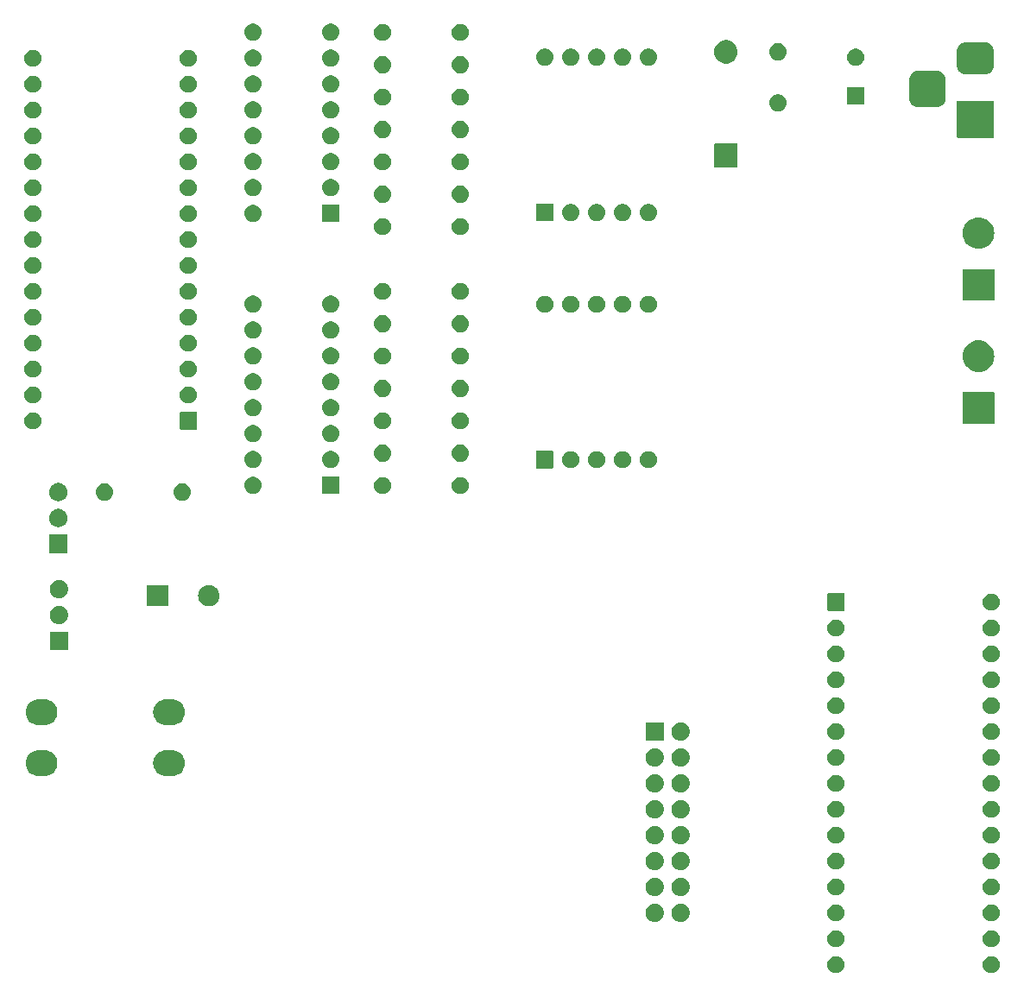
<source format=gbr>
%TF.GenerationSoftware,KiCad,Pcbnew,7.0.6*%
%TF.CreationDate,2023-10-09T17:48:47+13:00*%
%TF.ProjectId,Final Project KiCAD designs,46696e61-6c20-4507-926f-6a656374204b,1*%
%TF.SameCoordinates,Original*%
%TF.FileFunction,Soldermask,Bot*%
%TF.FilePolarity,Negative*%
%FSLAX46Y46*%
G04 Gerber Fmt 4.6, Leading zero omitted, Abs format (unit mm)*
G04 Created by KiCad (PCBNEW 7.0.6) date 2023-10-09 17:48:47*
%MOMM*%
%LPD*%
G01*
G04 APERTURE LIST*
G04 APERTURE END LIST*
G36*
X101862664Y-113491602D02*
G01*
X102025000Y-113563878D01*
X102168761Y-113668327D01*
X102287664Y-113800383D01*
X102376514Y-113954274D01*
X102431425Y-114123275D01*
X102450000Y-114300000D01*
X102431425Y-114476725D01*
X102376514Y-114645726D01*
X102287664Y-114799617D01*
X102168761Y-114931673D01*
X102025000Y-115036122D01*
X101862664Y-115108398D01*
X101688849Y-115145344D01*
X101511151Y-115145344D01*
X101337336Y-115108398D01*
X101175000Y-115036122D01*
X101031239Y-114931673D01*
X100912336Y-114799617D01*
X100823486Y-114645726D01*
X100768575Y-114476725D01*
X100750000Y-114300000D01*
X100768575Y-114123275D01*
X100823486Y-113954274D01*
X100912336Y-113800383D01*
X101031239Y-113668327D01*
X101175000Y-113563878D01*
X101337336Y-113491602D01*
X101511151Y-113454656D01*
X101688849Y-113454656D01*
X101862664Y-113491602D01*
G37*
G36*
X117102664Y-113491602D02*
G01*
X117265000Y-113563878D01*
X117408761Y-113668327D01*
X117527664Y-113800383D01*
X117616514Y-113954274D01*
X117671425Y-114123275D01*
X117690000Y-114300000D01*
X117671425Y-114476725D01*
X117616514Y-114645726D01*
X117527664Y-114799617D01*
X117408761Y-114931673D01*
X117265000Y-115036122D01*
X117102664Y-115108398D01*
X116928849Y-115145344D01*
X116751151Y-115145344D01*
X116577336Y-115108398D01*
X116415000Y-115036122D01*
X116271239Y-114931673D01*
X116152336Y-114799617D01*
X116063486Y-114645726D01*
X116008575Y-114476725D01*
X115990000Y-114300000D01*
X116008575Y-114123275D01*
X116063486Y-113954274D01*
X116152336Y-113800383D01*
X116271239Y-113668327D01*
X116415000Y-113563878D01*
X116577336Y-113491602D01*
X116751151Y-113454656D01*
X116928849Y-113454656D01*
X117102664Y-113491602D01*
G37*
G36*
X101862664Y-110951602D02*
G01*
X102025000Y-111023878D01*
X102168761Y-111128327D01*
X102287664Y-111260383D01*
X102376514Y-111414274D01*
X102431425Y-111583275D01*
X102450000Y-111760000D01*
X102431425Y-111936725D01*
X102376514Y-112105726D01*
X102287664Y-112259617D01*
X102168761Y-112391673D01*
X102025000Y-112496122D01*
X101862664Y-112568398D01*
X101688849Y-112605344D01*
X101511151Y-112605344D01*
X101337336Y-112568398D01*
X101175000Y-112496122D01*
X101031239Y-112391673D01*
X100912336Y-112259617D01*
X100823486Y-112105726D01*
X100768575Y-111936725D01*
X100750000Y-111760000D01*
X100768575Y-111583275D01*
X100823486Y-111414274D01*
X100912336Y-111260383D01*
X101031239Y-111128327D01*
X101175000Y-111023878D01*
X101337336Y-110951602D01*
X101511151Y-110914656D01*
X101688849Y-110914656D01*
X101862664Y-110951602D01*
G37*
G36*
X117102664Y-110951602D02*
G01*
X117265000Y-111023878D01*
X117408761Y-111128327D01*
X117527664Y-111260383D01*
X117616514Y-111414274D01*
X117671425Y-111583275D01*
X117690000Y-111760000D01*
X117671425Y-111936725D01*
X117616514Y-112105726D01*
X117527664Y-112259617D01*
X117408761Y-112391673D01*
X117265000Y-112496122D01*
X117102664Y-112568398D01*
X116928849Y-112605344D01*
X116751151Y-112605344D01*
X116577336Y-112568398D01*
X116415000Y-112496122D01*
X116271239Y-112391673D01*
X116152336Y-112259617D01*
X116063486Y-112105726D01*
X116008575Y-111936725D01*
X115990000Y-111760000D01*
X116008575Y-111583275D01*
X116063486Y-111414274D01*
X116152336Y-111260383D01*
X116271239Y-111128327D01*
X116415000Y-111023878D01*
X116577336Y-110951602D01*
X116751151Y-110914656D01*
X116928849Y-110914656D01*
X117102664Y-110951602D01*
G37*
G36*
X83867607Y-108324930D02*
G01*
X83914076Y-108324930D01*
X83954202Y-108333459D01*
X83995533Y-108337530D01*
X84047460Y-108353282D01*
X84098115Y-108364049D01*
X84130527Y-108378479D01*
X84164321Y-108388731D01*
X84218023Y-108417435D01*
X84270000Y-108440577D01*
X84294165Y-108458134D01*
X84319878Y-108471878D01*
X84372333Y-108514927D01*
X84422218Y-108551170D01*
X84438412Y-108569155D01*
X84456225Y-108583774D01*
X84504089Y-108642097D01*
X84548115Y-108690993D01*
X84557365Y-108707015D01*
X84568121Y-108720121D01*
X84607908Y-108794557D01*
X84642191Y-108853937D01*
X84646134Y-108866074D01*
X84651268Y-108875678D01*
X84679568Y-108968971D01*
X84700333Y-109032879D01*
X84701064Y-109039834D01*
X84702469Y-109044466D01*
X84716151Y-109183385D01*
X84720000Y-109220000D01*
X84716151Y-109256617D01*
X84702469Y-109395533D01*
X84701064Y-109400164D01*
X84700333Y-109407121D01*
X84679563Y-109471042D01*
X84651268Y-109564321D01*
X84646135Y-109573923D01*
X84642191Y-109586063D01*
X84607901Y-109645454D01*
X84568121Y-109719878D01*
X84557367Y-109732981D01*
X84548115Y-109749007D01*
X84504080Y-109797912D01*
X84456225Y-109856225D01*
X84438415Y-109870840D01*
X84422218Y-109888830D01*
X84372323Y-109925080D01*
X84319878Y-109968121D01*
X84294171Y-109981861D01*
X84270000Y-109999423D01*
X84218012Y-110022569D01*
X84164321Y-110051268D01*
X84130534Y-110061517D01*
X84098115Y-110075951D01*
X84047449Y-110086720D01*
X83995533Y-110102469D01*
X83954210Y-110106538D01*
X83914076Y-110115070D01*
X83867597Y-110115070D01*
X83820000Y-110119758D01*
X83772403Y-110115070D01*
X83725924Y-110115070D01*
X83685789Y-110106539D01*
X83644466Y-110102469D01*
X83592546Y-110086719D01*
X83541885Y-110075951D01*
X83509467Y-110061517D01*
X83475678Y-110051268D01*
X83421981Y-110022566D01*
X83370000Y-109999423D01*
X83345831Y-109981863D01*
X83320121Y-109968121D01*
X83267667Y-109925074D01*
X83217782Y-109888830D01*
X83201587Y-109870843D01*
X83183774Y-109856225D01*
X83135908Y-109797899D01*
X83091885Y-109749007D01*
X83082634Y-109732985D01*
X83071878Y-109719878D01*
X83032085Y-109645431D01*
X82997809Y-109586063D01*
X82993866Y-109573928D01*
X82988731Y-109564321D01*
X82960421Y-109470996D01*
X82939667Y-109407121D01*
X82938936Y-109400169D01*
X82937530Y-109395533D01*
X82923832Y-109256466D01*
X82920000Y-109220000D01*
X82923832Y-109183536D01*
X82937530Y-109044466D01*
X82938936Y-109039829D01*
X82939667Y-109032879D01*
X82960416Y-108969017D01*
X82988731Y-108875678D01*
X82993866Y-108866069D01*
X82997809Y-108853937D01*
X83032078Y-108794581D01*
X83071878Y-108720121D01*
X83082636Y-108707011D01*
X83091885Y-108690993D01*
X83135898Y-108642110D01*
X83183774Y-108583774D01*
X83201590Y-108569152D01*
X83217782Y-108551170D01*
X83267657Y-108514933D01*
X83320121Y-108471878D01*
X83345836Y-108458132D01*
X83370000Y-108440577D01*
X83421970Y-108417438D01*
X83475678Y-108388731D01*
X83509474Y-108378478D01*
X83541885Y-108364049D01*
X83592535Y-108353282D01*
X83644466Y-108337530D01*
X83685798Y-108333459D01*
X83725924Y-108324930D01*
X83772393Y-108324930D01*
X83820000Y-108320241D01*
X83867607Y-108324930D01*
G37*
G36*
X86407607Y-108324930D02*
G01*
X86454076Y-108324930D01*
X86494202Y-108333459D01*
X86535533Y-108337530D01*
X86587460Y-108353282D01*
X86638115Y-108364049D01*
X86670527Y-108378479D01*
X86704321Y-108388731D01*
X86758023Y-108417435D01*
X86810000Y-108440577D01*
X86834165Y-108458134D01*
X86859878Y-108471878D01*
X86912333Y-108514927D01*
X86962218Y-108551170D01*
X86978412Y-108569155D01*
X86996225Y-108583774D01*
X87044089Y-108642097D01*
X87088115Y-108690993D01*
X87097365Y-108707015D01*
X87108121Y-108720121D01*
X87147908Y-108794557D01*
X87182191Y-108853937D01*
X87186134Y-108866074D01*
X87191268Y-108875678D01*
X87219568Y-108968971D01*
X87240333Y-109032879D01*
X87241064Y-109039834D01*
X87242469Y-109044466D01*
X87256151Y-109183385D01*
X87260000Y-109220000D01*
X87256151Y-109256617D01*
X87242469Y-109395533D01*
X87241064Y-109400164D01*
X87240333Y-109407121D01*
X87219563Y-109471042D01*
X87191268Y-109564321D01*
X87186135Y-109573923D01*
X87182191Y-109586063D01*
X87147901Y-109645454D01*
X87108121Y-109719878D01*
X87097367Y-109732981D01*
X87088115Y-109749007D01*
X87044080Y-109797912D01*
X86996225Y-109856225D01*
X86978415Y-109870840D01*
X86962218Y-109888830D01*
X86912323Y-109925080D01*
X86859878Y-109968121D01*
X86834171Y-109981861D01*
X86810000Y-109999423D01*
X86758012Y-110022569D01*
X86704321Y-110051268D01*
X86670534Y-110061517D01*
X86638115Y-110075951D01*
X86587449Y-110086720D01*
X86535533Y-110102469D01*
X86494210Y-110106538D01*
X86454076Y-110115070D01*
X86407597Y-110115070D01*
X86360000Y-110119758D01*
X86312403Y-110115070D01*
X86265924Y-110115070D01*
X86225789Y-110106539D01*
X86184466Y-110102469D01*
X86132546Y-110086719D01*
X86081885Y-110075951D01*
X86049467Y-110061517D01*
X86015678Y-110051268D01*
X85961981Y-110022566D01*
X85910000Y-109999423D01*
X85885831Y-109981863D01*
X85860121Y-109968121D01*
X85807667Y-109925074D01*
X85757782Y-109888830D01*
X85741587Y-109870843D01*
X85723774Y-109856225D01*
X85675908Y-109797899D01*
X85631885Y-109749007D01*
X85622634Y-109732985D01*
X85611878Y-109719878D01*
X85572085Y-109645431D01*
X85537809Y-109586063D01*
X85533866Y-109573928D01*
X85528731Y-109564321D01*
X85500421Y-109470996D01*
X85479667Y-109407121D01*
X85478936Y-109400169D01*
X85477530Y-109395533D01*
X85463832Y-109256466D01*
X85460000Y-109220000D01*
X85463832Y-109183536D01*
X85477530Y-109044466D01*
X85478936Y-109039829D01*
X85479667Y-109032879D01*
X85500416Y-108969017D01*
X85528731Y-108875678D01*
X85533866Y-108866069D01*
X85537809Y-108853937D01*
X85572078Y-108794581D01*
X85611878Y-108720121D01*
X85622636Y-108707011D01*
X85631885Y-108690993D01*
X85675898Y-108642110D01*
X85723774Y-108583774D01*
X85741590Y-108569152D01*
X85757782Y-108551170D01*
X85807657Y-108514933D01*
X85860121Y-108471878D01*
X85885836Y-108458132D01*
X85910000Y-108440577D01*
X85961970Y-108417438D01*
X86015678Y-108388731D01*
X86049474Y-108378478D01*
X86081885Y-108364049D01*
X86132535Y-108353282D01*
X86184466Y-108337530D01*
X86225798Y-108333459D01*
X86265924Y-108324930D01*
X86312393Y-108324930D01*
X86360000Y-108320241D01*
X86407607Y-108324930D01*
G37*
G36*
X101862664Y-108411602D02*
G01*
X102025000Y-108483878D01*
X102168761Y-108588327D01*
X102287664Y-108720383D01*
X102376514Y-108874274D01*
X102431425Y-109043275D01*
X102450000Y-109220000D01*
X102431425Y-109396725D01*
X102376514Y-109565726D01*
X102287664Y-109719617D01*
X102168761Y-109851673D01*
X102025000Y-109956122D01*
X101862664Y-110028398D01*
X101688849Y-110065344D01*
X101511151Y-110065344D01*
X101337336Y-110028398D01*
X101175000Y-109956122D01*
X101031239Y-109851673D01*
X100912336Y-109719617D01*
X100823486Y-109565726D01*
X100768575Y-109396725D01*
X100750000Y-109220000D01*
X100768575Y-109043275D01*
X100823486Y-108874274D01*
X100912336Y-108720383D01*
X101031239Y-108588327D01*
X101175000Y-108483878D01*
X101337336Y-108411602D01*
X101511151Y-108374656D01*
X101688849Y-108374656D01*
X101862664Y-108411602D01*
G37*
G36*
X117102664Y-108411602D02*
G01*
X117265000Y-108483878D01*
X117408761Y-108588327D01*
X117527664Y-108720383D01*
X117616514Y-108874274D01*
X117671425Y-109043275D01*
X117690000Y-109220000D01*
X117671425Y-109396725D01*
X117616514Y-109565726D01*
X117527664Y-109719617D01*
X117408761Y-109851673D01*
X117265000Y-109956122D01*
X117102664Y-110028398D01*
X116928849Y-110065344D01*
X116751151Y-110065344D01*
X116577336Y-110028398D01*
X116415000Y-109956122D01*
X116271239Y-109851673D01*
X116152336Y-109719617D01*
X116063486Y-109565726D01*
X116008575Y-109396725D01*
X115990000Y-109220000D01*
X116008575Y-109043275D01*
X116063486Y-108874274D01*
X116152336Y-108720383D01*
X116271239Y-108588327D01*
X116415000Y-108483878D01*
X116577336Y-108411602D01*
X116751151Y-108374656D01*
X116928849Y-108374656D01*
X117102664Y-108411602D01*
G37*
G36*
X83867607Y-105784930D02*
G01*
X83914076Y-105784930D01*
X83954202Y-105793459D01*
X83995533Y-105797530D01*
X84047460Y-105813282D01*
X84098115Y-105824049D01*
X84130527Y-105838479D01*
X84164321Y-105848731D01*
X84218023Y-105877435D01*
X84270000Y-105900577D01*
X84294165Y-105918134D01*
X84319878Y-105931878D01*
X84372333Y-105974927D01*
X84422218Y-106011170D01*
X84438412Y-106029155D01*
X84456225Y-106043774D01*
X84504089Y-106102097D01*
X84548115Y-106150993D01*
X84557365Y-106167015D01*
X84568121Y-106180121D01*
X84607908Y-106254557D01*
X84642191Y-106313937D01*
X84646134Y-106326074D01*
X84651268Y-106335678D01*
X84679568Y-106428971D01*
X84700333Y-106492879D01*
X84701064Y-106499834D01*
X84702469Y-106504466D01*
X84716151Y-106643385D01*
X84720000Y-106680000D01*
X84716151Y-106716617D01*
X84702469Y-106855533D01*
X84701064Y-106860164D01*
X84700333Y-106867121D01*
X84679563Y-106931042D01*
X84651268Y-107024321D01*
X84646135Y-107033923D01*
X84642191Y-107046063D01*
X84607901Y-107105454D01*
X84568121Y-107179878D01*
X84557367Y-107192981D01*
X84548115Y-107209007D01*
X84504080Y-107257912D01*
X84456225Y-107316225D01*
X84438415Y-107330840D01*
X84422218Y-107348830D01*
X84372323Y-107385080D01*
X84319878Y-107428121D01*
X84294171Y-107441861D01*
X84270000Y-107459423D01*
X84218012Y-107482569D01*
X84164321Y-107511268D01*
X84130534Y-107521517D01*
X84098115Y-107535951D01*
X84047449Y-107546720D01*
X83995533Y-107562469D01*
X83954210Y-107566538D01*
X83914076Y-107575070D01*
X83867597Y-107575070D01*
X83820000Y-107579758D01*
X83772403Y-107575070D01*
X83725924Y-107575070D01*
X83685789Y-107566539D01*
X83644466Y-107562469D01*
X83592546Y-107546719D01*
X83541885Y-107535951D01*
X83509467Y-107521517D01*
X83475678Y-107511268D01*
X83421981Y-107482566D01*
X83370000Y-107459423D01*
X83345831Y-107441863D01*
X83320121Y-107428121D01*
X83267667Y-107385074D01*
X83217782Y-107348830D01*
X83201587Y-107330843D01*
X83183774Y-107316225D01*
X83135908Y-107257899D01*
X83091885Y-107209007D01*
X83082634Y-107192985D01*
X83071878Y-107179878D01*
X83032085Y-107105431D01*
X82997809Y-107046063D01*
X82993866Y-107033928D01*
X82988731Y-107024321D01*
X82960421Y-106930996D01*
X82939667Y-106867121D01*
X82938936Y-106860169D01*
X82937530Y-106855533D01*
X82923832Y-106716466D01*
X82920000Y-106680000D01*
X82923832Y-106643536D01*
X82937530Y-106504466D01*
X82938936Y-106499829D01*
X82939667Y-106492879D01*
X82960416Y-106429017D01*
X82988731Y-106335678D01*
X82993866Y-106326069D01*
X82997809Y-106313937D01*
X83032078Y-106254581D01*
X83071878Y-106180121D01*
X83082636Y-106167011D01*
X83091885Y-106150993D01*
X83135898Y-106102110D01*
X83183774Y-106043774D01*
X83201590Y-106029152D01*
X83217782Y-106011170D01*
X83267657Y-105974933D01*
X83320121Y-105931878D01*
X83345836Y-105918132D01*
X83370000Y-105900577D01*
X83421970Y-105877438D01*
X83475678Y-105848731D01*
X83509474Y-105838478D01*
X83541885Y-105824049D01*
X83592535Y-105813282D01*
X83644466Y-105797530D01*
X83685798Y-105793459D01*
X83725924Y-105784930D01*
X83772393Y-105784930D01*
X83820000Y-105780241D01*
X83867607Y-105784930D01*
G37*
G36*
X86407607Y-105784930D02*
G01*
X86454076Y-105784930D01*
X86494202Y-105793459D01*
X86535533Y-105797530D01*
X86587460Y-105813282D01*
X86638115Y-105824049D01*
X86670527Y-105838479D01*
X86704321Y-105848731D01*
X86758023Y-105877435D01*
X86810000Y-105900577D01*
X86834165Y-105918134D01*
X86859878Y-105931878D01*
X86912333Y-105974927D01*
X86962218Y-106011170D01*
X86978412Y-106029155D01*
X86996225Y-106043774D01*
X87044089Y-106102097D01*
X87088115Y-106150993D01*
X87097365Y-106167015D01*
X87108121Y-106180121D01*
X87147908Y-106254557D01*
X87182191Y-106313937D01*
X87186134Y-106326074D01*
X87191268Y-106335678D01*
X87219568Y-106428971D01*
X87240333Y-106492879D01*
X87241064Y-106499834D01*
X87242469Y-106504466D01*
X87256151Y-106643385D01*
X87260000Y-106680000D01*
X87256151Y-106716617D01*
X87242469Y-106855533D01*
X87241064Y-106860164D01*
X87240333Y-106867121D01*
X87219563Y-106931042D01*
X87191268Y-107024321D01*
X87186135Y-107033923D01*
X87182191Y-107046063D01*
X87147901Y-107105454D01*
X87108121Y-107179878D01*
X87097367Y-107192981D01*
X87088115Y-107209007D01*
X87044080Y-107257912D01*
X86996225Y-107316225D01*
X86978415Y-107330840D01*
X86962218Y-107348830D01*
X86912323Y-107385080D01*
X86859878Y-107428121D01*
X86834171Y-107441861D01*
X86810000Y-107459423D01*
X86758012Y-107482569D01*
X86704321Y-107511268D01*
X86670534Y-107521517D01*
X86638115Y-107535951D01*
X86587449Y-107546720D01*
X86535533Y-107562469D01*
X86494210Y-107566538D01*
X86454076Y-107575070D01*
X86407597Y-107575070D01*
X86360000Y-107579758D01*
X86312403Y-107575070D01*
X86265924Y-107575070D01*
X86225789Y-107566539D01*
X86184466Y-107562469D01*
X86132546Y-107546719D01*
X86081885Y-107535951D01*
X86049467Y-107521517D01*
X86015678Y-107511268D01*
X85961981Y-107482566D01*
X85910000Y-107459423D01*
X85885831Y-107441863D01*
X85860121Y-107428121D01*
X85807667Y-107385074D01*
X85757782Y-107348830D01*
X85741587Y-107330843D01*
X85723774Y-107316225D01*
X85675908Y-107257899D01*
X85631885Y-107209007D01*
X85622634Y-107192985D01*
X85611878Y-107179878D01*
X85572085Y-107105431D01*
X85537809Y-107046063D01*
X85533866Y-107033928D01*
X85528731Y-107024321D01*
X85500421Y-106930996D01*
X85479667Y-106867121D01*
X85478936Y-106860169D01*
X85477530Y-106855533D01*
X85463832Y-106716466D01*
X85460000Y-106680000D01*
X85463832Y-106643536D01*
X85477530Y-106504466D01*
X85478936Y-106499829D01*
X85479667Y-106492879D01*
X85500416Y-106429017D01*
X85528731Y-106335678D01*
X85533866Y-106326069D01*
X85537809Y-106313937D01*
X85572078Y-106254581D01*
X85611878Y-106180121D01*
X85622636Y-106167011D01*
X85631885Y-106150993D01*
X85675898Y-106102110D01*
X85723774Y-106043774D01*
X85741590Y-106029152D01*
X85757782Y-106011170D01*
X85807657Y-105974933D01*
X85860121Y-105931878D01*
X85885836Y-105918132D01*
X85910000Y-105900577D01*
X85961970Y-105877438D01*
X86015678Y-105848731D01*
X86049474Y-105838478D01*
X86081885Y-105824049D01*
X86132535Y-105813282D01*
X86184466Y-105797530D01*
X86225798Y-105793459D01*
X86265924Y-105784930D01*
X86312393Y-105784930D01*
X86360000Y-105780241D01*
X86407607Y-105784930D01*
G37*
G36*
X101862664Y-105871602D02*
G01*
X102025000Y-105943878D01*
X102168761Y-106048327D01*
X102287664Y-106180383D01*
X102376514Y-106334274D01*
X102431425Y-106503275D01*
X102450000Y-106680000D01*
X102431425Y-106856725D01*
X102376514Y-107025726D01*
X102287664Y-107179617D01*
X102168761Y-107311673D01*
X102025000Y-107416122D01*
X101862664Y-107488398D01*
X101688849Y-107525344D01*
X101511151Y-107525344D01*
X101337336Y-107488398D01*
X101175000Y-107416122D01*
X101031239Y-107311673D01*
X100912336Y-107179617D01*
X100823486Y-107025726D01*
X100768575Y-106856725D01*
X100750000Y-106680000D01*
X100768575Y-106503275D01*
X100823486Y-106334274D01*
X100912336Y-106180383D01*
X101031239Y-106048327D01*
X101175000Y-105943878D01*
X101337336Y-105871602D01*
X101511151Y-105834656D01*
X101688849Y-105834656D01*
X101862664Y-105871602D01*
G37*
G36*
X117102664Y-105871602D02*
G01*
X117265000Y-105943878D01*
X117408761Y-106048327D01*
X117527664Y-106180383D01*
X117616514Y-106334274D01*
X117671425Y-106503275D01*
X117690000Y-106680000D01*
X117671425Y-106856725D01*
X117616514Y-107025726D01*
X117527664Y-107179617D01*
X117408761Y-107311673D01*
X117265000Y-107416122D01*
X117102664Y-107488398D01*
X116928849Y-107525344D01*
X116751151Y-107525344D01*
X116577336Y-107488398D01*
X116415000Y-107416122D01*
X116271239Y-107311673D01*
X116152336Y-107179617D01*
X116063486Y-107025726D01*
X116008575Y-106856725D01*
X115990000Y-106680000D01*
X116008575Y-106503275D01*
X116063486Y-106334274D01*
X116152336Y-106180383D01*
X116271239Y-106048327D01*
X116415000Y-105943878D01*
X116577336Y-105871602D01*
X116751151Y-105834656D01*
X116928849Y-105834656D01*
X117102664Y-105871602D01*
G37*
G36*
X83867607Y-103244930D02*
G01*
X83914076Y-103244930D01*
X83954202Y-103253459D01*
X83995533Y-103257530D01*
X84047460Y-103273282D01*
X84098115Y-103284049D01*
X84130527Y-103298479D01*
X84164321Y-103308731D01*
X84218023Y-103337435D01*
X84270000Y-103360577D01*
X84294165Y-103378134D01*
X84319878Y-103391878D01*
X84372333Y-103434927D01*
X84422218Y-103471170D01*
X84438412Y-103489155D01*
X84456225Y-103503774D01*
X84504089Y-103562097D01*
X84548115Y-103610993D01*
X84557365Y-103627015D01*
X84568121Y-103640121D01*
X84607908Y-103714557D01*
X84642191Y-103773937D01*
X84646134Y-103786074D01*
X84651268Y-103795678D01*
X84679568Y-103888971D01*
X84700333Y-103952879D01*
X84701064Y-103959834D01*
X84702469Y-103964466D01*
X84716151Y-104103385D01*
X84720000Y-104140000D01*
X84716151Y-104176617D01*
X84702469Y-104315533D01*
X84701064Y-104320164D01*
X84700333Y-104327121D01*
X84679563Y-104391042D01*
X84651268Y-104484321D01*
X84646135Y-104493923D01*
X84642191Y-104506063D01*
X84607901Y-104565454D01*
X84568121Y-104639878D01*
X84557367Y-104652981D01*
X84548115Y-104669007D01*
X84504080Y-104717912D01*
X84456225Y-104776225D01*
X84438415Y-104790840D01*
X84422218Y-104808830D01*
X84372323Y-104845080D01*
X84319878Y-104888121D01*
X84294171Y-104901861D01*
X84270000Y-104919423D01*
X84218012Y-104942569D01*
X84164321Y-104971268D01*
X84130534Y-104981517D01*
X84098115Y-104995951D01*
X84047449Y-105006720D01*
X83995533Y-105022469D01*
X83954210Y-105026538D01*
X83914076Y-105035070D01*
X83867597Y-105035070D01*
X83820000Y-105039758D01*
X83772403Y-105035070D01*
X83725924Y-105035070D01*
X83685789Y-105026539D01*
X83644466Y-105022469D01*
X83592546Y-105006719D01*
X83541885Y-104995951D01*
X83509467Y-104981517D01*
X83475678Y-104971268D01*
X83421981Y-104942566D01*
X83370000Y-104919423D01*
X83345831Y-104901863D01*
X83320121Y-104888121D01*
X83267667Y-104845074D01*
X83217782Y-104808830D01*
X83201587Y-104790843D01*
X83183774Y-104776225D01*
X83135908Y-104717899D01*
X83091885Y-104669007D01*
X83082634Y-104652985D01*
X83071878Y-104639878D01*
X83032085Y-104565431D01*
X82997809Y-104506063D01*
X82993866Y-104493928D01*
X82988731Y-104484321D01*
X82960421Y-104390996D01*
X82939667Y-104327121D01*
X82938936Y-104320169D01*
X82937530Y-104315533D01*
X82923832Y-104176466D01*
X82920000Y-104140000D01*
X82923832Y-104103536D01*
X82937530Y-103964466D01*
X82938936Y-103959829D01*
X82939667Y-103952879D01*
X82960416Y-103889017D01*
X82988731Y-103795678D01*
X82993866Y-103786069D01*
X82997809Y-103773937D01*
X83032078Y-103714581D01*
X83071878Y-103640121D01*
X83082636Y-103627011D01*
X83091885Y-103610993D01*
X83135898Y-103562110D01*
X83183774Y-103503774D01*
X83201590Y-103489152D01*
X83217782Y-103471170D01*
X83267657Y-103434933D01*
X83320121Y-103391878D01*
X83345836Y-103378132D01*
X83370000Y-103360577D01*
X83421970Y-103337438D01*
X83475678Y-103308731D01*
X83509474Y-103298478D01*
X83541885Y-103284049D01*
X83592535Y-103273282D01*
X83644466Y-103257530D01*
X83685798Y-103253459D01*
X83725924Y-103244930D01*
X83772393Y-103244930D01*
X83820000Y-103240241D01*
X83867607Y-103244930D01*
G37*
G36*
X86407607Y-103244930D02*
G01*
X86454076Y-103244930D01*
X86494202Y-103253459D01*
X86535533Y-103257530D01*
X86587460Y-103273282D01*
X86638115Y-103284049D01*
X86670527Y-103298479D01*
X86704321Y-103308731D01*
X86758023Y-103337435D01*
X86810000Y-103360577D01*
X86834165Y-103378134D01*
X86859878Y-103391878D01*
X86912333Y-103434927D01*
X86962218Y-103471170D01*
X86978412Y-103489155D01*
X86996225Y-103503774D01*
X87044089Y-103562097D01*
X87088115Y-103610993D01*
X87097365Y-103627015D01*
X87108121Y-103640121D01*
X87147908Y-103714557D01*
X87182191Y-103773937D01*
X87186134Y-103786074D01*
X87191268Y-103795678D01*
X87219568Y-103888971D01*
X87240333Y-103952879D01*
X87241064Y-103959834D01*
X87242469Y-103964466D01*
X87256151Y-104103385D01*
X87260000Y-104140000D01*
X87256151Y-104176617D01*
X87242469Y-104315533D01*
X87241064Y-104320164D01*
X87240333Y-104327121D01*
X87219563Y-104391042D01*
X87191268Y-104484321D01*
X87186135Y-104493923D01*
X87182191Y-104506063D01*
X87147901Y-104565454D01*
X87108121Y-104639878D01*
X87097367Y-104652981D01*
X87088115Y-104669007D01*
X87044080Y-104717912D01*
X86996225Y-104776225D01*
X86978415Y-104790840D01*
X86962218Y-104808830D01*
X86912323Y-104845080D01*
X86859878Y-104888121D01*
X86834171Y-104901861D01*
X86810000Y-104919423D01*
X86758012Y-104942569D01*
X86704321Y-104971268D01*
X86670534Y-104981517D01*
X86638115Y-104995951D01*
X86587449Y-105006720D01*
X86535533Y-105022469D01*
X86494210Y-105026538D01*
X86454076Y-105035070D01*
X86407597Y-105035070D01*
X86360000Y-105039758D01*
X86312403Y-105035070D01*
X86265924Y-105035070D01*
X86225789Y-105026539D01*
X86184466Y-105022469D01*
X86132546Y-105006719D01*
X86081885Y-104995951D01*
X86049467Y-104981517D01*
X86015678Y-104971268D01*
X85961981Y-104942566D01*
X85910000Y-104919423D01*
X85885831Y-104901863D01*
X85860121Y-104888121D01*
X85807667Y-104845074D01*
X85757782Y-104808830D01*
X85741587Y-104790843D01*
X85723774Y-104776225D01*
X85675908Y-104717899D01*
X85631885Y-104669007D01*
X85622634Y-104652985D01*
X85611878Y-104639878D01*
X85572085Y-104565431D01*
X85537809Y-104506063D01*
X85533866Y-104493928D01*
X85528731Y-104484321D01*
X85500421Y-104390996D01*
X85479667Y-104327121D01*
X85478936Y-104320169D01*
X85477530Y-104315533D01*
X85463832Y-104176466D01*
X85460000Y-104140000D01*
X85463832Y-104103536D01*
X85477530Y-103964466D01*
X85478936Y-103959829D01*
X85479667Y-103952879D01*
X85500416Y-103889017D01*
X85528731Y-103795678D01*
X85533866Y-103786069D01*
X85537809Y-103773937D01*
X85572078Y-103714581D01*
X85611878Y-103640121D01*
X85622636Y-103627011D01*
X85631885Y-103610993D01*
X85675898Y-103562110D01*
X85723774Y-103503774D01*
X85741590Y-103489152D01*
X85757782Y-103471170D01*
X85807657Y-103434933D01*
X85860121Y-103391878D01*
X85885836Y-103378132D01*
X85910000Y-103360577D01*
X85961970Y-103337438D01*
X86015678Y-103308731D01*
X86049474Y-103298478D01*
X86081885Y-103284049D01*
X86132535Y-103273282D01*
X86184466Y-103257530D01*
X86225798Y-103253459D01*
X86265924Y-103244930D01*
X86312393Y-103244930D01*
X86360000Y-103240241D01*
X86407607Y-103244930D01*
G37*
G36*
X101862664Y-103331602D02*
G01*
X102025000Y-103403878D01*
X102168761Y-103508327D01*
X102287664Y-103640383D01*
X102376514Y-103794274D01*
X102431425Y-103963275D01*
X102450000Y-104140000D01*
X102431425Y-104316725D01*
X102376514Y-104485726D01*
X102287664Y-104639617D01*
X102168761Y-104771673D01*
X102025000Y-104876122D01*
X101862664Y-104948398D01*
X101688849Y-104985344D01*
X101511151Y-104985344D01*
X101337336Y-104948398D01*
X101175000Y-104876122D01*
X101031239Y-104771673D01*
X100912336Y-104639617D01*
X100823486Y-104485726D01*
X100768575Y-104316725D01*
X100750000Y-104140000D01*
X100768575Y-103963275D01*
X100823486Y-103794274D01*
X100912336Y-103640383D01*
X101031239Y-103508327D01*
X101175000Y-103403878D01*
X101337336Y-103331602D01*
X101511151Y-103294656D01*
X101688849Y-103294656D01*
X101862664Y-103331602D01*
G37*
G36*
X117102664Y-103331602D02*
G01*
X117265000Y-103403878D01*
X117408761Y-103508327D01*
X117527664Y-103640383D01*
X117616514Y-103794274D01*
X117671425Y-103963275D01*
X117690000Y-104140000D01*
X117671425Y-104316725D01*
X117616514Y-104485726D01*
X117527664Y-104639617D01*
X117408761Y-104771673D01*
X117265000Y-104876122D01*
X117102664Y-104948398D01*
X116928849Y-104985344D01*
X116751151Y-104985344D01*
X116577336Y-104948398D01*
X116415000Y-104876122D01*
X116271239Y-104771673D01*
X116152336Y-104639617D01*
X116063486Y-104485726D01*
X116008575Y-104316725D01*
X115990000Y-104140000D01*
X116008575Y-103963275D01*
X116063486Y-103794274D01*
X116152336Y-103640383D01*
X116271239Y-103508327D01*
X116415000Y-103403878D01*
X116577336Y-103331602D01*
X116751151Y-103294656D01*
X116928849Y-103294656D01*
X117102664Y-103331602D01*
G37*
G36*
X83867607Y-100704930D02*
G01*
X83914076Y-100704930D01*
X83954202Y-100713459D01*
X83995533Y-100717530D01*
X84047460Y-100733282D01*
X84098115Y-100744049D01*
X84130527Y-100758479D01*
X84164321Y-100768731D01*
X84218023Y-100797435D01*
X84270000Y-100820577D01*
X84294165Y-100838134D01*
X84319878Y-100851878D01*
X84372333Y-100894927D01*
X84422218Y-100931170D01*
X84438412Y-100949155D01*
X84456225Y-100963774D01*
X84504089Y-101022097D01*
X84548115Y-101070993D01*
X84557365Y-101087015D01*
X84568121Y-101100121D01*
X84607908Y-101174557D01*
X84642191Y-101233937D01*
X84646134Y-101246074D01*
X84651268Y-101255678D01*
X84679568Y-101348971D01*
X84700333Y-101412879D01*
X84701064Y-101419834D01*
X84702469Y-101424466D01*
X84716151Y-101563385D01*
X84720000Y-101600000D01*
X84716151Y-101636617D01*
X84702469Y-101775533D01*
X84701064Y-101780164D01*
X84700333Y-101787121D01*
X84679563Y-101851042D01*
X84651268Y-101944321D01*
X84646135Y-101953923D01*
X84642191Y-101966063D01*
X84607901Y-102025454D01*
X84568121Y-102099878D01*
X84557367Y-102112981D01*
X84548115Y-102129007D01*
X84504080Y-102177912D01*
X84456225Y-102236225D01*
X84438415Y-102250840D01*
X84422218Y-102268830D01*
X84372323Y-102305080D01*
X84319878Y-102348121D01*
X84294171Y-102361861D01*
X84270000Y-102379423D01*
X84218012Y-102402569D01*
X84164321Y-102431268D01*
X84130534Y-102441517D01*
X84098115Y-102455951D01*
X84047449Y-102466720D01*
X83995533Y-102482469D01*
X83954210Y-102486538D01*
X83914076Y-102495070D01*
X83867597Y-102495070D01*
X83820000Y-102499758D01*
X83772403Y-102495070D01*
X83725924Y-102495070D01*
X83685789Y-102486539D01*
X83644466Y-102482469D01*
X83592546Y-102466719D01*
X83541885Y-102455951D01*
X83509467Y-102441517D01*
X83475678Y-102431268D01*
X83421981Y-102402566D01*
X83370000Y-102379423D01*
X83345831Y-102361863D01*
X83320121Y-102348121D01*
X83267667Y-102305074D01*
X83217782Y-102268830D01*
X83201587Y-102250843D01*
X83183774Y-102236225D01*
X83135908Y-102177899D01*
X83091885Y-102129007D01*
X83082634Y-102112985D01*
X83071878Y-102099878D01*
X83032085Y-102025431D01*
X82997809Y-101966063D01*
X82993866Y-101953928D01*
X82988731Y-101944321D01*
X82960421Y-101850996D01*
X82939667Y-101787121D01*
X82938936Y-101780169D01*
X82937530Y-101775533D01*
X82923832Y-101636466D01*
X82920000Y-101600000D01*
X82923832Y-101563536D01*
X82937530Y-101424466D01*
X82938936Y-101419829D01*
X82939667Y-101412879D01*
X82960416Y-101349017D01*
X82988731Y-101255678D01*
X82993866Y-101246069D01*
X82997809Y-101233937D01*
X83032078Y-101174581D01*
X83071878Y-101100121D01*
X83082636Y-101087011D01*
X83091885Y-101070993D01*
X83135898Y-101022110D01*
X83183774Y-100963774D01*
X83201590Y-100949152D01*
X83217782Y-100931170D01*
X83267657Y-100894933D01*
X83320121Y-100851878D01*
X83345836Y-100838132D01*
X83370000Y-100820577D01*
X83421970Y-100797438D01*
X83475678Y-100768731D01*
X83509474Y-100758478D01*
X83541885Y-100744049D01*
X83592535Y-100733282D01*
X83644466Y-100717530D01*
X83685798Y-100713459D01*
X83725924Y-100704930D01*
X83772393Y-100704930D01*
X83820000Y-100700241D01*
X83867607Y-100704930D01*
G37*
G36*
X86407607Y-100704930D02*
G01*
X86454076Y-100704930D01*
X86494202Y-100713459D01*
X86535533Y-100717530D01*
X86587460Y-100733282D01*
X86638115Y-100744049D01*
X86670527Y-100758479D01*
X86704321Y-100768731D01*
X86758023Y-100797435D01*
X86810000Y-100820577D01*
X86834165Y-100838134D01*
X86859878Y-100851878D01*
X86912333Y-100894927D01*
X86962218Y-100931170D01*
X86978412Y-100949155D01*
X86996225Y-100963774D01*
X87044089Y-101022097D01*
X87088115Y-101070993D01*
X87097365Y-101087015D01*
X87108121Y-101100121D01*
X87147908Y-101174557D01*
X87182191Y-101233937D01*
X87186134Y-101246074D01*
X87191268Y-101255678D01*
X87219568Y-101348971D01*
X87240333Y-101412879D01*
X87241064Y-101419834D01*
X87242469Y-101424466D01*
X87256151Y-101563385D01*
X87260000Y-101600000D01*
X87256151Y-101636617D01*
X87242469Y-101775533D01*
X87241064Y-101780164D01*
X87240333Y-101787121D01*
X87219563Y-101851042D01*
X87191268Y-101944321D01*
X87186135Y-101953923D01*
X87182191Y-101966063D01*
X87147901Y-102025454D01*
X87108121Y-102099878D01*
X87097367Y-102112981D01*
X87088115Y-102129007D01*
X87044080Y-102177912D01*
X86996225Y-102236225D01*
X86978415Y-102250840D01*
X86962218Y-102268830D01*
X86912323Y-102305080D01*
X86859878Y-102348121D01*
X86834171Y-102361861D01*
X86810000Y-102379423D01*
X86758012Y-102402569D01*
X86704321Y-102431268D01*
X86670534Y-102441517D01*
X86638115Y-102455951D01*
X86587449Y-102466720D01*
X86535533Y-102482469D01*
X86494210Y-102486538D01*
X86454076Y-102495070D01*
X86407597Y-102495070D01*
X86360000Y-102499758D01*
X86312403Y-102495070D01*
X86265924Y-102495070D01*
X86225789Y-102486539D01*
X86184466Y-102482469D01*
X86132546Y-102466719D01*
X86081885Y-102455951D01*
X86049467Y-102441517D01*
X86015678Y-102431268D01*
X85961981Y-102402566D01*
X85910000Y-102379423D01*
X85885831Y-102361863D01*
X85860121Y-102348121D01*
X85807667Y-102305074D01*
X85757782Y-102268830D01*
X85741587Y-102250843D01*
X85723774Y-102236225D01*
X85675908Y-102177899D01*
X85631885Y-102129007D01*
X85622634Y-102112985D01*
X85611878Y-102099878D01*
X85572085Y-102025431D01*
X85537809Y-101966063D01*
X85533866Y-101953928D01*
X85528731Y-101944321D01*
X85500421Y-101850996D01*
X85479667Y-101787121D01*
X85478936Y-101780169D01*
X85477530Y-101775533D01*
X85463832Y-101636466D01*
X85460000Y-101600000D01*
X85463832Y-101563536D01*
X85477530Y-101424466D01*
X85478936Y-101419829D01*
X85479667Y-101412879D01*
X85500416Y-101349017D01*
X85528731Y-101255678D01*
X85533866Y-101246069D01*
X85537809Y-101233937D01*
X85572078Y-101174581D01*
X85611878Y-101100121D01*
X85622636Y-101087011D01*
X85631885Y-101070993D01*
X85675898Y-101022110D01*
X85723774Y-100963774D01*
X85741590Y-100949152D01*
X85757782Y-100931170D01*
X85807657Y-100894933D01*
X85860121Y-100851878D01*
X85885836Y-100838132D01*
X85910000Y-100820577D01*
X85961970Y-100797438D01*
X86015678Y-100768731D01*
X86049474Y-100758478D01*
X86081885Y-100744049D01*
X86132535Y-100733282D01*
X86184466Y-100717530D01*
X86225798Y-100713459D01*
X86265924Y-100704930D01*
X86312393Y-100704930D01*
X86360000Y-100700241D01*
X86407607Y-100704930D01*
G37*
G36*
X101862664Y-100791602D02*
G01*
X102025000Y-100863878D01*
X102168761Y-100968327D01*
X102287664Y-101100383D01*
X102376514Y-101254274D01*
X102431425Y-101423275D01*
X102450000Y-101600000D01*
X102431425Y-101776725D01*
X102376514Y-101945726D01*
X102287664Y-102099617D01*
X102168761Y-102231673D01*
X102025000Y-102336122D01*
X101862664Y-102408398D01*
X101688849Y-102445344D01*
X101511151Y-102445344D01*
X101337336Y-102408398D01*
X101175000Y-102336122D01*
X101031239Y-102231673D01*
X100912336Y-102099617D01*
X100823486Y-101945726D01*
X100768575Y-101776725D01*
X100750000Y-101600000D01*
X100768575Y-101423275D01*
X100823486Y-101254274D01*
X100912336Y-101100383D01*
X101031239Y-100968327D01*
X101175000Y-100863878D01*
X101337336Y-100791602D01*
X101511151Y-100754656D01*
X101688849Y-100754656D01*
X101862664Y-100791602D01*
G37*
G36*
X117102664Y-100791602D02*
G01*
X117265000Y-100863878D01*
X117408761Y-100968327D01*
X117527664Y-101100383D01*
X117616514Y-101254274D01*
X117671425Y-101423275D01*
X117690000Y-101600000D01*
X117671425Y-101776725D01*
X117616514Y-101945726D01*
X117527664Y-102099617D01*
X117408761Y-102231673D01*
X117265000Y-102336122D01*
X117102664Y-102408398D01*
X116928849Y-102445344D01*
X116751151Y-102445344D01*
X116577336Y-102408398D01*
X116415000Y-102336122D01*
X116271239Y-102231673D01*
X116152336Y-102099617D01*
X116063486Y-101945726D01*
X116008575Y-101776725D01*
X115990000Y-101600000D01*
X116008575Y-101423275D01*
X116063486Y-101254274D01*
X116152336Y-101100383D01*
X116271239Y-100968327D01*
X116415000Y-100863878D01*
X116577336Y-100791602D01*
X116751151Y-100754656D01*
X116928849Y-100754656D01*
X117102664Y-100791602D01*
G37*
G36*
X83867607Y-98164930D02*
G01*
X83914076Y-98164930D01*
X83954202Y-98173459D01*
X83995533Y-98177530D01*
X84047460Y-98193282D01*
X84098115Y-98204049D01*
X84130527Y-98218479D01*
X84164321Y-98228731D01*
X84218023Y-98257435D01*
X84270000Y-98280577D01*
X84294165Y-98298134D01*
X84319878Y-98311878D01*
X84372333Y-98354927D01*
X84422218Y-98391170D01*
X84438412Y-98409155D01*
X84456225Y-98423774D01*
X84504089Y-98482097D01*
X84548115Y-98530993D01*
X84557365Y-98547015D01*
X84568121Y-98560121D01*
X84607908Y-98634557D01*
X84642191Y-98693937D01*
X84646134Y-98706074D01*
X84651268Y-98715678D01*
X84679568Y-98808971D01*
X84700333Y-98872879D01*
X84701064Y-98879834D01*
X84702469Y-98884466D01*
X84716151Y-99023385D01*
X84720000Y-99060000D01*
X84716151Y-99096617D01*
X84702469Y-99235533D01*
X84701064Y-99240164D01*
X84700333Y-99247121D01*
X84679563Y-99311042D01*
X84651268Y-99404321D01*
X84646135Y-99413923D01*
X84642191Y-99426063D01*
X84607901Y-99485454D01*
X84568121Y-99559878D01*
X84557367Y-99572981D01*
X84548115Y-99589007D01*
X84504080Y-99637912D01*
X84456225Y-99696225D01*
X84438415Y-99710840D01*
X84422218Y-99728830D01*
X84372323Y-99765080D01*
X84319878Y-99808121D01*
X84294171Y-99821861D01*
X84270000Y-99839423D01*
X84218012Y-99862569D01*
X84164321Y-99891268D01*
X84130534Y-99901517D01*
X84098115Y-99915951D01*
X84047449Y-99926720D01*
X83995533Y-99942469D01*
X83954210Y-99946538D01*
X83914076Y-99955070D01*
X83867597Y-99955070D01*
X83820000Y-99959758D01*
X83772403Y-99955070D01*
X83725924Y-99955070D01*
X83685789Y-99946539D01*
X83644466Y-99942469D01*
X83592546Y-99926719D01*
X83541885Y-99915951D01*
X83509467Y-99901517D01*
X83475678Y-99891268D01*
X83421981Y-99862566D01*
X83370000Y-99839423D01*
X83345831Y-99821863D01*
X83320121Y-99808121D01*
X83267667Y-99765074D01*
X83217782Y-99728830D01*
X83201587Y-99710843D01*
X83183774Y-99696225D01*
X83135908Y-99637899D01*
X83091885Y-99589007D01*
X83082634Y-99572985D01*
X83071878Y-99559878D01*
X83032085Y-99485431D01*
X82997809Y-99426063D01*
X82993866Y-99413928D01*
X82988731Y-99404321D01*
X82960421Y-99310996D01*
X82939667Y-99247121D01*
X82938936Y-99240169D01*
X82937530Y-99235533D01*
X82923832Y-99096466D01*
X82920000Y-99060000D01*
X82923832Y-99023536D01*
X82937530Y-98884466D01*
X82938936Y-98879829D01*
X82939667Y-98872879D01*
X82960416Y-98809017D01*
X82988731Y-98715678D01*
X82993866Y-98706069D01*
X82997809Y-98693937D01*
X83032078Y-98634581D01*
X83071878Y-98560121D01*
X83082636Y-98547011D01*
X83091885Y-98530993D01*
X83135898Y-98482110D01*
X83183774Y-98423774D01*
X83201590Y-98409152D01*
X83217782Y-98391170D01*
X83267657Y-98354933D01*
X83320121Y-98311878D01*
X83345836Y-98298132D01*
X83370000Y-98280577D01*
X83421970Y-98257438D01*
X83475678Y-98228731D01*
X83509474Y-98218478D01*
X83541885Y-98204049D01*
X83592535Y-98193282D01*
X83644466Y-98177530D01*
X83685798Y-98173459D01*
X83725924Y-98164930D01*
X83772393Y-98164930D01*
X83820000Y-98160241D01*
X83867607Y-98164930D01*
G37*
G36*
X86407607Y-98164930D02*
G01*
X86454076Y-98164930D01*
X86494202Y-98173459D01*
X86535533Y-98177530D01*
X86587460Y-98193282D01*
X86638115Y-98204049D01*
X86670527Y-98218479D01*
X86704321Y-98228731D01*
X86758023Y-98257435D01*
X86810000Y-98280577D01*
X86834165Y-98298134D01*
X86859878Y-98311878D01*
X86912333Y-98354927D01*
X86962218Y-98391170D01*
X86978412Y-98409155D01*
X86996225Y-98423774D01*
X87044089Y-98482097D01*
X87088115Y-98530993D01*
X87097365Y-98547015D01*
X87108121Y-98560121D01*
X87147908Y-98634557D01*
X87182191Y-98693937D01*
X87186134Y-98706074D01*
X87191268Y-98715678D01*
X87219568Y-98808971D01*
X87240333Y-98872879D01*
X87241064Y-98879834D01*
X87242469Y-98884466D01*
X87256151Y-99023385D01*
X87260000Y-99060000D01*
X87256151Y-99096617D01*
X87242469Y-99235533D01*
X87241064Y-99240164D01*
X87240333Y-99247121D01*
X87219563Y-99311042D01*
X87191268Y-99404321D01*
X87186135Y-99413923D01*
X87182191Y-99426063D01*
X87147901Y-99485454D01*
X87108121Y-99559878D01*
X87097367Y-99572981D01*
X87088115Y-99589007D01*
X87044080Y-99637912D01*
X86996225Y-99696225D01*
X86978415Y-99710840D01*
X86962218Y-99728830D01*
X86912323Y-99765080D01*
X86859878Y-99808121D01*
X86834171Y-99821861D01*
X86810000Y-99839423D01*
X86758012Y-99862569D01*
X86704321Y-99891268D01*
X86670534Y-99901517D01*
X86638115Y-99915951D01*
X86587449Y-99926720D01*
X86535533Y-99942469D01*
X86494210Y-99946538D01*
X86454076Y-99955070D01*
X86407597Y-99955070D01*
X86360000Y-99959758D01*
X86312403Y-99955070D01*
X86265924Y-99955070D01*
X86225789Y-99946539D01*
X86184466Y-99942469D01*
X86132546Y-99926719D01*
X86081885Y-99915951D01*
X86049467Y-99901517D01*
X86015678Y-99891268D01*
X85961981Y-99862566D01*
X85910000Y-99839423D01*
X85885831Y-99821863D01*
X85860121Y-99808121D01*
X85807667Y-99765074D01*
X85757782Y-99728830D01*
X85741587Y-99710843D01*
X85723774Y-99696225D01*
X85675908Y-99637899D01*
X85631885Y-99589007D01*
X85622634Y-99572985D01*
X85611878Y-99559878D01*
X85572085Y-99485431D01*
X85537809Y-99426063D01*
X85533866Y-99413928D01*
X85528731Y-99404321D01*
X85500421Y-99310996D01*
X85479667Y-99247121D01*
X85478936Y-99240169D01*
X85477530Y-99235533D01*
X85463832Y-99096466D01*
X85460000Y-99060000D01*
X85463832Y-99023536D01*
X85477530Y-98884466D01*
X85478936Y-98879829D01*
X85479667Y-98872879D01*
X85500416Y-98809017D01*
X85528731Y-98715678D01*
X85533866Y-98706069D01*
X85537809Y-98693937D01*
X85572078Y-98634581D01*
X85611878Y-98560121D01*
X85622636Y-98547011D01*
X85631885Y-98530993D01*
X85675898Y-98482110D01*
X85723774Y-98423774D01*
X85741590Y-98409152D01*
X85757782Y-98391170D01*
X85807657Y-98354933D01*
X85860121Y-98311878D01*
X85885836Y-98298132D01*
X85910000Y-98280577D01*
X85961970Y-98257438D01*
X86015678Y-98228731D01*
X86049474Y-98218478D01*
X86081885Y-98204049D01*
X86132535Y-98193282D01*
X86184466Y-98177530D01*
X86225798Y-98173459D01*
X86265924Y-98164930D01*
X86312393Y-98164930D01*
X86360000Y-98160241D01*
X86407607Y-98164930D01*
G37*
G36*
X101862664Y-98251602D02*
G01*
X102025000Y-98323878D01*
X102168761Y-98428327D01*
X102287664Y-98560383D01*
X102376514Y-98714274D01*
X102431425Y-98883275D01*
X102450000Y-99060000D01*
X102431425Y-99236725D01*
X102376514Y-99405726D01*
X102287664Y-99559617D01*
X102168761Y-99691673D01*
X102025000Y-99796122D01*
X101862664Y-99868398D01*
X101688849Y-99905344D01*
X101511151Y-99905344D01*
X101337336Y-99868398D01*
X101175000Y-99796122D01*
X101031239Y-99691673D01*
X100912336Y-99559617D01*
X100823486Y-99405726D01*
X100768575Y-99236725D01*
X100750000Y-99060000D01*
X100768575Y-98883275D01*
X100823486Y-98714274D01*
X100912336Y-98560383D01*
X101031239Y-98428327D01*
X101175000Y-98323878D01*
X101337336Y-98251602D01*
X101511151Y-98214656D01*
X101688849Y-98214656D01*
X101862664Y-98251602D01*
G37*
G36*
X117102664Y-98251602D02*
G01*
X117265000Y-98323878D01*
X117408761Y-98428327D01*
X117527664Y-98560383D01*
X117616514Y-98714274D01*
X117671425Y-98883275D01*
X117690000Y-99060000D01*
X117671425Y-99236725D01*
X117616514Y-99405726D01*
X117527664Y-99559617D01*
X117408761Y-99691673D01*
X117265000Y-99796122D01*
X117102664Y-99868398D01*
X116928849Y-99905344D01*
X116751151Y-99905344D01*
X116577336Y-99868398D01*
X116415000Y-99796122D01*
X116271239Y-99691673D01*
X116152336Y-99559617D01*
X116063486Y-99405726D01*
X116008575Y-99236725D01*
X115990000Y-99060000D01*
X116008575Y-98883275D01*
X116063486Y-98714274D01*
X116152336Y-98560383D01*
X116271239Y-98428327D01*
X116415000Y-98323878D01*
X116577336Y-98251602D01*
X116751151Y-98214656D01*
X116928849Y-98214656D01*
X117102664Y-98251602D01*
G37*
G36*
X83867607Y-95624930D02*
G01*
X83914076Y-95624930D01*
X83954202Y-95633459D01*
X83995533Y-95637530D01*
X84047460Y-95653282D01*
X84098115Y-95664049D01*
X84130527Y-95678479D01*
X84164321Y-95688731D01*
X84218023Y-95717435D01*
X84270000Y-95740577D01*
X84294165Y-95758134D01*
X84319878Y-95771878D01*
X84372333Y-95814927D01*
X84422218Y-95851170D01*
X84438412Y-95869155D01*
X84456225Y-95883774D01*
X84504089Y-95942097D01*
X84548115Y-95990993D01*
X84557365Y-96007015D01*
X84568121Y-96020121D01*
X84607908Y-96094557D01*
X84642191Y-96153937D01*
X84646134Y-96166074D01*
X84651268Y-96175678D01*
X84679568Y-96268971D01*
X84700333Y-96332879D01*
X84701064Y-96339834D01*
X84702469Y-96344466D01*
X84716151Y-96483385D01*
X84720000Y-96520000D01*
X84716151Y-96556617D01*
X84702469Y-96695533D01*
X84701064Y-96700164D01*
X84700333Y-96707121D01*
X84679563Y-96771042D01*
X84651268Y-96864321D01*
X84646135Y-96873923D01*
X84642191Y-96886063D01*
X84607901Y-96945454D01*
X84568121Y-97019878D01*
X84557367Y-97032981D01*
X84548115Y-97049007D01*
X84504080Y-97097912D01*
X84456225Y-97156225D01*
X84438415Y-97170840D01*
X84422218Y-97188830D01*
X84372323Y-97225080D01*
X84319878Y-97268121D01*
X84294171Y-97281861D01*
X84270000Y-97299423D01*
X84218012Y-97322569D01*
X84164321Y-97351268D01*
X84130534Y-97361517D01*
X84098115Y-97375951D01*
X84047449Y-97386720D01*
X83995533Y-97402469D01*
X83954210Y-97406538D01*
X83914076Y-97415070D01*
X83867597Y-97415070D01*
X83820000Y-97419758D01*
X83772403Y-97415070D01*
X83725924Y-97415070D01*
X83685789Y-97406539D01*
X83644466Y-97402469D01*
X83592546Y-97386719D01*
X83541885Y-97375951D01*
X83509467Y-97361517D01*
X83475678Y-97351268D01*
X83421981Y-97322566D01*
X83370000Y-97299423D01*
X83345831Y-97281863D01*
X83320121Y-97268121D01*
X83267667Y-97225074D01*
X83217782Y-97188830D01*
X83201587Y-97170843D01*
X83183774Y-97156225D01*
X83135908Y-97097899D01*
X83091885Y-97049007D01*
X83082634Y-97032985D01*
X83071878Y-97019878D01*
X83032085Y-96945431D01*
X82997809Y-96886063D01*
X82993866Y-96873928D01*
X82988731Y-96864321D01*
X82960421Y-96770996D01*
X82939667Y-96707121D01*
X82938936Y-96700169D01*
X82937530Y-96695533D01*
X82923832Y-96556466D01*
X82920000Y-96520000D01*
X82923832Y-96483536D01*
X82937530Y-96344466D01*
X82938936Y-96339829D01*
X82939667Y-96332879D01*
X82960416Y-96269017D01*
X82988731Y-96175678D01*
X82993866Y-96166069D01*
X82997809Y-96153937D01*
X83032078Y-96094581D01*
X83071878Y-96020121D01*
X83082636Y-96007011D01*
X83091885Y-95990993D01*
X83135898Y-95942110D01*
X83183774Y-95883774D01*
X83201590Y-95869152D01*
X83217782Y-95851170D01*
X83267657Y-95814933D01*
X83320121Y-95771878D01*
X83345836Y-95758132D01*
X83370000Y-95740577D01*
X83421970Y-95717438D01*
X83475678Y-95688731D01*
X83509474Y-95678478D01*
X83541885Y-95664049D01*
X83592535Y-95653282D01*
X83644466Y-95637530D01*
X83685798Y-95633459D01*
X83725924Y-95624930D01*
X83772393Y-95624930D01*
X83820000Y-95620241D01*
X83867607Y-95624930D01*
G37*
G36*
X86407607Y-95624930D02*
G01*
X86454076Y-95624930D01*
X86494202Y-95633459D01*
X86535533Y-95637530D01*
X86587460Y-95653282D01*
X86638115Y-95664049D01*
X86670527Y-95678479D01*
X86704321Y-95688731D01*
X86758023Y-95717435D01*
X86810000Y-95740577D01*
X86834165Y-95758134D01*
X86859878Y-95771878D01*
X86912333Y-95814927D01*
X86962218Y-95851170D01*
X86978412Y-95869155D01*
X86996225Y-95883774D01*
X87044089Y-95942097D01*
X87088115Y-95990993D01*
X87097365Y-96007015D01*
X87108121Y-96020121D01*
X87147908Y-96094557D01*
X87182191Y-96153937D01*
X87186134Y-96166074D01*
X87191268Y-96175678D01*
X87219568Y-96268971D01*
X87240333Y-96332879D01*
X87241064Y-96339834D01*
X87242469Y-96344466D01*
X87256151Y-96483385D01*
X87260000Y-96520000D01*
X87256151Y-96556617D01*
X87242469Y-96695533D01*
X87241064Y-96700164D01*
X87240333Y-96707121D01*
X87219563Y-96771042D01*
X87191268Y-96864321D01*
X87186135Y-96873923D01*
X87182191Y-96886063D01*
X87147901Y-96945454D01*
X87108121Y-97019878D01*
X87097367Y-97032981D01*
X87088115Y-97049007D01*
X87044080Y-97097912D01*
X86996225Y-97156225D01*
X86978415Y-97170840D01*
X86962218Y-97188830D01*
X86912323Y-97225080D01*
X86859878Y-97268121D01*
X86834171Y-97281861D01*
X86810000Y-97299423D01*
X86758012Y-97322569D01*
X86704321Y-97351268D01*
X86670534Y-97361517D01*
X86638115Y-97375951D01*
X86587449Y-97386720D01*
X86535533Y-97402469D01*
X86494210Y-97406538D01*
X86454076Y-97415070D01*
X86407597Y-97415070D01*
X86360000Y-97419758D01*
X86312403Y-97415070D01*
X86265924Y-97415070D01*
X86225789Y-97406539D01*
X86184466Y-97402469D01*
X86132546Y-97386719D01*
X86081885Y-97375951D01*
X86049467Y-97361517D01*
X86015678Y-97351268D01*
X85961981Y-97322566D01*
X85910000Y-97299423D01*
X85885831Y-97281863D01*
X85860121Y-97268121D01*
X85807667Y-97225074D01*
X85757782Y-97188830D01*
X85741587Y-97170843D01*
X85723774Y-97156225D01*
X85675908Y-97097899D01*
X85631885Y-97049007D01*
X85622634Y-97032985D01*
X85611878Y-97019878D01*
X85572085Y-96945431D01*
X85537809Y-96886063D01*
X85533866Y-96873928D01*
X85528731Y-96864321D01*
X85500421Y-96770996D01*
X85479667Y-96707121D01*
X85478936Y-96700169D01*
X85477530Y-96695533D01*
X85463832Y-96556466D01*
X85460000Y-96520000D01*
X85463832Y-96483536D01*
X85477530Y-96344466D01*
X85478936Y-96339829D01*
X85479667Y-96332879D01*
X85500416Y-96269017D01*
X85528731Y-96175678D01*
X85533866Y-96166069D01*
X85537809Y-96153937D01*
X85572078Y-96094581D01*
X85611878Y-96020121D01*
X85622636Y-96007011D01*
X85631885Y-95990993D01*
X85675898Y-95942110D01*
X85723774Y-95883774D01*
X85741590Y-95869152D01*
X85757782Y-95851170D01*
X85807657Y-95814933D01*
X85860121Y-95771878D01*
X85885836Y-95758132D01*
X85910000Y-95740577D01*
X85961970Y-95717438D01*
X86015678Y-95688731D01*
X86049474Y-95678478D01*
X86081885Y-95664049D01*
X86132535Y-95653282D01*
X86184466Y-95637530D01*
X86225798Y-95633459D01*
X86265924Y-95624930D01*
X86312393Y-95624930D01*
X86360000Y-95620241D01*
X86407607Y-95624930D01*
G37*
G36*
X101862664Y-95711602D02*
G01*
X102025000Y-95783878D01*
X102168761Y-95888327D01*
X102287664Y-96020383D01*
X102376514Y-96174274D01*
X102431425Y-96343275D01*
X102450000Y-96520000D01*
X102431425Y-96696725D01*
X102376514Y-96865726D01*
X102287664Y-97019617D01*
X102168761Y-97151673D01*
X102025000Y-97256122D01*
X101862664Y-97328398D01*
X101688849Y-97365344D01*
X101511151Y-97365344D01*
X101337336Y-97328398D01*
X101175000Y-97256122D01*
X101031239Y-97151673D01*
X100912336Y-97019617D01*
X100823486Y-96865726D01*
X100768575Y-96696725D01*
X100750000Y-96520000D01*
X100768575Y-96343275D01*
X100823486Y-96174274D01*
X100912336Y-96020383D01*
X101031239Y-95888327D01*
X101175000Y-95783878D01*
X101337336Y-95711602D01*
X101511151Y-95674656D01*
X101688849Y-95674656D01*
X101862664Y-95711602D01*
G37*
G36*
X117102664Y-95711602D02*
G01*
X117265000Y-95783878D01*
X117408761Y-95888327D01*
X117527664Y-96020383D01*
X117616514Y-96174274D01*
X117671425Y-96343275D01*
X117690000Y-96520000D01*
X117671425Y-96696725D01*
X117616514Y-96865726D01*
X117527664Y-97019617D01*
X117408761Y-97151673D01*
X117265000Y-97256122D01*
X117102664Y-97328398D01*
X116928849Y-97365344D01*
X116751151Y-97365344D01*
X116577336Y-97328398D01*
X116415000Y-97256122D01*
X116271239Y-97151673D01*
X116152336Y-97019617D01*
X116063486Y-96865726D01*
X116008575Y-96696725D01*
X115990000Y-96520000D01*
X116008575Y-96343275D01*
X116063486Y-96174274D01*
X116152336Y-96020383D01*
X116271239Y-95888327D01*
X116415000Y-95783878D01*
X116577336Y-95711602D01*
X116751151Y-95674656D01*
X116928849Y-95674656D01*
X117102664Y-95711602D01*
G37*
G36*
X24170743Y-93254750D02*
G01*
X24389626Y-93313400D01*
X24595000Y-93409167D01*
X24780624Y-93539142D01*
X24940858Y-93699376D01*
X25070833Y-93885000D01*
X25166600Y-94090374D01*
X25225250Y-94309257D01*
X25245000Y-94535000D01*
X25225250Y-94760743D01*
X25166600Y-94979626D01*
X25070833Y-95185000D01*
X24940858Y-95370624D01*
X24780624Y-95530858D01*
X24595000Y-95660833D01*
X24389626Y-95756600D01*
X24170743Y-95815250D01*
X23945000Y-95835000D01*
X23942814Y-95835000D01*
X23447186Y-95835000D01*
X23445000Y-95835000D01*
X23219257Y-95815250D01*
X23000374Y-95756600D01*
X22795000Y-95660833D01*
X22609376Y-95530858D01*
X22449142Y-95370624D01*
X22319167Y-95185000D01*
X22223400Y-94979626D01*
X22164750Y-94760743D01*
X22145000Y-94535000D01*
X22164750Y-94309257D01*
X22223400Y-94090374D01*
X22319167Y-93885000D01*
X22449142Y-93699376D01*
X22609376Y-93539142D01*
X22795000Y-93409167D01*
X23000374Y-93313400D01*
X23219257Y-93254750D01*
X23445000Y-93235000D01*
X23945000Y-93235000D01*
X24170743Y-93254750D01*
G37*
G36*
X36670743Y-93254750D02*
G01*
X36889626Y-93313400D01*
X37095000Y-93409167D01*
X37280624Y-93539142D01*
X37440858Y-93699376D01*
X37570833Y-93885000D01*
X37666600Y-94090374D01*
X37725250Y-94309257D01*
X37745000Y-94535000D01*
X37725250Y-94760743D01*
X37666600Y-94979626D01*
X37570833Y-95185000D01*
X37440858Y-95370624D01*
X37280624Y-95530858D01*
X37095000Y-95660833D01*
X36889626Y-95756600D01*
X36670743Y-95815250D01*
X36445000Y-95835000D01*
X36442814Y-95835000D01*
X35947186Y-95835000D01*
X35945000Y-95835000D01*
X35719257Y-95815250D01*
X35500374Y-95756600D01*
X35295000Y-95660833D01*
X35109376Y-95530858D01*
X34949142Y-95370624D01*
X34819167Y-95185000D01*
X34723400Y-94979626D01*
X34664750Y-94760743D01*
X34645000Y-94535000D01*
X34664750Y-94309257D01*
X34723400Y-94090374D01*
X34819167Y-93885000D01*
X34949142Y-93699376D01*
X35109376Y-93539142D01*
X35295000Y-93409167D01*
X35500374Y-93313400D01*
X35719257Y-93254750D01*
X35945000Y-93235000D01*
X36445000Y-93235000D01*
X36670743Y-93254750D01*
G37*
G36*
X83867607Y-93084930D02*
G01*
X83914076Y-93084930D01*
X83954202Y-93093459D01*
X83995533Y-93097530D01*
X84047460Y-93113282D01*
X84098115Y-93124049D01*
X84130527Y-93138479D01*
X84164321Y-93148731D01*
X84218023Y-93177435D01*
X84270000Y-93200577D01*
X84294165Y-93218134D01*
X84319878Y-93231878D01*
X84372333Y-93274927D01*
X84422218Y-93311170D01*
X84438412Y-93329155D01*
X84456225Y-93343774D01*
X84504089Y-93402097D01*
X84548115Y-93450993D01*
X84557365Y-93467015D01*
X84568121Y-93480121D01*
X84607908Y-93554557D01*
X84642191Y-93613937D01*
X84646134Y-93626074D01*
X84651268Y-93635678D01*
X84679568Y-93728971D01*
X84700333Y-93792879D01*
X84701064Y-93799834D01*
X84702469Y-93804466D01*
X84716151Y-93943385D01*
X84720000Y-93980000D01*
X84716151Y-94016617D01*
X84702469Y-94155533D01*
X84701064Y-94160164D01*
X84700333Y-94167121D01*
X84679563Y-94231042D01*
X84651268Y-94324321D01*
X84646135Y-94333923D01*
X84642191Y-94346063D01*
X84607901Y-94405454D01*
X84568121Y-94479878D01*
X84557367Y-94492981D01*
X84548115Y-94509007D01*
X84504080Y-94557912D01*
X84456225Y-94616225D01*
X84438415Y-94630840D01*
X84422218Y-94648830D01*
X84372323Y-94685080D01*
X84319878Y-94728121D01*
X84294171Y-94741861D01*
X84270000Y-94759423D01*
X84218012Y-94782569D01*
X84164321Y-94811268D01*
X84130534Y-94821517D01*
X84098115Y-94835951D01*
X84047449Y-94846720D01*
X83995533Y-94862469D01*
X83954210Y-94866538D01*
X83914076Y-94875070D01*
X83867597Y-94875070D01*
X83820000Y-94879758D01*
X83772403Y-94875070D01*
X83725924Y-94875070D01*
X83685789Y-94866539D01*
X83644466Y-94862469D01*
X83592546Y-94846719D01*
X83541885Y-94835951D01*
X83509467Y-94821517D01*
X83475678Y-94811268D01*
X83421981Y-94782566D01*
X83370000Y-94759423D01*
X83345831Y-94741863D01*
X83320121Y-94728121D01*
X83267667Y-94685074D01*
X83217782Y-94648830D01*
X83201587Y-94630843D01*
X83183774Y-94616225D01*
X83135908Y-94557899D01*
X83091885Y-94509007D01*
X83082634Y-94492985D01*
X83071878Y-94479878D01*
X83032085Y-94405431D01*
X82997809Y-94346063D01*
X82993866Y-94333928D01*
X82988731Y-94324321D01*
X82960421Y-94230996D01*
X82939667Y-94167121D01*
X82938936Y-94160169D01*
X82937530Y-94155533D01*
X82923832Y-94016466D01*
X82920000Y-93980000D01*
X82923832Y-93943536D01*
X82937530Y-93804466D01*
X82938936Y-93799829D01*
X82939667Y-93792879D01*
X82960416Y-93729017D01*
X82988731Y-93635678D01*
X82993866Y-93626069D01*
X82997809Y-93613937D01*
X83032078Y-93554581D01*
X83071878Y-93480121D01*
X83082636Y-93467011D01*
X83091885Y-93450993D01*
X83135898Y-93402110D01*
X83183774Y-93343774D01*
X83201590Y-93329152D01*
X83217782Y-93311170D01*
X83267657Y-93274933D01*
X83320121Y-93231878D01*
X83345836Y-93218132D01*
X83370000Y-93200577D01*
X83421970Y-93177438D01*
X83475678Y-93148731D01*
X83509474Y-93138478D01*
X83541885Y-93124049D01*
X83592535Y-93113282D01*
X83644466Y-93097530D01*
X83685798Y-93093459D01*
X83725924Y-93084930D01*
X83772393Y-93084930D01*
X83820000Y-93080241D01*
X83867607Y-93084930D01*
G37*
G36*
X86407607Y-93084930D02*
G01*
X86454076Y-93084930D01*
X86494202Y-93093459D01*
X86535533Y-93097530D01*
X86587460Y-93113282D01*
X86638115Y-93124049D01*
X86670527Y-93138479D01*
X86704321Y-93148731D01*
X86758023Y-93177435D01*
X86810000Y-93200577D01*
X86834165Y-93218134D01*
X86859878Y-93231878D01*
X86912333Y-93274927D01*
X86962218Y-93311170D01*
X86978412Y-93329155D01*
X86996225Y-93343774D01*
X87044089Y-93402097D01*
X87088115Y-93450993D01*
X87097365Y-93467015D01*
X87108121Y-93480121D01*
X87147908Y-93554557D01*
X87182191Y-93613937D01*
X87186134Y-93626074D01*
X87191268Y-93635678D01*
X87219568Y-93728971D01*
X87240333Y-93792879D01*
X87241064Y-93799834D01*
X87242469Y-93804466D01*
X87256151Y-93943385D01*
X87260000Y-93980000D01*
X87256151Y-94016617D01*
X87242469Y-94155533D01*
X87241064Y-94160164D01*
X87240333Y-94167121D01*
X87219563Y-94231042D01*
X87191268Y-94324321D01*
X87186135Y-94333923D01*
X87182191Y-94346063D01*
X87147901Y-94405454D01*
X87108121Y-94479878D01*
X87097367Y-94492981D01*
X87088115Y-94509007D01*
X87044080Y-94557912D01*
X86996225Y-94616225D01*
X86978415Y-94630840D01*
X86962218Y-94648830D01*
X86912323Y-94685080D01*
X86859878Y-94728121D01*
X86834171Y-94741861D01*
X86810000Y-94759423D01*
X86758012Y-94782569D01*
X86704321Y-94811268D01*
X86670534Y-94821517D01*
X86638115Y-94835951D01*
X86587449Y-94846720D01*
X86535533Y-94862469D01*
X86494210Y-94866538D01*
X86454076Y-94875070D01*
X86407597Y-94875070D01*
X86360000Y-94879758D01*
X86312403Y-94875070D01*
X86265924Y-94875070D01*
X86225789Y-94866539D01*
X86184466Y-94862469D01*
X86132546Y-94846719D01*
X86081885Y-94835951D01*
X86049467Y-94821517D01*
X86015678Y-94811268D01*
X85961981Y-94782566D01*
X85910000Y-94759423D01*
X85885831Y-94741863D01*
X85860121Y-94728121D01*
X85807667Y-94685074D01*
X85757782Y-94648830D01*
X85741587Y-94630843D01*
X85723774Y-94616225D01*
X85675908Y-94557899D01*
X85631885Y-94509007D01*
X85622634Y-94492985D01*
X85611878Y-94479878D01*
X85572085Y-94405431D01*
X85537809Y-94346063D01*
X85533866Y-94333928D01*
X85528731Y-94324321D01*
X85500421Y-94230996D01*
X85479667Y-94167121D01*
X85478936Y-94160169D01*
X85477530Y-94155533D01*
X85463832Y-94016466D01*
X85460000Y-93980000D01*
X85463832Y-93943536D01*
X85477530Y-93804466D01*
X85478936Y-93799829D01*
X85479667Y-93792879D01*
X85500416Y-93729017D01*
X85528731Y-93635678D01*
X85533866Y-93626069D01*
X85537809Y-93613937D01*
X85572078Y-93554581D01*
X85611878Y-93480121D01*
X85622636Y-93467011D01*
X85631885Y-93450993D01*
X85675898Y-93402110D01*
X85723774Y-93343774D01*
X85741590Y-93329152D01*
X85757782Y-93311170D01*
X85807657Y-93274933D01*
X85860121Y-93231878D01*
X85885836Y-93218132D01*
X85910000Y-93200577D01*
X85961970Y-93177438D01*
X86015678Y-93148731D01*
X86049474Y-93138478D01*
X86081885Y-93124049D01*
X86132535Y-93113282D01*
X86184466Y-93097530D01*
X86225798Y-93093459D01*
X86265924Y-93084930D01*
X86312393Y-93084930D01*
X86360000Y-93080241D01*
X86407607Y-93084930D01*
G37*
G36*
X101862664Y-93171602D02*
G01*
X102025000Y-93243878D01*
X102168761Y-93348327D01*
X102287664Y-93480383D01*
X102376514Y-93634274D01*
X102431425Y-93803275D01*
X102450000Y-93980000D01*
X102431425Y-94156725D01*
X102376514Y-94325726D01*
X102287664Y-94479617D01*
X102168761Y-94611673D01*
X102025000Y-94716122D01*
X101862664Y-94788398D01*
X101688849Y-94825344D01*
X101511151Y-94825344D01*
X101337336Y-94788398D01*
X101175000Y-94716122D01*
X101031239Y-94611673D01*
X100912336Y-94479617D01*
X100823486Y-94325726D01*
X100768575Y-94156725D01*
X100750000Y-93980000D01*
X100768575Y-93803275D01*
X100823486Y-93634274D01*
X100912336Y-93480383D01*
X101031239Y-93348327D01*
X101175000Y-93243878D01*
X101337336Y-93171602D01*
X101511151Y-93134656D01*
X101688849Y-93134656D01*
X101862664Y-93171602D01*
G37*
G36*
X117102664Y-93171602D02*
G01*
X117265000Y-93243878D01*
X117408761Y-93348327D01*
X117527664Y-93480383D01*
X117616514Y-93634274D01*
X117671425Y-93803275D01*
X117690000Y-93980000D01*
X117671425Y-94156725D01*
X117616514Y-94325726D01*
X117527664Y-94479617D01*
X117408761Y-94611673D01*
X117265000Y-94716122D01*
X117102664Y-94788398D01*
X116928849Y-94825344D01*
X116751151Y-94825344D01*
X116577336Y-94788398D01*
X116415000Y-94716122D01*
X116271239Y-94611673D01*
X116152336Y-94479617D01*
X116063486Y-94325726D01*
X116008575Y-94156725D01*
X115990000Y-93980000D01*
X116008575Y-93803275D01*
X116063486Y-93634274D01*
X116152336Y-93480383D01*
X116271239Y-93348327D01*
X116415000Y-93243878D01*
X116577336Y-93171602D01*
X116751151Y-93134656D01*
X116928849Y-93134656D01*
X117102664Y-93171602D01*
G37*
G36*
X84689134Y-90543806D02*
G01*
X84705355Y-90554645D01*
X84716194Y-90570866D01*
X84720000Y-90590000D01*
X84720000Y-92290000D01*
X84716194Y-92309134D01*
X84705355Y-92325355D01*
X84689134Y-92336194D01*
X84670000Y-92340000D01*
X82970000Y-92340000D01*
X82950866Y-92336194D01*
X82934645Y-92325355D01*
X82923806Y-92309134D01*
X82920000Y-92290000D01*
X82920000Y-90590000D01*
X82923806Y-90570866D01*
X82934645Y-90554645D01*
X82950866Y-90543806D01*
X82970000Y-90540000D01*
X84670000Y-90540000D01*
X84689134Y-90543806D01*
G37*
G36*
X86407607Y-90544930D02*
G01*
X86454076Y-90544930D01*
X86494202Y-90553459D01*
X86535533Y-90557530D01*
X86587460Y-90573282D01*
X86638115Y-90584049D01*
X86670527Y-90598479D01*
X86704321Y-90608731D01*
X86758023Y-90637435D01*
X86810000Y-90660577D01*
X86834165Y-90678134D01*
X86859878Y-90691878D01*
X86912333Y-90734927D01*
X86962218Y-90771170D01*
X86978412Y-90789155D01*
X86996225Y-90803774D01*
X87044089Y-90862097D01*
X87088115Y-90910993D01*
X87097365Y-90927015D01*
X87108121Y-90940121D01*
X87147908Y-91014557D01*
X87182191Y-91073937D01*
X87186134Y-91086074D01*
X87191268Y-91095678D01*
X87219568Y-91188971D01*
X87240333Y-91252879D01*
X87241064Y-91259834D01*
X87242469Y-91264466D01*
X87256151Y-91403385D01*
X87260000Y-91440000D01*
X87256151Y-91476617D01*
X87242469Y-91615533D01*
X87241064Y-91620164D01*
X87240333Y-91627121D01*
X87219563Y-91691042D01*
X87191268Y-91784321D01*
X87186135Y-91793923D01*
X87182191Y-91806063D01*
X87147901Y-91865454D01*
X87108121Y-91939878D01*
X87097367Y-91952981D01*
X87088115Y-91969007D01*
X87044080Y-92017912D01*
X86996225Y-92076225D01*
X86978415Y-92090840D01*
X86962218Y-92108830D01*
X86912323Y-92145080D01*
X86859878Y-92188121D01*
X86834171Y-92201861D01*
X86810000Y-92219423D01*
X86758012Y-92242569D01*
X86704321Y-92271268D01*
X86670534Y-92281517D01*
X86638115Y-92295951D01*
X86587449Y-92306720D01*
X86535533Y-92322469D01*
X86494210Y-92326538D01*
X86454076Y-92335070D01*
X86407597Y-92335070D01*
X86360000Y-92339758D01*
X86312403Y-92335070D01*
X86265924Y-92335070D01*
X86225789Y-92326539D01*
X86184466Y-92322469D01*
X86132546Y-92306719D01*
X86081885Y-92295951D01*
X86049467Y-92281517D01*
X86015678Y-92271268D01*
X85961981Y-92242566D01*
X85910000Y-92219423D01*
X85885831Y-92201863D01*
X85860121Y-92188121D01*
X85807667Y-92145074D01*
X85757782Y-92108830D01*
X85741587Y-92090843D01*
X85723774Y-92076225D01*
X85675908Y-92017899D01*
X85631885Y-91969007D01*
X85622634Y-91952985D01*
X85611878Y-91939878D01*
X85572085Y-91865431D01*
X85537809Y-91806063D01*
X85533866Y-91793928D01*
X85528731Y-91784321D01*
X85500421Y-91690996D01*
X85479667Y-91627121D01*
X85478936Y-91620169D01*
X85477530Y-91615533D01*
X85463832Y-91476466D01*
X85460000Y-91440000D01*
X85463832Y-91403536D01*
X85477530Y-91264466D01*
X85478936Y-91259829D01*
X85479667Y-91252879D01*
X85500416Y-91189017D01*
X85528731Y-91095678D01*
X85533866Y-91086069D01*
X85537809Y-91073937D01*
X85572078Y-91014581D01*
X85611878Y-90940121D01*
X85622636Y-90927011D01*
X85631885Y-90910993D01*
X85675898Y-90862110D01*
X85723774Y-90803774D01*
X85741590Y-90789152D01*
X85757782Y-90771170D01*
X85807657Y-90734933D01*
X85860121Y-90691878D01*
X85885836Y-90678132D01*
X85910000Y-90660577D01*
X85961970Y-90637438D01*
X86015678Y-90608731D01*
X86049474Y-90598478D01*
X86081885Y-90584049D01*
X86132535Y-90573282D01*
X86184466Y-90557530D01*
X86225798Y-90553459D01*
X86265924Y-90544930D01*
X86312393Y-90544930D01*
X86360000Y-90540241D01*
X86407607Y-90544930D01*
G37*
G36*
X101862664Y-90631602D02*
G01*
X102025000Y-90703878D01*
X102168761Y-90808327D01*
X102287664Y-90940383D01*
X102376514Y-91094274D01*
X102431425Y-91263275D01*
X102450000Y-91440000D01*
X102431425Y-91616725D01*
X102376514Y-91785726D01*
X102287664Y-91939617D01*
X102168761Y-92071673D01*
X102025000Y-92176122D01*
X101862664Y-92248398D01*
X101688849Y-92285344D01*
X101511151Y-92285344D01*
X101337336Y-92248398D01*
X101175000Y-92176122D01*
X101031239Y-92071673D01*
X100912336Y-91939617D01*
X100823486Y-91785726D01*
X100768575Y-91616725D01*
X100750000Y-91440000D01*
X100768575Y-91263275D01*
X100823486Y-91094274D01*
X100912336Y-90940383D01*
X101031239Y-90808327D01*
X101175000Y-90703878D01*
X101337336Y-90631602D01*
X101511151Y-90594656D01*
X101688849Y-90594656D01*
X101862664Y-90631602D01*
G37*
G36*
X117102664Y-90631602D02*
G01*
X117265000Y-90703878D01*
X117408761Y-90808327D01*
X117527664Y-90940383D01*
X117616514Y-91094274D01*
X117671425Y-91263275D01*
X117690000Y-91440000D01*
X117671425Y-91616725D01*
X117616514Y-91785726D01*
X117527664Y-91939617D01*
X117408761Y-92071673D01*
X117265000Y-92176122D01*
X117102664Y-92248398D01*
X116928849Y-92285344D01*
X116751151Y-92285344D01*
X116577336Y-92248398D01*
X116415000Y-92176122D01*
X116271239Y-92071673D01*
X116152336Y-91939617D01*
X116063486Y-91785726D01*
X116008575Y-91616725D01*
X115990000Y-91440000D01*
X116008575Y-91263275D01*
X116063486Y-91094274D01*
X116152336Y-90940383D01*
X116271239Y-90808327D01*
X116415000Y-90703878D01*
X116577336Y-90631602D01*
X116751151Y-90594656D01*
X116928849Y-90594656D01*
X117102664Y-90631602D01*
G37*
G36*
X24170743Y-88254750D02*
G01*
X24389626Y-88313400D01*
X24595000Y-88409167D01*
X24780624Y-88539142D01*
X24940858Y-88699376D01*
X25070833Y-88885000D01*
X25166600Y-89090374D01*
X25225250Y-89309257D01*
X25245000Y-89535000D01*
X25225250Y-89760743D01*
X25166600Y-89979626D01*
X25070833Y-90185000D01*
X24940858Y-90370624D01*
X24780624Y-90530858D01*
X24595000Y-90660833D01*
X24389626Y-90756600D01*
X24170743Y-90815250D01*
X23945000Y-90835000D01*
X23942814Y-90835000D01*
X23447186Y-90835000D01*
X23445000Y-90835000D01*
X23219257Y-90815250D01*
X23000374Y-90756600D01*
X22795000Y-90660833D01*
X22609376Y-90530858D01*
X22449142Y-90370624D01*
X22319167Y-90185000D01*
X22223400Y-89979626D01*
X22164750Y-89760743D01*
X22145000Y-89535000D01*
X22164750Y-89309257D01*
X22223400Y-89090374D01*
X22319167Y-88885000D01*
X22449142Y-88699376D01*
X22609376Y-88539142D01*
X22795000Y-88409167D01*
X23000374Y-88313400D01*
X23219257Y-88254750D01*
X23445000Y-88235000D01*
X23945000Y-88235000D01*
X24170743Y-88254750D01*
G37*
G36*
X36670743Y-88254750D02*
G01*
X36889626Y-88313400D01*
X37095000Y-88409167D01*
X37280624Y-88539142D01*
X37440858Y-88699376D01*
X37570833Y-88885000D01*
X37666600Y-89090374D01*
X37725250Y-89309257D01*
X37745000Y-89535000D01*
X37725250Y-89760743D01*
X37666600Y-89979626D01*
X37570833Y-90185000D01*
X37440858Y-90370624D01*
X37280624Y-90530858D01*
X37095000Y-90660833D01*
X36889626Y-90756600D01*
X36670743Y-90815250D01*
X36445000Y-90835000D01*
X36442814Y-90835000D01*
X35947186Y-90835000D01*
X35945000Y-90835000D01*
X35719257Y-90815250D01*
X35500374Y-90756600D01*
X35295000Y-90660833D01*
X35109376Y-90530858D01*
X34949142Y-90370624D01*
X34819167Y-90185000D01*
X34723400Y-89979626D01*
X34664750Y-89760743D01*
X34645000Y-89535000D01*
X34664750Y-89309257D01*
X34723400Y-89090374D01*
X34819167Y-88885000D01*
X34949142Y-88699376D01*
X35109376Y-88539142D01*
X35295000Y-88409167D01*
X35500374Y-88313400D01*
X35719257Y-88254750D01*
X35945000Y-88235000D01*
X36445000Y-88235000D01*
X36670743Y-88254750D01*
G37*
G36*
X101862664Y-88091602D02*
G01*
X102025000Y-88163878D01*
X102168761Y-88268327D01*
X102287664Y-88400383D01*
X102376514Y-88554274D01*
X102431425Y-88723275D01*
X102450000Y-88900000D01*
X102431425Y-89076725D01*
X102376514Y-89245726D01*
X102287664Y-89399617D01*
X102168761Y-89531673D01*
X102025000Y-89636122D01*
X101862664Y-89708398D01*
X101688849Y-89745344D01*
X101511151Y-89745344D01*
X101337336Y-89708398D01*
X101175000Y-89636122D01*
X101031239Y-89531673D01*
X100912336Y-89399617D01*
X100823486Y-89245726D01*
X100768575Y-89076725D01*
X100750000Y-88900000D01*
X100768575Y-88723275D01*
X100823486Y-88554274D01*
X100912336Y-88400383D01*
X101031239Y-88268327D01*
X101175000Y-88163878D01*
X101337336Y-88091602D01*
X101511151Y-88054656D01*
X101688849Y-88054656D01*
X101862664Y-88091602D01*
G37*
G36*
X117102664Y-88091602D02*
G01*
X117265000Y-88163878D01*
X117408761Y-88268327D01*
X117527664Y-88400383D01*
X117616514Y-88554274D01*
X117671425Y-88723275D01*
X117690000Y-88900000D01*
X117671425Y-89076725D01*
X117616514Y-89245726D01*
X117527664Y-89399617D01*
X117408761Y-89531673D01*
X117265000Y-89636122D01*
X117102664Y-89708398D01*
X116928849Y-89745344D01*
X116751151Y-89745344D01*
X116577336Y-89708398D01*
X116415000Y-89636122D01*
X116271239Y-89531673D01*
X116152336Y-89399617D01*
X116063486Y-89245726D01*
X116008575Y-89076725D01*
X115990000Y-88900000D01*
X116008575Y-88723275D01*
X116063486Y-88554274D01*
X116152336Y-88400383D01*
X116271239Y-88268327D01*
X116415000Y-88163878D01*
X116577336Y-88091602D01*
X116751151Y-88054656D01*
X116928849Y-88054656D01*
X117102664Y-88091602D01*
G37*
G36*
X101862664Y-85551602D02*
G01*
X102025000Y-85623878D01*
X102168761Y-85728327D01*
X102287664Y-85860383D01*
X102376514Y-86014274D01*
X102431425Y-86183275D01*
X102450000Y-86360000D01*
X102431425Y-86536725D01*
X102376514Y-86705726D01*
X102287664Y-86859617D01*
X102168761Y-86991673D01*
X102025000Y-87096122D01*
X101862664Y-87168398D01*
X101688849Y-87205344D01*
X101511151Y-87205344D01*
X101337336Y-87168398D01*
X101175000Y-87096122D01*
X101031239Y-86991673D01*
X100912336Y-86859617D01*
X100823486Y-86705726D01*
X100768575Y-86536725D01*
X100750000Y-86360000D01*
X100768575Y-86183275D01*
X100823486Y-86014274D01*
X100912336Y-85860383D01*
X101031239Y-85728327D01*
X101175000Y-85623878D01*
X101337336Y-85551602D01*
X101511151Y-85514656D01*
X101688849Y-85514656D01*
X101862664Y-85551602D01*
G37*
G36*
X117102664Y-85551602D02*
G01*
X117265000Y-85623878D01*
X117408761Y-85728327D01*
X117527664Y-85860383D01*
X117616514Y-86014274D01*
X117671425Y-86183275D01*
X117690000Y-86360000D01*
X117671425Y-86536725D01*
X117616514Y-86705726D01*
X117527664Y-86859617D01*
X117408761Y-86991673D01*
X117265000Y-87096122D01*
X117102664Y-87168398D01*
X116928849Y-87205344D01*
X116751151Y-87205344D01*
X116577336Y-87168398D01*
X116415000Y-87096122D01*
X116271239Y-86991673D01*
X116152336Y-86859617D01*
X116063486Y-86705726D01*
X116008575Y-86536725D01*
X115990000Y-86360000D01*
X116008575Y-86183275D01*
X116063486Y-86014274D01*
X116152336Y-85860383D01*
X116271239Y-85728327D01*
X116415000Y-85623878D01*
X116577336Y-85551602D01*
X116751151Y-85514656D01*
X116928849Y-85514656D01*
X117102664Y-85551602D01*
G37*
G36*
X101862664Y-83011602D02*
G01*
X102025000Y-83083878D01*
X102168761Y-83188327D01*
X102287664Y-83320383D01*
X102376514Y-83474274D01*
X102431425Y-83643275D01*
X102450000Y-83820000D01*
X102431425Y-83996725D01*
X102376514Y-84165726D01*
X102287664Y-84319617D01*
X102168761Y-84451673D01*
X102025000Y-84556122D01*
X101862664Y-84628398D01*
X101688849Y-84665344D01*
X101511151Y-84665344D01*
X101337336Y-84628398D01*
X101175000Y-84556122D01*
X101031239Y-84451673D01*
X100912336Y-84319617D01*
X100823486Y-84165726D01*
X100768575Y-83996725D01*
X100750000Y-83820000D01*
X100768575Y-83643275D01*
X100823486Y-83474274D01*
X100912336Y-83320383D01*
X101031239Y-83188327D01*
X101175000Y-83083878D01*
X101337336Y-83011602D01*
X101511151Y-82974656D01*
X101688849Y-82974656D01*
X101862664Y-83011602D01*
G37*
G36*
X117102664Y-83011602D02*
G01*
X117265000Y-83083878D01*
X117408761Y-83188327D01*
X117527664Y-83320383D01*
X117616514Y-83474274D01*
X117671425Y-83643275D01*
X117690000Y-83820000D01*
X117671425Y-83996725D01*
X117616514Y-84165726D01*
X117527664Y-84319617D01*
X117408761Y-84451673D01*
X117265000Y-84556122D01*
X117102664Y-84628398D01*
X116928849Y-84665344D01*
X116751151Y-84665344D01*
X116577336Y-84628398D01*
X116415000Y-84556122D01*
X116271239Y-84451673D01*
X116152336Y-84319617D01*
X116063486Y-84165726D01*
X116008575Y-83996725D01*
X115990000Y-83820000D01*
X116008575Y-83643275D01*
X116063486Y-83474274D01*
X116152336Y-83320383D01*
X116271239Y-83188327D01*
X116415000Y-83083878D01*
X116577336Y-83011602D01*
X116751151Y-82974656D01*
X116928849Y-82974656D01*
X117102664Y-83011602D01*
G37*
G36*
X26269134Y-81653806D02*
G01*
X26285355Y-81664645D01*
X26296194Y-81680866D01*
X26300000Y-81700000D01*
X26300000Y-83400000D01*
X26296194Y-83419134D01*
X26285355Y-83435355D01*
X26269134Y-83446194D01*
X26250000Y-83450000D01*
X24550000Y-83450000D01*
X24530866Y-83446194D01*
X24514645Y-83435355D01*
X24503806Y-83419134D01*
X24500000Y-83400000D01*
X24500000Y-81700000D01*
X24503806Y-81680866D01*
X24514645Y-81664645D01*
X24530866Y-81653806D01*
X24550000Y-81650000D01*
X26250000Y-81650000D01*
X26269134Y-81653806D01*
G37*
G36*
X101862664Y-80471602D02*
G01*
X102025000Y-80543878D01*
X102168761Y-80648327D01*
X102287664Y-80780383D01*
X102376514Y-80934274D01*
X102431425Y-81103275D01*
X102450000Y-81280000D01*
X102431425Y-81456725D01*
X102376514Y-81625726D01*
X102287664Y-81779617D01*
X102168761Y-81911673D01*
X102025000Y-82016122D01*
X101862664Y-82088398D01*
X101688849Y-82125344D01*
X101511151Y-82125344D01*
X101337336Y-82088398D01*
X101175000Y-82016122D01*
X101031239Y-81911673D01*
X100912336Y-81779617D01*
X100823486Y-81625726D01*
X100768575Y-81456725D01*
X100750000Y-81280000D01*
X100768575Y-81103275D01*
X100823486Y-80934274D01*
X100912336Y-80780383D01*
X101031239Y-80648327D01*
X101175000Y-80543878D01*
X101337336Y-80471602D01*
X101511151Y-80434656D01*
X101688849Y-80434656D01*
X101862664Y-80471602D01*
G37*
G36*
X117102664Y-80471602D02*
G01*
X117265000Y-80543878D01*
X117408761Y-80648327D01*
X117527664Y-80780383D01*
X117616514Y-80934274D01*
X117671425Y-81103275D01*
X117690000Y-81280000D01*
X117671425Y-81456725D01*
X117616514Y-81625726D01*
X117527664Y-81779617D01*
X117408761Y-81911673D01*
X117265000Y-82016122D01*
X117102664Y-82088398D01*
X116928849Y-82125344D01*
X116751151Y-82125344D01*
X116577336Y-82088398D01*
X116415000Y-82016122D01*
X116271239Y-81911673D01*
X116152336Y-81779617D01*
X116063486Y-81625726D01*
X116008575Y-81456725D01*
X115990000Y-81280000D01*
X116008575Y-81103275D01*
X116063486Y-80934274D01*
X116152336Y-80780383D01*
X116271239Y-80648327D01*
X116415000Y-80543878D01*
X116577336Y-80471602D01*
X116751151Y-80434656D01*
X116928849Y-80434656D01*
X117102664Y-80471602D01*
G37*
G36*
X25447607Y-79114930D02*
G01*
X25494076Y-79114930D01*
X25534202Y-79123459D01*
X25575533Y-79127530D01*
X25627460Y-79143282D01*
X25678115Y-79154049D01*
X25710527Y-79168479D01*
X25744321Y-79178731D01*
X25798023Y-79207435D01*
X25850000Y-79230577D01*
X25874165Y-79248134D01*
X25899878Y-79261878D01*
X25952333Y-79304927D01*
X26002218Y-79341170D01*
X26018412Y-79359155D01*
X26036225Y-79373774D01*
X26084089Y-79432097D01*
X26128115Y-79480993D01*
X26137365Y-79497015D01*
X26148121Y-79510121D01*
X26187908Y-79584557D01*
X26222191Y-79643937D01*
X26226134Y-79656074D01*
X26231268Y-79665678D01*
X26259568Y-79758971D01*
X26280333Y-79822879D01*
X26281064Y-79829834D01*
X26282469Y-79834466D01*
X26296152Y-79973397D01*
X26300000Y-80010000D01*
X26296150Y-80046629D01*
X26282469Y-80185533D01*
X26281064Y-80190164D01*
X26280333Y-80197121D01*
X26259563Y-80261042D01*
X26231268Y-80354321D01*
X26226135Y-80363923D01*
X26222191Y-80376063D01*
X26187901Y-80435454D01*
X26148121Y-80509878D01*
X26137367Y-80522981D01*
X26128115Y-80539007D01*
X26084080Y-80587912D01*
X26036225Y-80646225D01*
X26018415Y-80660840D01*
X26002218Y-80678830D01*
X25952323Y-80715080D01*
X25899878Y-80758121D01*
X25874171Y-80771861D01*
X25850000Y-80789423D01*
X25798012Y-80812569D01*
X25744321Y-80841268D01*
X25710534Y-80851517D01*
X25678115Y-80865951D01*
X25627449Y-80876720D01*
X25575533Y-80892469D01*
X25534210Y-80896538D01*
X25494076Y-80905070D01*
X25447597Y-80905070D01*
X25400000Y-80909758D01*
X25352403Y-80905070D01*
X25305924Y-80905070D01*
X25265789Y-80896539D01*
X25224466Y-80892469D01*
X25172546Y-80876719D01*
X25121885Y-80865951D01*
X25089467Y-80851517D01*
X25055678Y-80841268D01*
X25001981Y-80812566D01*
X24950000Y-80789423D01*
X24925831Y-80771863D01*
X24900121Y-80758121D01*
X24847667Y-80715074D01*
X24797782Y-80678830D01*
X24781587Y-80660843D01*
X24763774Y-80646225D01*
X24715908Y-80587899D01*
X24671885Y-80539007D01*
X24662634Y-80522985D01*
X24651878Y-80509878D01*
X24612085Y-80435431D01*
X24577809Y-80376063D01*
X24573866Y-80363928D01*
X24568731Y-80354321D01*
X24540421Y-80260996D01*
X24519667Y-80197121D01*
X24518936Y-80190169D01*
X24517530Y-80185533D01*
X24503832Y-80046466D01*
X24500000Y-80010000D01*
X24503832Y-79973536D01*
X24517530Y-79834466D01*
X24518936Y-79829829D01*
X24519667Y-79822879D01*
X24540416Y-79759017D01*
X24568731Y-79665678D01*
X24573866Y-79656069D01*
X24577809Y-79643937D01*
X24612078Y-79584581D01*
X24651878Y-79510121D01*
X24662636Y-79497011D01*
X24671885Y-79480993D01*
X24715898Y-79432110D01*
X24763774Y-79373774D01*
X24781590Y-79359152D01*
X24797782Y-79341170D01*
X24847657Y-79304933D01*
X24900121Y-79261878D01*
X24925836Y-79248132D01*
X24950000Y-79230577D01*
X25001970Y-79207438D01*
X25055678Y-79178731D01*
X25089474Y-79168478D01*
X25121885Y-79154049D01*
X25172535Y-79143282D01*
X25224466Y-79127530D01*
X25265798Y-79123459D01*
X25305924Y-79114930D01*
X25352393Y-79114930D01*
X25400000Y-79110241D01*
X25447607Y-79114930D01*
G37*
G36*
X102419134Y-77893806D02*
G01*
X102435355Y-77904645D01*
X102446194Y-77920866D01*
X102450000Y-77940000D01*
X102450000Y-79540000D01*
X102446194Y-79559134D01*
X102435355Y-79575355D01*
X102419134Y-79586194D01*
X102400000Y-79590000D01*
X100800000Y-79590000D01*
X100780866Y-79586194D01*
X100764645Y-79575355D01*
X100753806Y-79559134D01*
X100750000Y-79540000D01*
X100750000Y-77940000D01*
X100753806Y-77920866D01*
X100764645Y-77904645D01*
X100780866Y-77893806D01*
X100800000Y-77890000D01*
X102400000Y-77890000D01*
X102419134Y-77893806D01*
G37*
G36*
X117102664Y-77931602D02*
G01*
X117265000Y-78003878D01*
X117408761Y-78108327D01*
X117527664Y-78240383D01*
X117616514Y-78394274D01*
X117671425Y-78563275D01*
X117690000Y-78740000D01*
X117671425Y-78916725D01*
X117616514Y-79085726D01*
X117527664Y-79239617D01*
X117408761Y-79371673D01*
X117265000Y-79476122D01*
X117102664Y-79548398D01*
X116928849Y-79585344D01*
X116751151Y-79585344D01*
X116577336Y-79548398D01*
X116415000Y-79476122D01*
X116271239Y-79371673D01*
X116152336Y-79239617D01*
X116063486Y-79085726D01*
X116008575Y-78916725D01*
X115990000Y-78740000D01*
X116008575Y-78563275D01*
X116063486Y-78394274D01*
X116152336Y-78240383D01*
X116271239Y-78108327D01*
X116415000Y-78003878D01*
X116577336Y-77931602D01*
X116751151Y-77894656D01*
X116928849Y-77894656D01*
X117102664Y-77931602D01*
G37*
G36*
X36113350Y-77058806D02*
G01*
X36129571Y-77069645D01*
X36140410Y-77085866D01*
X36144216Y-77105000D01*
X36144216Y-79105000D01*
X36140410Y-79124134D01*
X36129571Y-79140355D01*
X36113350Y-79151194D01*
X36094216Y-79155000D01*
X34094216Y-79155000D01*
X34075082Y-79151194D01*
X34058861Y-79140355D01*
X34048022Y-79124134D01*
X34044216Y-79105000D01*
X34044216Y-77105000D01*
X34048022Y-77085866D01*
X34058861Y-77069645D01*
X34075082Y-77058806D01*
X34094216Y-77055000D01*
X36094216Y-77055000D01*
X36113350Y-77058806D01*
G37*
G36*
X40141856Y-77059692D02*
G01*
X40191076Y-77059692D01*
X40245886Y-77069937D01*
X40299061Y-77075175D01*
X40339460Y-77087430D01*
X40381502Y-77095289D01*
X40439729Y-77117846D01*
X40496034Y-77134926D01*
X40528202Y-77152120D01*
X40562148Y-77165271D01*
X40621131Y-77201792D01*
X40677565Y-77231957D01*
X40701277Y-77251417D01*
X40726851Y-77267252D01*
X40783524Y-77318915D01*
X40836678Y-77362538D01*
X40852426Y-77381727D01*
X40870018Y-77397764D01*
X40921082Y-77465385D01*
X40967259Y-77521651D01*
X40976190Y-77538359D01*
X40986761Y-77552358D01*
X41028816Y-77636815D01*
X41064290Y-77703182D01*
X41068073Y-77715654D01*
X41073113Y-77725775D01*
X41102878Y-77830393D01*
X41124041Y-77900155D01*
X41124736Y-77907214D01*
X41126126Y-77912099D01*
X41140582Y-78068102D01*
X41144216Y-78105000D01*
X41140579Y-78141925D01*
X41126126Y-78297900D01*
X41124736Y-78302783D01*
X41124041Y-78309845D01*
X41102874Y-78379622D01*
X41073113Y-78484224D01*
X41068074Y-78494343D01*
X41064290Y-78506818D01*
X41028808Y-78573198D01*
X40986761Y-78657641D01*
X40976191Y-78671636D01*
X40967259Y-78688349D01*
X40921073Y-78744626D01*
X40870018Y-78812235D01*
X40852429Y-78828268D01*
X40836678Y-78847462D01*
X40783513Y-78891093D01*
X40726851Y-78942747D01*
X40701282Y-78958578D01*
X40677565Y-78978043D01*
X40621119Y-79008213D01*
X40562148Y-79044728D01*
X40528209Y-79057875D01*
X40496034Y-79075074D01*
X40439717Y-79092157D01*
X40381502Y-79114710D01*
X40339467Y-79122567D01*
X40299061Y-79134825D01*
X40245882Y-79140062D01*
X40191076Y-79150308D01*
X40141856Y-79150308D01*
X40094216Y-79155000D01*
X40046576Y-79150308D01*
X39997356Y-79150308D01*
X39942548Y-79140062D01*
X39889371Y-79134825D01*
X39848966Y-79122568D01*
X39806929Y-79114710D01*
X39748709Y-79092155D01*
X39692398Y-79075074D01*
X39660225Y-79057877D01*
X39626283Y-79044728D01*
X39567305Y-79008210D01*
X39510867Y-78978043D01*
X39487152Y-78958581D01*
X39461580Y-78942747D01*
X39404908Y-78891084D01*
X39351754Y-78847462D01*
X39336005Y-78828272D01*
X39318413Y-78812235D01*
X39267346Y-78744611D01*
X39221173Y-78688349D01*
X39212242Y-78671641D01*
X39201670Y-78657641D01*
X39159608Y-78573170D01*
X39124142Y-78506818D01*
X39120359Y-78494348D01*
X39115318Y-78484224D01*
X39085541Y-78379568D01*
X39064391Y-78309845D01*
X39063696Y-78302789D01*
X39062305Y-78297900D01*
X39047835Y-78141754D01*
X39044216Y-78105000D01*
X39047833Y-78068274D01*
X39062305Y-77912099D01*
X39063696Y-77907209D01*
X39064391Y-77900155D01*
X39085536Y-77830446D01*
X39115318Y-77725775D01*
X39120360Y-77715648D01*
X39124142Y-77703182D01*
X39159601Y-77636842D01*
X39201670Y-77552358D01*
X39212244Y-77538355D01*
X39221173Y-77521651D01*
X39267336Y-77465400D01*
X39318413Y-77397764D01*
X39336008Y-77381723D01*
X39351754Y-77362538D01*
X39404897Y-77318924D01*
X39461580Y-77267252D01*
X39487157Y-77251414D01*
X39510867Y-77231957D01*
X39567293Y-77201796D01*
X39626283Y-77165271D01*
X39660231Y-77152119D01*
X39692398Y-77134926D01*
X39748697Y-77117847D01*
X39806929Y-77095289D01*
X39848972Y-77087429D01*
X39889371Y-77075175D01*
X39942545Y-77069937D01*
X39997356Y-77059692D01*
X40046576Y-77059692D01*
X40094216Y-77055000D01*
X40141856Y-77059692D01*
G37*
G36*
X25447607Y-76574930D02*
G01*
X25494076Y-76574930D01*
X25534202Y-76583459D01*
X25575533Y-76587530D01*
X25627460Y-76603282D01*
X25678115Y-76614049D01*
X25710527Y-76628479D01*
X25744321Y-76638731D01*
X25798023Y-76667435D01*
X25850000Y-76690577D01*
X25874165Y-76708134D01*
X25899878Y-76721878D01*
X25952333Y-76764927D01*
X26002218Y-76801170D01*
X26018412Y-76819155D01*
X26036225Y-76833774D01*
X26084089Y-76892097D01*
X26128115Y-76940993D01*
X26137365Y-76957015D01*
X26148121Y-76970121D01*
X26187908Y-77044557D01*
X26222191Y-77103937D01*
X26226134Y-77116074D01*
X26231268Y-77125678D01*
X26259568Y-77218971D01*
X26280333Y-77282879D01*
X26281064Y-77289834D01*
X26282469Y-77294466D01*
X26296152Y-77433397D01*
X26300000Y-77470000D01*
X26296150Y-77506629D01*
X26282469Y-77645533D01*
X26281064Y-77650164D01*
X26280333Y-77657121D01*
X26259563Y-77721042D01*
X26231268Y-77814321D01*
X26226135Y-77823923D01*
X26222191Y-77836063D01*
X26187901Y-77895454D01*
X26148121Y-77969878D01*
X26137367Y-77982981D01*
X26128115Y-77999007D01*
X26084080Y-78047912D01*
X26036225Y-78106225D01*
X26018415Y-78120840D01*
X26002218Y-78138830D01*
X25952323Y-78175080D01*
X25899878Y-78218121D01*
X25874171Y-78231861D01*
X25850000Y-78249423D01*
X25798012Y-78272569D01*
X25744321Y-78301268D01*
X25710534Y-78311517D01*
X25678115Y-78325951D01*
X25627449Y-78336720D01*
X25575533Y-78352469D01*
X25534210Y-78356538D01*
X25494076Y-78365070D01*
X25447597Y-78365070D01*
X25400000Y-78369758D01*
X25352403Y-78365070D01*
X25305924Y-78365070D01*
X25265789Y-78356539D01*
X25224466Y-78352469D01*
X25172546Y-78336719D01*
X25121885Y-78325951D01*
X25089467Y-78311517D01*
X25055678Y-78301268D01*
X25001981Y-78272566D01*
X24950000Y-78249423D01*
X24925831Y-78231863D01*
X24900121Y-78218121D01*
X24847667Y-78175074D01*
X24797782Y-78138830D01*
X24781587Y-78120843D01*
X24763774Y-78106225D01*
X24715908Y-78047899D01*
X24671885Y-77999007D01*
X24662634Y-77982985D01*
X24651878Y-77969878D01*
X24612085Y-77895431D01*
X24577809Y-77836063D01*
X24573866Y-77823928D01*
X24568731Y-77814321D01*
X24540421Y-77720996D01*
X24519667Y-77657121D01*
X24518936Y-77650169D01*
X24517530Y-77645533D01*
X24503832Y-77506466D01*
X24500000Y-77470000D01*
X24503832Y-77433536D01*
X24517530Y-77294466D01*
X24518936Y-77289829D01*
X24519667Y-77282879D01*
X24540416Y-77219017D01*
X24568731Y-77125678D01*
X24573866Y-77116069D01*
X24577809Y-77103937D01*
X24612078Y-77044581D01*
X24651878Y-76970121D01*
X24662636Y-76957011D01*
X24671885Y-76940993D01*
X24715898Y-76892110D01*
X24763774Y-76833774D01*
X24781590Y-76819152D01*
X24797782Y-76801170D01*
X24847657Y-76764933D01*
X24900121Y-76721878D01*
X24925836Y-76708132D01*
X24950000Y-76690577D01*
X25001970Y-76667438D01*
X25055678Y-76638731D01*
X25089474Y-76628478D01*
X25121885Y-76614049D01*
X25172535Y-76603282D01*
X25224466Y-76587530D01*
X25265798Y-76583459D01*
X25305924Y-76574930D01*
X25352393Y-76574930D01*
X25400000Y-76570241D01*
X25447607Y-76574930D01*
G37*
G36*
X26199134Y-72128806D02*
G01*
X26215355Y-72139645D01*
X26226194Y-72155866D01*
X26230000Y-72175000D01*
X26230000Y-73875000D01*
X26226194Y-73894134D01*
X26215355Y-73910355D01*
X26199134Y-73921194D01*
X26180000Y-73925000D01*
X24480000Y-73925000D01*
X24460866Y-73921194D01*
X24444645Y-73910355D01*
X24433806Y-73894134D01*
X24430000Y-73875000D01*
X24430000Y-72175000D01*
X24433806Y-72155866D01*
X24444645Y-72139645D01*
X24460866Y-72128806D01*
X24480000Y-72125000D01*
X26180000Y-72125000D01*
X26199134Y-72128806D01*
G37*
G36*
X25377606Y-69589930D02*
G01*
X25424076Y-69589930D01*
X25464202Y-69598459D01*
X25505533Y-69602530D01*
X25557460Y-69618282D01*
X25608115Y-69629049D01*
X25640527Y-69643479D01*
X25674321Y-69653731D01*
X25728023Y-69682435D01*
X25780000Y-69705577D01*
X25804165Y-69723134D01*
X25829878Y-69736878D01*
X25882333Y-69779927D01*
X25932218Y-69816170D01*
X25948412Y-69834155D01*
X25966225Y-69848774D01*
X26014089Y-69907097D01*
X26058115Y-69955993D01*
X26067365Y-69972015D01*
X26078121Y-69985121D01*
X26117908Y-70059557D01*
X26152191Y-70118937D01*
X26156134Y-70131074D01*
X26161268Y-70140678D01*
X26189568Y-70233971D01*
X26210333Y-70297879D01*
X26211064Y-70304834D01*
X26212469Y-70309466D01*
X26226151Y-70448385D01*
X26230000Y-70485000D01*
X26226151Y-70521617D01*
X26212469Y-70660533D01*
X26211064Y-70665164D01*
X26210333Y-70672121D01*
X26189563Y-70736042D01*
X26161268Y-70829321D01*
X26156135Y-70838923D01*
X26152191Y-70851063D01*
X26117901Y-70910454D01*
X26078121Y-70984878D01*
X26067367Y-70997981D01*
X26058115Y-71014007D01*
X26014080Y-71062912D01*
X25966225Y-71121225D01*
X25948415Y-71135840D01*
X25932218Y-71153830D01*
X25882323Y-71190080D01*
X25829878Y-71233121D01*
X25804171Y-71246861D01*
X25780000Y-71264423D01*
X25728012Y-71287569D01*
X25674321Y-71316268D01*
X25640534Y-71326517D01*
X25608115Y-71340951D01*
X25557449Y-71351720D01*
X25505533Y-71367469D01*
X25464210Y-71371538D01*
X25424076Y-71380070D01*
X25377597Y-71380070D01*
X25330000Y-71384758D01*
X25282403Y-71380070D01*
X25235924Y-71380070D01*
X25195789Y-71371539D01*
X25154466Y-71367469D01*
X25102546Y-71351719D01*
X25051885Y-71340951D01*
X25019467Y-71326517D01*
X24985678Y-71316268D01*
X24931981Y-71287566D01*
X24880000Y-71264423D01*
X24855831Y-71246863D01*
X24830121Y-71233121D01*
X24777667Y-71190074D01*
X24727782Y-71153830D01*
X24711587Y-71135843D01*
X24693774Y-71121225D01*
X24645908Y-71062899D01*
X24601885Y-71014007D01*
X24592634Y-70997985D01*
X24581878Y-70984878D01*
X24542085Y-70910431D01*
X24507809Y-70851063D01*
X24503866Y-70838928D01*
X24498731Y-70829321D01*
X24470421Y-70735996D01*
X24449667Y-70672121D01*
X24448936Y-70665169D01*
X24447530Y-70660533D01*
X24433832Y-70521466D01*
X24430000Y-70485000D01*
X24433832Y-70448536D01*
X24447530Y-70309466D01*
X24448936Y-70304829D01*
X24449667Y-70297879D01*
X24470416Y-70234017D01*
X24498731Y-70140678D01*
X24503866Y-70131069D01*
X24507809Y-70118937D01*
X24542078Y-70059581D01*
X24581878Y-69985121D01*
X24592636Y-69972011D01*
X24601885Y-69955993D01*
X24645898Y-69907110D01*
X24693774Y-69848774D01*
X24711590Y-69834152D01*
X24727782Y-69816170D01*
X24777657Y-69779933D01*
X24830121Y-69736878D01*
X24855836Y-69723132D01*
X24880000Y-69705577D01*
X24931970Y-69682438D01*
X24985678Y-69653731D01*
X25019474Y-69643478D01*
X25051885Y-69629049D01*
X25102535Y-69618282D01*
X25154466Y-69602530D01*
X25195798Y-69598458D01*
X25235924Y-69589930D01*
X25282392Y-69589930D01*
X25329999Y-69585241D01*
X25377606Y-69589930D01*
G37*
G36*
X25377606Y-67049930D02*
G01*
X25424076Y-67049930D01*
X25464202Y-67058459D01*
X25505533Y-67062530D01*
X25557460Y-67078282D01*
X25608115Y-67089049D01*
X25640527Y-67103479D01*
X25674321Y-67113731D01*
X25728023Y-67142435D01*
X25780000Y-67165577D01*
X25804165Y-67183134D01*
X25829878Y-67196878D01*
X25882333Y-67239927D01*
X25932218Y-67276170D01*
X25948412Y-67294155D01*
X25966225Y-67308774D01*
X26014089Y-67367097D01*
X26058115Y-67415993D01*
X26067365Y-67432015D01*
X26078121Y-67445121D01*
X26117908Y-67519557D01*
X26152191Y-67578937D01*
X26156134Y-67591074D01*
X26161268Y-67600678D01*
X26189568Y-67693971D01*
X26210333Y-67757879D01*
X26211064Y-67764834D01*
X26212469Y-67769466D01*
X26226151Y-67908385D01*
X26230000Y-67945000D01*
X26226151Y-67981617D01*
X26212469Y-68120533D01*
X26211064Y-68125164D01*
X26210333Y-68132121D01*
X26189563Y-68196042D01*
X26161268Y-68289321D01*
X26156135Y-68298923D01*
X26152191Y-68311063D01*
X26117901Y-68370454D01*
X26078121Y-68444878D01*
X26067367Y-68457981D01*
X26058115Y-68474007D01*
X26014080Y-68522912D01*
X25966225Y-68581225D01*
X25948415Y-68595840D01*
X25932218Y-68613830D01*
X25882323Y-68650080D01*
X25829878Y-68693121D01*
X25804171Y-68706861D01*
X25780000Y-68724423D01*
X25728012Y-68747569D01*
X25674321Y-68776268D01*
X25640534Y-68786517D01*
X25608115Y-68800951D01*
X25557449Y-68811720D01*
X25505533Y-68827469D01*
X25464210Y-68831538D01*
X25424076Y-68840070D01*
X25377597Y-68840070D01*
X25330000Y-68844758D01*
X25282403Y-68840070D01*
X25235924Y-68840070D01*
X25195789Y-68831539D01*
X25154466Y-68827469D01*
X25102546Y-68811719D01*
X25051885Y-68800951D01*
X25019467Y-68786517D01*
X24985678Y-68776268D01*
X24931981Y-68747566D01*
X24880000Y-68724423D01*
X24855831Y-68706863D01*
X24830121Y-68693121D01*
X24777667Y-68650074D01*
X24727782Y-68613830D01*
X24711587Y-68595843D01*
X24693774Y-68581225D01*
X24645908Y-68522899D01*
X24601885Y-68474007D01*
X24592634Y-68457985D01*
X24581878Y-68444878D01*
X24542085Y-68370431D01*
X24507809Y-68311063D01*
X24503866Y-68298928D01*
X24498731Y-68289321D01*
X24470421Y-68195996D01*
X24449667Y-68132121D01*
X24448936Y-68125169D01*
X24447530Y-68120533D01*
X24433832Y-67981466D01*
X24430000Y-67945000D01*
X24433832Y-67908536D01*
X24447530Y-67769466D01*
X24448936Y-67764829D01*
X24449667Y-67757879D01*
X24470416Y-67694017D01*
X24498731Y-67600678D01*
X24503866Y-67591069D01*
X24507809Y-67578937D01*
X24542078Y-67519581D01*
X24581878Y-67445121D01*
X24592636Y-67432011D01*
X24601885Y-67415993D01*
X24645898Y-67367110D01*
X24693774Y-67308774D01*
X24711590Y-67294152D01*
X24727782Y-67276170D01*
X24777657Y-67239933D01*
X24830121Y-67196878D01*
X24855836Y-67183132D01*
X24880000Y-67165577D01*
X24931970Y-67142438D01*
X24985678Y-67113731D01*
X25019474Y-67103478D01*
X25051885Y-67089049D01*
X25102535Y-67078282D01*
X25154466Y-67062530D01*
X25195798Y-67058458D01*
X25235924Y-67049930D01*
X25282392Y-67049930D01*
X25329999Y-67045241D01*
X25377606Y-67049930D01*
G37*
G36*
X30107664Y-67136602D02*
G01*
X30270000Y-67208878D01*
X30413761Y-67313327D01*
X30532664Y-67445383D01*
X30621514Y-67599274D01*
X30676425Y-67768275D01*
X30695000Y-67945000D01*
X30676425Y-68121725D01*
X30621514Y-68290726D01*
X30532664Y-68444617D01*
X30413761Y-68576673D01*
X30270000Y-68681122D01*
X30107664Y-68753398D01*
X29933849Y-68790344D01*
X29756151Y-68790344D01*
X29582336Y-68753398D01*
X29420000Y-68681122D01*
X29276239Y-68576673D01*
X29157336Y-68444617D01*
X29068486Y-68290726D01*
X29013575Y-68121725D01*
X28995000Y-67945000D01*
X29013575Y-67768275D01*
X29068486Y-67599274D01*
X29157336Y-67445383D01*
X29276239Y-67313327D01*
X29420000Y-67208878D01*
X29582336Y-67136602D01*
X29756151Y-67099656D01*
X29933849Y-67099656D01*
X30107664Y-67136602D01*
G37*
G36*
X37727664Y-67136602D02*
G01*
X37890000Y-67208878D01*
X38033761Y-67313327D01*
X38152664Y-67445383D01*
X38241514Y-67599274D01*
X38296425Y-67768275D01*
X38315000Y-67945000D01*
X38296425Y-68121725D01*
X38241514Y-68290726D01*
X38152664Y-68444617D01*
X38033761Y-68576673D01*
X37890000Y-68681122D01*
X37727664Y-68753398D01*
X37553849Y-68790344D01*
X37376151Y-68790344D01*
X37202336Y-68753398D01*
X37040000Y-68681122D01*
X36896239Y-68576673D01*
X36777336Y-68444617D01*
X36688486Y-68290726D01*
X36633575Y-68121725D01*
X36615000Y-67945000D01*
X36633575Y-67768275D01*
X36688486Y-67599274D01*
X36777336Y-67445383D01*
X36896239Y-67313327D01*
X37040000Y-67208878D01*
X37202336Y-67136602D01*
X37376151Y-67099656D01*
X37553849Y-67099656D01*
X37727664Y-67136602D01*
G37*
G36*
X57412664Y-66501602D02*
G01*
X57575000Y-66573878D01*
X57718761Y-66678327D01*
X57837664Y-66810383D01*
X57926514Y-66964274D01*
X57981425Y-67133275D01*
X58000000Y-67310000D01*
X57981425Y-67486725D01*
X57926514Y-67655726D01*
X57837664Y-67809617D01*
X57718761Y-67941673D01*
X57575000Y-68046122D01*
X57412664Y-68118398D01*
X57238849Y-68155344D01*
X57061151Y-68155344D01*
X56887336Y-68118398D01*
X56725000Y-68046122D01*
X56581239Y-67941673D01*
X56462336Y-67809617D01*
X56373486Y-67655726D01*
X56318575Y-67486725D01*
X56300000Y-67310000D01*
X56318575Y-67133275D01*
X56373486Y-66964274D01*
X56462336Y-66810383D01*
X56581239Y-66678327D01*
X56725000Y-66573878D01*
X56887336Y-66501602D01*
X57061151Y-66464656D01*
X57238849Y-66464656D01*
X57412664Y-66501602D01*
G37*
G36*
X65032664Y-66501602D02*
G01*
X65195000Y-66573878D01*
X65338761Y-66678327D01*
X65457664Y-66810383D01*
X65546514Y-66964274D01*
X65601425Y-67133275D01*
X65620000Y-67310000D01*
X65601425Y-67486725D01*
X65546514Y-67655726D01*
X65457664Y-67809617D01*
X65338761Y-67941673D01*
X65195000Y-68046122D01*
X65032664Y-68118398D01*
X64858849Y-68155344D01*
X64681151Y-68155344D01*
X64507336Y-68118398D01*
X64345000Y-68046122D01*
X64201239Y-67941673D01*
X64082336Y-67809617D01*
X63993486Y-67655726D01*
X63938575Y-67486725D01*
X63920000Y-67310000D01*
X63938575Y-67133275D01*
X63993486Y-66964274D01*
X64082336Y-66810383D01*
X64201239Y-66678327D01*
X64345000Y-66573878D01*
X64507336Y-66501602D01*
X64681151Y-66464656D01*
X64858849Y-66464656D01*
X65032664Y-66501602D01*
G37*
G36*
X52879134Y-66448806D02*
G01*
X52895355Y-66459645D01*
X52906194Y-66475866D01*
X52910000Y-66495000D01*
X52910000Y-68095000D01*
X52906194Y-68114134D01*
X52895355Y-68130355D01*
X52879134Y-68141194D01*
X52860000Y-68145000D01*
X51260000Y-68145000D01*
X51240866Y-68141194D01*
X51224645Y-68130355D01*
X51213806Y-68114134D01*
X51210000Y-68095000D01*
X51210000Y-66495000D01*
X51213806Y-66475866D01*
X51224645Y-66459645D01*
X51240866Y-66448806D01*
X51260000Y-66445000D01*
X52860000Y-66445000D01*
X52879134Y-66448806D01*
G37*
G36*
X44702664Y-66486602D02*
G01*
X44865000Y-66558878D01*
X45008761Y-66663327D01*
X45127664Y-66795383D01*
X45216514Y-66949274D01*
X45271425Y-67118275D01*
X45290000Y-67295000D01*
X45271425Y-67471725D01*
X45216514Y-67640726D01*
X45127664Y-67794617D01*
X45008761Y-67926673D01*
X44865000Y-68031122D01*
X44702664Y-68103398D01*
X44528849Y-68140344D01*
X44351151Y-68140344D01*
X44177336Y-68103398D01*
X44015000Y-68031122D01*
X43871239Y-67926673D01*
X43752336Y-67794617D01*
X43663486Y-67640726D01*
X43608575Y-67471725D01*
X43590000Y-67295000D01*
X43608575Y-67118275D01*
X43663486Y-66949274D01*
X43752336Y-66795383D01*
X43871239Y-66663327D01*
X44015000Y-66558878D01*
X44177336Y-66486602D01*
X44351151Y-66449656D01*
X44528849Y-66449656D01*
X44702664Y-66486602D01*
G37*
G36*
X73844134Y-63923806D02*
G01*
X73860355Y-63934645D01*
X73871194Y-63950866D01*
X73875000Y-63970000D01*
X73875000Y-65570000D01*
X73871194Y-65589134D01*
X73860355Y-65605355D01*
X73844134Y-65616194D01*
X73825000Y-65620000D01*
X72225000Y-65620000D01*
X72205866Y-65616194D01*
X72189645Y-65605355D01*
X72178806Y-65589134D01*
X72175000Y-65570000D01*
X72175000Y-63970000D01*
X72178806Y-63950866D01*
X72189645Y-63934645D01*
X72205866Y-63923806D01*
X72225000Y-63920000D01*
X73825000Y-63920000D01*
X73844134Y-63923806D01*
G37*
G36*
X75827664Y-63961602D02*
G01*
X75990000Y-64033878D01*
X76133761Y-64138327D01*
X76252664Y-64270383D01*
X76341514Y-64424274D01*
X76396425Y-64593275D01*
X76415000Y-64770000D01*
X76396425Y-64946725D01*
X76341514Y-65115726D01*
X76252664Y-65269617D01*
X76133761Y-65401673D01*
X75990000Y-65506122D01*
X75827664Y-65578398D01*
X75653849Y-65615344D01*
X75476151Y-65615344D01*
X75302336Y-65578398D01*
X75140000Y-65506122D01*
X74996239Y-65401673D01*
X74877336Y-65269617D01*
X74788486Y-65115726D01*
X74733575Y-64946725D01*
X74715000Y-64770000D01*
X74733575Y-64593275D01*
X74788486Y-64424274D01*
X74877336Y-64270383D01*
X74996239Y-64138327D01*
X75140000Y-64033878D01*
X75302336Y-63961602D01*
X75476151Y-63924656D01*
X75653849Y-63924656D01*
X75827664Y-63961602D01*
G37*
G36*
X78367664Y-63961602D02*
G01*
X78530000Y-64033878D01*
X78673761Y-64138327D01*
X78792664Y-64270383D01*
X78881514Y-64424274D01*
X78936425Y-64593275D01*
X78955000Y-64770000D01*
X78936425Y-64946725D01*
X78881514Y-65115726D01*
X78792664Y-65269617D01*
X78673761Y-65401673D01*
X78530000Y-65506122D01*
X78367664Y-65578398D01*
X78193849Y-65615344D01*
X78016151Y-65615344D01*
X77842336Y-65578398D01*
X77680000Y-65506122D01*
X77536239Y-65401673D01*
X77417336Y-65269617D01*
X77328486Y-65115726D01*
X77273575Y-64946725D01*
X77255000Y-64770000D01*
X77273575Y-64593275D01*
X77328486Y-64424274D01*
X77417336Y-64270383D01*
X77536239Y-64138327D01*
X77680000Y-64033878D01*
X77842336Y-63961602D01*
X78016151Y-63924656D01*
X78193849Y-63924656D01*
X78367664Y-63961602D01*
G37*
G36*
X80907664Y-63961602D02*
G01*
X81070000Y-64033878D01*
X81213761Y-64138327D01*
X81332664Y-64270383D01*
X81421514Y-64424274D01*
X81476425Y-64593275D01*
X81495000Y-64770000D01*
X81476425Y-64946725D01*
X81421514Y-65115726D01*
X81332664Y-65269617D01*
X81213761Y-65401673D01*
X81070000Y-65506122D01*
X80907664Y-65578398D01*
X80733849Y-65615344D01*
X80556151Y-65615344D01*
X80382336Y-65578398D01*
X80220000Y-65506122D01*
X80076239Y-65401673D01*
X79957336Y-65269617D01*
X79868486Y-65115726D01*
X79813575Y-64946725D01*
X79795000Y-64770000D01*
X79813575Y-64593275D01*
X79868486Y-64424274D01*
X79957336Y-64270383D01*
X80076239Y-64138327D01*
X80220000Y-64033878D01*
X80382336Y-63961602D01*
X80556151Y-63924656D01*
X80733849Y-63924656D01*
X80907664Y-63961602D01*
G37*
G36*
X83447664Y-63961602D02*
G01*
X83610000Y-64033878D01*
X83753761Y-64138327D01*
X83872664Y-64270383D01*
X83961514Y-64424274D01*
X84016425Y-64593275D01*
X84035000Y-64770000D01*
X84016425Y-64946725D01*
X83961514Y-65115726D01*
X83872664Y-65269617D01*
X83753761Y-65401673D01*
X83610000Y-65506122D01*
X83447664Y-65578398D01*
X83273849Y-65615344D01*
X83096151Y-65615344D01*
X82922336Y-65578398D01*
X82760000Y-65506122D01*
X82616239Y-65401673D01*
X82497336Y-65269617D01*
X82408486Y-65115726D01*
X82353575Y-64946725D01*
X82335000Y-64770000D01*
X82353575Y-64593275D01*
X82408486Y-64424274D01*
X82497336Y-64270383D01*
X82616239Y-64138327D01*
X82760000Y-64033878D01*
X82922336Y-63961602D01*
X83096151Y-63924656D01*
X83273849Y-63924656D01*
X83447664Y-63961602D01*
G37*
G36*
X44702664Y-63946602D02*
G01*
X44865000Y-64018878D01*
X45008761Y-64123327D01*
X45127664Y-64255383D01*
X45216514Y-64409274D01*
X45271425Y-64578275D01*
X45290000Y-64755000D01*
X45271425Y-64931725D01*
X45216514Y-65100726D01*
X45127664Y-65254617D01*
X45008761Y-65386673D01*
X44865000Y-65491122D01*
X44702664Y-65563398D01*
X44528849Y-65600344D01*
X44351151Y-65600344D01*
X44177336Y-65563398D01*
X44015000Y-65491122D01*
X43871239Y-65386673D01*
X43752336Y-65254617D01*
X43663486Y-65100726D01*
X43608575Y-64931725D01*
X43590000Y-64755000D01*
X43608575Y-64578275D01*
X43663486Y-64409274D01*
X43752336Y-64255383D01*
X43871239Y-64123327D01*
X44015000Y-64018878D01*
X44177336Y-63946602D01*
X44351151Y-63909656D01*
X44528849Y-63909656D01*
X44702664Y-63946602D01*
G37*
G36*
X52322664Y-63946602D02*
G01*
X52485000Y-64018878D01*
X52628761Y-64123327D01*
X52747664Y-64255383D01*
X52836514Y-64409274D01*
X52891425Y-64578275D01*
X52910000Y-64755000D01*
X52891425Y-64931725D01*
X52836514Y-65100726D01*
X52747664Y-65254617D01*
X52628761Y-65386673D01*
X52485000Y-65491122D01*
X52322664Y-65563398D01*
X52148849Y-65600344D01*
X51971151Y-65600344D01*
X51797336Y-65563398D01*
X51635000Y-65491122D01*
X51491239Y-65386673D01*
X51372336Y-65254617D01*
X51283486Y-65100726D01*
X51228575Y-64931725D01*
X51210000Y-64755000D01*
X51228575Y-64578275D01*
X51283486Y-64409274D01*
X51372336Y-64255383D01*
X51491239Y-64123327D01*
X51635000Y-64018878D01*
X51797336Y-63946602D01*
X51971151Y-63909656D01*
X52148849Y-63909656D01*
X52322664Y-63946602D01*
G37*
G36*
X57412664Y-63326602D02*
G01*
X57575000Y-63398878D01*
X57718761Y-63503327D01*
X57837664Y-63635383D01*
X57926514Y-63789274D01*
X57981425Y-63958275D01*
X58000000Y-64135000D01*
X57981425Y-64311725D01*
X57926514Y-64480726D01*
X57837664Y-64634617D01*
X57718761Y-64766673D01*
X57575000Y-64871122D01*
X57412664Y-64943398D01*
X57238849Y-64980344D01*
X57061151Y-64980344D01*
X56887336Y-64943398D01*
X56725000Y-64871122D01*
X56581239Y-64766673D01*
X56462336Y-64634617D01*
X56373486Y-64480726D01*
X56318575Y-64311725D01*
X56300000Y-64135000D01*
X56318575Y-63958275D01*
X56373486Y-63789274D01*
X56462336Y-63635383D01*
X56581239Y-63503327D01*
X56725000Y-63398878D01*
X56887336Y-63326602D01*
X57061151Y-63289656D01*
X57238849Y-63289656D01*
X57412664Y-63326602D01*
G37*
G36*
X65032664Y-63326602D02*
G01*
X65195000Y-63398878D01*
X65338761Y-63503327D01*
X65457664Y-63635383D01*
X65546514Y-63789274D01*
X65601425Y-63958275D01*
X65620000Y-64135000D01*
X65601425Y-64311725D01*
X65546514Y-64480726D01*
X65457664Y-64634617D01*
X65338761Y-64766673D01*
X65195000Y-64871122D01*
X65032664Y-64943398D01*
X64858849Y-64980344D01*
X64681151Y-64980344D01*
X64507336Y-64943398D01*
X64345000Y-64871122D01*
X64201239Y-64766673D01*
X64082336Y-64634617D01*
X63993486Y-64480726D01*
X63938575Y-64311725D01*
X63920000Y-64135000D01*
X63938575Y-63958275D01*
X63993486Y-63789274D01*
X64082336Y-63635383D01*
X64201239Y-63503327D01*
X64345000Y-63398878D01*
X64507336Y-63326602D01*
X64681151Y-63289656D01*
X64858849Y-63289656D01*
X65032664Y-63326602D01*
G37*
G36*
X44702664Y-61406602D02*
G01*
X44865000Y-61478878D01*
X45008761Y-61583327D01*
X45127664Y-61715383D01*
X45216514Y-61869274D01*
X45271425Y-62038275D01*
X45290000Y-62215000D01*
X45271425Y-62391725D01*
X45216514Y-62560726D01*
X45127664Y-62714617D01*
X45008761Y-62846673D01*
X44865000Y-62951122D01*
X44702664Y-63023398D01*
X44528849Y-63060344D01*
X44351151Y-63060344D01*
X44177336Y-63023398D01*
X44015000Y-62951122D01*
X43871239Y-62846673D01*
X43752336Y-62714617D01*
X43663486Y-62560726D01*
X43608575Y-62391725D01*
X43590000Y-62215000D01*
X43608575Y-62038275D01*
X43663486Y-61869274D01*
X43752336Y-61715383D01*
X43871239Y-61583327D01*
X44015000Y-61478878D01*
X44177336Y-61406602D01*
X44351151Y-61369656D01*
X44528849Y-61369656D01*
X44702664Y-61406602D01*
G37*
G36*
X52322664Y-61406602D02*
G01*
X52485000Y-61478878D01*
X52628761Y-61583327D01*
X52747664Y-61715383D01*
X52836514Y-61869274D01*
X52891425Y-62038275D01*
X52910000Y-62215000D01*
X52891425Y-62391725D01*
X52836514Y-62560726D01*
X52747664Y-62714617D01*
X52628761Y-62846673D01*
X52485000Y-62951122D01*
X52322664Y-63023398D01*
X52148849Y-63060344D01*
X51971151Y-63060344D01*
X51797336Y-63023398D01*
X51635000Y-62951122D01*
X51491239Y-62846673D01*
X51372336Y-62714617D01*
X51283486Y-62560726D01*
X51228575Y-62391725D01*
X51210000Y-62215000D01*
X51228575Y-62038275D01*
X51283486Y-61869274D01*
X51372336Y-61715383D01*
X51491239Y-61583327D01*
X51635000Y-61478878D01*
X51797336Y-61406602D01*
X51971151Y-61369656D01*
X52148849Y-61369656D01*
X52322664Y-61406602D01*
G37*
G36*
X38919134Y-60113806D02*
G01*
X38935355Y-60124645D01*
X38946194Y-60140866D01*
X38950000Y-60160000D01*
X38950000Y-61760000D01*
X38946194Y-61779134D01*
X38935355Y-61795355D01*
X38919134Y-61806194D01*
X38900000Y-61810000D01*
X37300000Y-61810000D01*
X37280866Y-61806194D01*
X37264645Y-61795355D01*
X37253806Y-61779134D01*
X37250000Y-61760000D01*
X37250000Y-60160000D01*
X37253806Y-60140866D01*
X37264645Y-60124645D01*
X37280866Y-60113806D01*
X37300000Y-60110000D01*
X38900000Y-60110000D01*
X38919134Y-60113806D01*
G37*
G36*
X23122664Y-60151602D02*
G01*
X23285000Y-60223878D01*
X23428761Y-60328327D01*
X23547664Y-60460383D01*
X23636514Y-60614274D01*
X23691425Y-60783275D01*
X23710000Y-60960000D01*
X23691425Y-61136725D01*
X23636514Y-61305726D01*
X23547664Y-61459617D01*
X23428761Y-61591673D01*
X23285000Y-61696122D01*
X23122664Y-61768398D01*
X22948849Y-61805344D01*
X22771151Y-61805344D01*
X22597336Y-61768398D01*
X22435000Y-61696122D01*
X22291239Y-61591673D01*
X22172336Y-61459617D01*
X22083486Y-61305726D01*
X22028575Y-61136725D01*
X22010000Y-60960000D01*
X22028575Y-60783275D01*
X22083486Y-60614274D01*
X22172336Y-60460383D01*
X22291239Y-60328327D01*
X22435000Y-60223878D01*
X22597336Y-60151602D01*
X22771151Y-60114656D01*
X22948849Y-60114656D01*
X23122664Y-60151602D01*
G37*
G36*
X57412664Y-60151602D02*
G01*
X57575000Y-60223878D01*
X57718761Y-60328327D01*
X57837664Y-60460383D01*
X57926514Y-60614274D01*
X57981425Y-60783275D01*
X58000000Y-60960000D01*
X57981425Y-61136725D01*
X57926514Y-61305726D01*
X57837664Y-61459617D01*
X57718761Y-61591673D01*
X57575000Y-61696122D01*
X57412664Y-61768398D01*
X57238849Y-61805344D01*
X57061151Y-61805344D01*
X56887336Y-61768398D01*
X56725000Y-61696122D01*
X56581239Y-61591673D01*
X56462336Y-61459617D01*
X56373486Y-61305726D01*
X56318575Y-61136725D01*
X56300000Y-60960000D01*
X56318575Y-60783275D01*
X56373486Y-60614274D01*
X56462336Y-60460383D01*
X56581239Y-60328327D01*
X56725000Y-60223878D01*
X56887336Y-60151602D01*
X57061151Y-60114656D01*
X57238849Y-60114656D01*
X57412664Y-60151602D01*
G37*
G36*
X65032664Y-60151602D02*
G01*
X65195000Y-60223878D01*
X65338761Y-60328327D01*
X65457664Y-60460383D01*
X65546514Y-60614274D01*
X65601425Y-60783275D01*
X65620000Y-60960000D01*
X65601425Y-61136725D01*
X65546514Y-61305726D01*
X65457664Y-61459617D01*
X65338761Y-61591673D01*
X65195000Y-61696122D01*
X65032664Y-61768398D01*
X64858849Y-61805344D01*
X64681151Y-61805344D01*
X64507336Y-61768398D01*
X64345000Y-61696122D01*
X64201239Y-61591673D01*
X64082336Y-61459617D01*
X63993486Y-61305726D01*
X63938575Y-61136725D01*
X63920000Y-60960000D01*
X63938575Y-60783275D01*
X63993486Y-60614274D01*
X64082336Y-60460383D01*
X64201239Y-60328327D01*
X64345000Y-60223878D01*
X64507336Y-60151602D01*
X64681151Y-60114656D01*
X64858849Y-60114656D01*
X65032664Y-60151602D01*
G37*
G36*
X117089134Y-58143806D02*
G01*
X117105355Y-58154645D01*
X117116194Y-58170866D01*
X117120000Y-58190000D01*
X117120000Y-61190000D01*
X117116194Y-61209134D01*
X117105355Y-61225355D01*
X117089134Y-61236194D01*
X117070000Y-61240000D01*
X114070000Y-61240000D01*
X114050866Y-61236194D01*
X114034645Y-61225355D01*
X114023806Y-61209134D01*
X114020000Y-61190000D01*
X114020000Y-58190000D01*
X114023806Y-58170866D01*
X114034645Y-58154645D01*
X114050866Y-58143806D01*
X114070000Y-58140000D01*
X117070000Y-58140000D01*
X117089134Y-58143806D01*
G37*
G36*
X44702664Y-58866602D02*
G01*
X44865000Y-58938878D01*
X45008761Y-59043327D01*
X45127664Y-59175383D01*
X45216514Y-59329274D01*
X45271425Y-59498275D01*
X45290000Y-59675000D01*
X45271425Y-59851725D01*
X45216514Y-60020726D01*
X45127664Y-60174617D01*
X45008761Y-60306673D01*
X44865000Y-60411122D01*
X44702664Y-60483398D01*
X44528849Y-60520344D01*
X44351151Y-60520344D01*
X44177336Y-60483398D01*
X44015000Y-60411122D01*
X43871239Y-60306673D01*
X43752336Y-60174617D01*
X43663486Y-60020726D01*
X43608575Y-59851725D01*
X43590000Y-59675000D01*
X43608575Y-59498275D01*
X43663486Y-59329274D01*
X43752336Y-59175383D01*
X43871239Y-59043327D01*
X44015000Y-58938878D01*
X44177336Y-58866602D01*
X44351151Y-58829656D01*
X44528849Y-58829656D01*
X44702664Y-58866602D01*
G37*
G36*
X52322664Y-58866602D02*
G01*
X52485000Y-58938878D01*
X52628761Y-59043327D01*
X52747664Y-59175383D01*
X52836514Y-59329274D01*
X52891425Y-59498275D01*
X52910000Y-59675000D01*
X52891425Y-59851725D01*
X52836514Y-60020726D01*
X52747664Y-60174617D01*
X52628761Y-60306673D01*
X52485000Y-60411122D01*
X52322664Y-60483398D01*
X52148849Y-60520344D01*
X51971151Y-60520344D01*
X51797336Y-60483398D01*
X51635000Y-60411122D01*
X51491239Y-60306673D01*
X51372336Y-60174617D01*
X51283486Y-60020726D01*
X51228575Y-59851725D01*
X51210000Y-59675000D01*
X51228575Y-59498275D01*
X51283486Y-59329274D01*
X51372336Y-59175383D01*
X51491239Y-59043327D01*
X51635000Y-58938878D01*
X51797336Y-58866602D01*
X51971151Y-58829656D01*
X52148849Y-58829656D01*
X52322664Y-58866602D01*
G37*
G36*
X23122664Y-57611602D02*
G01*
X23285000Y-57683878D01*
X23428761Y-57788327D01*
X23547664Y-57920383D01*
X23636514Y-58074274D01*
X23691425Y-58243275D01*
X23710000Y-58420000D01*
X23691425Y-58596725D01*
X23636514Y-58765726D01*
X23547664Y-58919617D01*
X23428761Y-59051673D01*
X23285000Y-59156122D01*
X23122664Y-59228398D01*
X22948849Y-59265344D01*
X22771151Y-59265344D01*
X22597336Y-59228398D01*
X22435000Y-59156122D01*
X22291239Y-59051673D01*
X22172336Y-58919617D01*
X22083486Y-58765726D01*
X22028575Y-58596725D01*
X22010000Y-58420000D01*
X22028575Y-58243275D01*
X22083486Y-58074274D01*
X22172336Y-57920383D01*
X22291239Y-57788327D01*
X22435000Y-57683878D01*
X22597336Y-57611602D01*
X22771151Y-57574656D01*
X22948849Y-57574656D01*
X23122664Y-57611602D01*
G37*
G36*
X38362664Y-57611602D02*
G01*
X38525000Y-57683878D01*
X38668761Y-57788327D01*
X38787664Y-57920383D01*
X38876514Y-58074274D01*
X38931425Y-58243275D01*
X38950000Y-58420000D01*
X38931425Y-58596725D01*
X38876514Y-58765726D01*
X38787664Y-58919617D01*
X38668761Y-59051673D01*
X38525000Y-59156122D01*
X38362664Y-59228398D01*
X38188849Y-59265344D01*
X38011151Y-59265344D01*
X37837336Y-59228398D01*
X37675000Y-59156122D01*
X37531239Y-59051673D01*
X37412336Y-58919617D01*
X37323486Y-58765726D01*
X37268575Y-58596725D01*
X37250000Y-58420000D01*
X37268575Y-58243275D01*
X37323486Y-58074274D01*
X37412336Y-57920383D01*
X37531239Y-57788327D01*
X37675000Y-57683878D01*
X37837336Y-57611602D01*
X38011151Y-57574656D01*
X38188849Y-57574656D01*
X38362664Y-57611602D01*
G37*
G36*
X57412664Y-56976602D02*
G01*
X57575000Y-57048878D01*
X57718761Y-57153327D01*
X57837664Y-57285383D01*
X57926514Y-57439274D01*
X57981425Y-57608275D01*
X58000000Y-57785000D01*
X57981425Y-57961725D01*
X57926514Y-58130726D01*
X57837664Y-58284617D01*
X57718761Y-58416673D01*
X57575000Y-58521122D01*
X57412664Y-58593398D01*
X57238849Y-58630344D01*
X57061151Y-58630344D01*
X56887336Y-58593398D01*
X56725000Y-58521122D01*
X56581239Y-58416673D01*
X56462336Y-58284617D01*
X56373486Y-58130726D01*
X56318575Y-57961725D01*
X56300000Y-57785000D01*
X56318575Y-57608275D01*
X56373486Y-57439274D01*
X56462336Y-57285383D01*
X56581239Y-57153327D01*
X56725000Y-57048878D01*
X56887336Y-56976602D01*
X57061151Y-56939656D01*
X57238849Y-56939656D01*
X57412664Y-56976602D01*
G37*
G36*
X65032664Y-56976602D02*
G01*
X65195000Y-57048878D01*
X65338761Y-57153327D01*
X65457664Y-57285383D01*
X65546514Y-57439274D01*
X65601425Y-57608275D01*
X65620000Y-57785000D01*
X65601425Y-57961725D01*
X65546514Y-58130726D01*
X65457664Y-58284617D01*
X65338761Y-58416673D01*
X65195000Y-58521122D01*
X65032664Y-58593398D01*
X64858849Y-58630344D01*
X64681151Y-58630344D01*
X64507336Y-58593398D01*
X64345000Y-58521122D01*
X64201239Y-58416673D01*
X64082336Y-58284617D01*
X63993486Y-58130726D01*
X63938575Y-57961725D01*
X63920000Y-57785000D01*
X63938575Y-57608275D01*
X63993486Y-57439274D01*
X64082336Y-57285383D01*
X64201239Y-57153327D01*
X64345000Y-57048878D01*
X64507336Y-56976602D01*
X64681151Y-56939656D01*
X64858849Y-56939656D01*
X65032664Y-56976602D01*
G37*
G36*
X44702664Y-56326602D02*
G01*
X44865000Y-56398878D01*
X45008761Y-56503327D01*
X45127664Y-56635383D01*
X45216514Y-56789274D01*
X45271425Y-56958275D01*
X45290000Y-57135000D01*
X45271425Y-57311725D01*
X45216514Y-57480726D01*
X45127664Y-57634617D01*
X45008761Y-57766673D01*
X44865000Y-57871122D01*
X44702664Y-57943398D01*
X44528849Y-57980344D01*
X44351151Y-57980344D01*
X44177336Y-57943398D01*
X44015000Y-57871122D01*
X43871239Y-57766673D01*
X43752336Y-57634617D01*
X43663486Y-57480726D01*
X43608575Y-57311725D01*
X43590000Y-57135000D01*
X43608575Y-56958275D01*
X43663486Y-56789274D01*
X43752336Y-56635383D01*
X43871239Y-56503327D01*
X44015000Y-56398878D01*
X44177336Y-56326602D01*
X44351151Y-56289656D01*
X44528849Y-56289656D01*
X44702664Y-56326602D01*
G37*
G36*
X52322664Y-56326602D02*
G01*
X52485000Y-56398878D01*
X52628761Y-56503327D01*
X52747664Y-56635383D01*
X52836514Y-56789274D01*
X52891425Y-56958275D01*
X52910000Y-57135000D01*
X52891425Y-57311725D01*
X52836514Y-57480726D01*
X52747664Y-57634617D01*
X52628761Y-57766673D01*
X52485000Y-57871122D01*
X52322664Y-57943398D01*
X52148849Y-57980344D01*
X51971151Y-57980344D01*
X51797336Y-57943398D01*
X51635000Y-57871122D01*
X51491239Y-57766673D01*
X51372336Y-57634617D01*
X51283486Y-57480726D01*
X51228575Y-57311725D01*
X51210000Y-57135000D01*
X51228575Y-56958275D01*
X51283486Y-56789274D01*
X51372336Y-56635383D01*
X51491239Y-56503327D01*
X51635000Y-56398878D01*
X51797336Y-56326602D01*
X51971151Y-56289656D01*
X52148849Y-56289656D01*
X52322664Y-56326602D01*
G37*
G36*
X23122664Y-55071602D02*
G01*
X23285000Y-55143878D01*
X23428761Y-55248327D01*
X23547664Y-55380383D01*
X23636514Y-55534274D01*
X23691425Y-55703275D01*
X23710000Y-55880000D01*
X23691425Y-56056725D01*
X23636514Y-56225726D01*
X23547664Y-56379617D01*
X23428761Y-56511673D01*
X23285000Y-56616122D01*
X23122664Y-56688398D01*
X22948849Y-56725344D01*
X22771151Y-56725344D01*
X22597336Y-56688398D01*
X22435000Y-56616122D01*
X22291239Y-56511673D01*
X22172336Y-56379617D01*
X22083486Y-56225726D01*
X22028575Y-56056725D01*
X22010000Y-55880000D01*
X22028575Y-55703275D01*
X22083486Y-55534274D01*
X22172336Y-55380383D01*
X22291239Y-55248327D01*
X22435000Y-55143878D01*
X22597336Y-55071602D01*
X22771151Y-55034656D01*
X22948849Y-55034656D01*
X23122664Y-55071602D01*
G37*
G36*
X38362664Y-55071602D02*
G01*
X38525000Y-55143878D01*
X38668761Y-55248327D01*
X38787664Y-55380383D01*
X38876514Y-55534274D01*
X38931425Y-55703275D01*
X38950000Y-55880000D01*
X38931425Y-56056725D01*
X38876514Y-56225726D01*
X38787664Y-56379617D01*
X38668761Y-56511673D01*
X38525000Y-56616122D01*
X38362664Y-56688398D01*
X38188849Y-56725344D01*
X38011151Y-56725344D01*
X37837336Y-56688398D01*
X37675000Y-56616122D01*
X37531239Y-56511673D01*
X37412336Y-56379617D01*
X37323486Y-56225726D01*
X37268575Y-56056725D01*
X37250000Y-55880000D01*
X37268575Y-55703275D01*
X37323486Y-55534274D01*
X37412336Y-55380383D01*
X37531239Y-55248327D01*
X37675000Y-55143878D01*
X37837336Y-55071602D01*
X38011151Y-55034656D01*
X38188849Y-55034656D01*
X38362664Y-55071602D01*
G37*
G36*
X115812473Y-53079083D02*
G01*
X116048976Y-53135862D01*
X116273685Y-53228940D01*
X116481067Y-53356024D01*
X116666016Y-53513984D01*
X116823976Y-53698933D01*
X116951060Y-53906315D01*
X117044138Y-54131024D01*
X117100917Y-54367527D01*
X117120000Y-54610000D01*
X117100917Y-54852473D01*
X117044138Y-55088976D01*
X116951060Y-55313685D01*
X116823976Y-55521067D01*
X116666016Y-55706016D01*
X116481067Y-55863976D01*
X116273685Y-55991060D01*
X116048976Y-56084138D01*
X115812473Y-56140917D01*
X115570000Y-56160000D01*
X115327527Y-56140917D01*
X115091024Y-56084138D01*
X114866315Y-55991060D01*
X114658933Y-55863976D01*
X114473984Y-55706016D01*
X114316024Y-55521067D01*
X114188940Y-55313685D01*
X114095862Y-55088976D01*
X114039083Y-54852473D01*
X114020000Y-54610000D01*
X114039083Y-54367527D01*
X114095862Y-54131024D01*
X114188940Y-53906315D01*
X114316024Y-53698933D01*
X114473984Y-53513984D01*
X114658933Y-53356024D01*
X114866315Y-53228940D01*
X115091024Y-53135862D01*
X115327527Y-53079083D01*
X115570000Y-53060000D01*
X115812473Y-53079083D01*
G37*
G36*
X57412664Y-53801602D02*
G01*
X57575000Y-53873878D01*
X57718761Y-53978327D01*
X57837664Y-54110383D01*
X57926514Y-54264274D01*
X57981425Y-54433275D01*
X58000000Y-54610000D01*
X57981425Y-54786725D01*
X57926514Y-54955726D01*
X57837664Y-55109617D01*
X57718761Y-55241673D01*
X57575000Y-55346122D01*
X57412664Y-55418398D01*
X57238849Y-55455344D01*
X57061151Y-55455344D01*
X56887336Y-55418398D01*
X56725000Y-55346122D01*
X56581239Y-55241673D01*
X56462336Y-55109617D01*
X56373486Y-54955726D01*
X56318575Y-54786725D01*
X56300000Y-54610000D01*
X56318575Y-54433275D01*
X56373486Y-54264274D01*
X56462336Y-54110383D01*
X56581239Y-53978327D01*
X56725000Y-53873878D01*
X56887336Y-53801602D01*
X57061151Y-53764656D01*
X57238849Y-53764656D01*
X57412664Y-53801602D01*
G37*
G36*
X65032664Y-53801602D02*
G01*
X65195000Y-53873878D01*
X65338761Y-53978327D01*
X65457664Y-54110383D01*
X65546514Y-54264274D01*
X65601425Y-54433275D01*
X65620000Y-54610000D01*
X65601425Y-54786725D01*
X65546514Y-54955726D01*
X65457664Y-55109617D01*
X65338761Y-55241673D01*
X65195000Y-55346122D01*
X65032664Y-55418398D01*
X64858849Y-55455344D01*
X64681151Y-55455344D01*
X64507336Y-55418398D01*
X64345000Y-55346122D01*
X64201239Y-55241673D01*
X64082336Y-55109617D01*
X63993486Y-54955726D01*
X63938575Y-54786725D01*
X63920000Y-54610000D01*
X63938575Y-54433275D01*
X63993486Y-54264274D01*
X64082336Y-54110383D01*
X64201239Y-53978327D01*
X64345000Y-53873878D01*
X64507336Y-53801602D01*
X64681151Y-53764656D01*
X64858849Y-53764656D01*
X65032664Y-53801602D01*
G37*
G36*
X44702664Y-53786602D02*
G01*
X44865000Y-53858878D01*
X45008761Y-53963327D01*
X45127664Y-54095383D01*
X45216514Y-54249274D01*
X45271425Y-54418275D01*
X45290000Y-54595000D01*
X45271425Y-54771725D01*
X45216514Y-54940726D01*
X45127664Y-55094617D01*
X45008761Y-55226673D01*
X44865000Y-55331122D01*
X44702664Y-55403398D01*
X44528849Y-55440344D01*
X44351151Y-55440344D01*
X44177336Y-55403398D01*
X44015000Y-55331122D01*
X43871239Y-55226673D01*
X43752336Y-55094617D01*
X43663486Y-54940726D01*
X43608575Y-54771725D01*
X43590000Y-54595000D01*
X43608575Y-54418275D01*
X43663486Y-54249274D01*
X43752336Y-54095383D01*
X43871239Y-53963327D01*
X44015000Y-53858878D01*
X44177336Y-53786602D01*
X44351151Y-53749656D01*
X44528849Y-53749656D01*
X44702664Y-53786602D01*
G37*
G36*
X52322664Y-53786602D02*
G01*
X52485000Y-53858878D01*
X52628761Y-53963327D01*
X52747664Y-54095383D01*
X52836514Y-54249274D01*
X52891425Y-54418275D01*
X52910000Y-54595000D01*
X52891425Y-54771725D01*
X52836514Y-54940726D01*
X52747664Y-55094617D01*
X52628761Y-55226673D01*
X52485000Y-55331122D01*
X52322664Y-55403398D01*
X52148849Y-55440344D01*
X51971151Y-55440344D01*
X51797336Y-55403398D01*
X51635000Y-55331122D01*
X51491239Y-55226673D01*
X51372336Y-55094617D01*
X51283486Y-54940726D01*
X51228575Y-54771725D01*
X51210000Y-54595000D01*
X51228575Y-54418275D01*
X51283486Y-54249274D01*
X51372336Y-54095383D01*
X51491239Y-53963327D01*
X51635000Y-53858878D01*
X51797336Y-53786602D01*
X51971151Y-53749656D01*
X52148849Y-53749656D01*
X52322664Y-53786602D01*
G37*
G36*
X23122664Y-52531602D02*
G01*
X23285000Y-52603878D01*
X23428761Y-52708327D01*
X23547664Y-52840383D01*
X23636514Y-52994274D01*
X23691425Y-53163275D01*
X23710000Y-53340000D01*
X23691425Y-53516725D01*
X23636514Y-53685726D01*
X23547664Y-53839617D01*
X23428761Y-53971673D01*
X23285000Y-54076122D01*
X23122664Y-54148398D01*
X22948849Y-54185344D01*
X22771151Y-54185344D01*
X22597336Y-54148398D01*
X22435000Y-54076122D01*
X22291239Y-53971673D01*
X22172336Y-53839617D01*
X22083486Y-53685726D01*
X22028575Y-53516725D01*
X22010000Y-53340000D01*
X22028575Y-53163275D01*
X22083486Y-52994274D01*
X22172336Y-52840383D01*
X22291239Y-52708327D01*
X22435000Y-52603878D01*
X22597336Y-52531602D01*
X22771151Y-52494656D01*
X22948849Y-52494656D01*
X23122664Y-52531602D01*
G37*
G36*
X38362664Y-52531602D02*
G01*
X38525000Y-52603878D01*
X38668761Y-52708327D01*
X38787664Y-52840383D01*
X38876514Y-52994274D01*
X38931425Y-53163275D01*
X38950000Y-53340000D01*
X38931425Y-53516725D01*
X38876514Y-53685726D01*
X38787664Y-53839617D01*
X38668761Y-53971673D01*
X38525000Y-54076122D01*
X38362664Y-54148398D01*
X38188849Y-54185344D01*
X38011151Y-54185344D01*
X37837336Y-54148398D01*
X37675000Y-54076122D01*
X37531239Y-53971673D01*
X37412336Y-53839617D01*
X37323486Y-53685726D01*
X37268575Y-53516725D01*
X37250000Y-53340000D01*
X37268575Y-53163275D01*
X37323486Y-52994274D01*
X37412336Y-52840383D01*
X37531239Y-52708327D01*
X37675000Y-52603878D01*
X37837336Y-52531602D01*
X38011151Y-52494656D01*
X38188849Y-52494656D01*
X38362664Y-52531602D01*
G37*
G36*
X44702664Y-51246602D02*
G01*
X44865000Y-51318878D01*
X45008761Y-51423327D01*
X45127664Y-51555383D01*
X45216514Y-51709274D01*
X45271425Y-51878275D01*
X45290000Y-52055000D01*
X45271425Y-52231725D01*
X45216514Y-52400726D01*
X45127664Y-52554617D01*
X45008761Y-52686673D01*
X44865000Y-52791122D01*
X44702664Y-52863398D01*
X44528849Y-52900344D01*
X44351151Y-52900344D01*
X44177336Y-52863398D01*
X44015000Y-52791122D01*
X43871239Y-52686673D01*
X43752336Y-52554617D01*
X43663486Y-52400726D01*
X43608575Y-52231725D01*
X43590000Y-52055000D01*
X43608575Y-51878275D01*
X43663486Y-51709274D01*
X43752336Y-51555383D01*
X43871239Y-51423327D01*
X44015000Y-51318878D01*
X44177336Y-51246602D01*
X44351151Y-51209656D01*
X44528849Y-51209656D01*
X44702664Y-51246602D01*
G37*
G36*
X52322664Y-51246602D02*
G01*
X52485000Y-51318878D01*
X52628761Y-51423327D01*
X52747664Y-51555383D01*
X52836514Y-51709274D01*
X52891425Y-51878275D01*
X52910000Y-52055000D01*
X52891425Y-52231725D01*
X52836514Y-52400726D01*
X52747664Y-52554617D01*
X52628761Y-52686673D01*
X52485000Y-52791122D01*
X52322664Y-52863398D01*
X52148849Y-52900344D01*
X51971151Y-52900344D01*
X51797336Y-52863398D01*
X51635000Y-52791122D01*
X51491239Y-52686673D01*
X51372336Y-52554617D01*
X51283486Y-52400726D01*
X51228575Y-52231725D01*
X51210000Y-52055000D01*
X51228575Y-51878275D01*
X51283486Y-51709274D01*
X51372336Y-51555383D01*
X51491239Y-51423327D01*
X51635000Y-51318878D01*
X51797336Y-51246602D01*
X51971151Y-51209656D01*
X52148849Y-51209656D01*
X52322664Y-51246602D01*
G37*
G36*
X57412664Y-50626602D02*
G01*
X57575000Y-50698878D01*
X57718761Y-50803327D01*
X57837664Y-50935383D01*
X57926514Y-51089274D01*
X57981425Y-51258275D01*
X58000000Y-51435000D01*
X57981425Y-51611725D01*
X57926514Y-51780726D01*
X57837664Y-51934617D01*
X57718761Y-52066673D01*
X57575000Y-52171122D01*
X57412664Y-52243398D01*
X57238849Y-52280344D01*
X57061151Y-52280344D01*
X56887336Y-52243398D01*
X56725000Y-52171122D01*
X56581239Y-52066673D01*
X56462336Y-51934617D01*
X56373486Y-51780726D01*
X56318575Y-51611725D01*
X56300000Y-51435000D01*
X56318575Y-51258275D01*
X56373486Y-51089274D01*
X56462336Y-50935383D01*
X56581239Y-50803327D01*
X56725000Y-50698878D01*
X56887336Y-50626602D01*
X57061151Y-50589656D01*
X57238849Y-50589656D01*
X57412664Y-50626602D01*
G37*
G36*
X65032664Y-50626602D02*
G01*
X65195000Y-50698878D01*
X65338761Y-50803327D01*
X65457664Y-50935383D01*
X65546514Y-51089274D01*
X65601425Y-51258275D01*
X65620000Y-51435000D01*
X65601425Y-51611725D01*
X65546514Y-51780726D01*
X65457664Y-51934617D01*
X65338761Y-52066673D01*
X65195000Y-52171122D01*
X65032664Y-52243398D01*
X64858849Y-52280344D01*
X64681151Y-52280344D01*
X64507336Y-52243398D01*
X64345000Y-52171122D01*
X64201239Y-52066673D01*
X64082336Y-51934617D01*
X63993486Y-51780726D01*
X63938575Y-51611725D01*
X63920000Y-51435000D01*
X63938575Y-51258275D01*
X63993486Y-51089274D01*
X64082336Y-50935383D01*
X64201239Y-50803327D01*
X64345000Y-50698878D01*
X64507336Y-50626602D01*
X64681151Y-50589656D01*
X64858849Y-50589656D01*
X65032664Y-50626602D01*
G37*
G36*
X23122664Y-49991602D02*
G01*
X23285000Y-50063878D01*
X23428761Y-50168327D01*
X23547664Y-50300383D01*
X23636514Y-50454274D01*
X23691425Y-50623275D01*
X23710000Y-50800000D01*
X23691425Y-50976725D01*
X23636514Y-51145726D01*
X23547664Y-51299617D01*
X23428761Y-51431673D01*
X23285000Y-51536122D01*
X23122664Y-51608398D01*
X22948849Y-51645344D01*
X22771151Y-51645344D01*
X22597336Y-51608398D01*
X22435000Y-51536122D01*
X22291239Y-51431673D01*
X22172336Y-51299617D01*
X22083486Y-51145726D01*
X22028575Y-50976725D01*
X22010000Y-50800000D01*
X22028575Y-50623275D01*
X22083486Y-50454274D01*
X22172336Y-50300383D01*
X22291239Y-50168327D01*
X22435000Y-50063878D01*
X22597336Y-49991602D01*
X22771151Y-49954656D01*
X22948849Y-49954656D01*
X23122664Y-49991602D01*
G37*
G36*
X38362664Y-49991602D02*
G01*
X38525000Y-50063878D01*
X38668761Y-50168327D01*
X38787664Y-50300383D01*
X38876514Y-50454274D01*
X38931425Y-50623275D01*
X38950000Y-50800000D01*
X38931425Y-50976725D01*
X38876514Y-51145726D01*
X38787664Y-51299617D01*
X38668761Y-51431673D01*
X38525000Y-51536122D01*
X38362664Y-51608398D01*
X38188849Y-51645344D01*
X38011151Y-51645344D01*
X37837336Y-51608398D01*
X37675000Y-51536122D01*
X37531239Y-51431673D01*
X37412336Y-51299617D01*
X37323486Y-51145726D01*
X37268575Y-50976725D01*
X37250000Y-50800000D01*
X37268575Y-50623275D01*
X37323486Y-50454274D01*
X37412336Y-50300383D01*
X37531239Y-50168327D01*
X37675000Y-50063878D01*
X37837336Y-49991602D01*
X38011151Y-49954656D01*
X38188849Y-49954656D01*
X38362664Y-49991602D01*
G37*
G36*
X73287664Y-48721602D02*
G01*
X73450000Y-48793878D01*
X73593761Y-48898327D01*
X73712664Y-49030383D01*
X73801514Y-49184274D01*
X73856425Y-49353275D01*
X73875000Y-49530000D01*
X73856425Y-49706725D01*
X73801514Y-49875726D01*
X73712664Y-50029617D01*
X73593761Y-50161673D01*
X73450000Y-50266122D01*
X73287664Y-50338398D01*
X73113849Y-50375344D01*
X72936151Y-50375344D01*
X72762336Y-50338398D01*
X72600000Y-50266122D01*
X72456239Y-50161673D01*
X72337336Y-50029617D01*
X72248486Y-49875726D01*
X72193575Y-49706725D01*
X72175000Y-49530000D01*
X72193575Y-49353275D01*
X72248486Y-49184274D01*
X72337336Y-49030383D01*
X72456239Y-48898327D01*
X72600000Y-48793878D01*
X72762336Y-48721602D01*
X72936151Y-48684656D01*
X73113849Y-48684656D01*
X73287664Y-48721602D01*
G37*
G36*
X75827664Y-48721602D02*
G01*
X75990000Y-48793878D01*
X76133761Y-48898327D01*
X76252664Y-49030383D01*
X76341514Y-49184274D01*
X76396425Y-49353275D01*
X76415000Y-49530000D01*
X76396425Y-49706725D01*
X76341514Y-49875726D01*
X76252664Y-50029617D01*
X76133761Y-50161673D01*
X75990000Y-50266122D01*
X75827664Y-50338398D01*
X75653849Y-50375344D01*
X75476151Y-50375344D01*
X75302336Y-50338398D01*
X75140000Y-50266122D01*
X74996239Y-50161673D01*
X74877336Y-50029617D01*
X74788486Y-49875726D01*
X74733575Y-49706725D01*
X74715000Y-49530000D01*
X74733575Y-49353275D01*
X74788486Y-49184274D01*
X74877336Y-49030383D01*
X74996239Y-48898327D01*
X75140000Y-48793878D01*
X75302336Y-48721602D01*
X75476151Y-48684656D01*
X75653849Y-48684656D01*
X75827664Y-48721602D01*
G37*
G36*
X78367664Y-48721602D02*
G01*
X78530000Y-48793878D01*
X78673761Y-48898327D01*
X78792664Y-49030383D01*
X78881514Y-49184274D01*
X78936425Y-49353275D01*
X78955000Y-49530000D01*
X78936425Y-49706725D01*
X78881514Y-49875726D01*
X78792664Y-50029617D01*
X78673761Y-50161673D01*
X78530000Y-50266122D01*
X78367664Y-50338398D01*
X78193849Y-50375344D01*
X78016151Y-50375344D01*
X77842336Y-50338398D01*
X77680000Y-50266122D01*
X77536239Y-50161673D01*
X77417336Y-50029617D01*
X77328486Y-49875726D01*
X77273575Y-49706725D01*
X77255000Y-49530000D01*
X77273575Y-49353275D01*
X77328486Y-49184274D01*
X77417336Y-49030383D01*
X77536239Y-48898327D01*
X77680000Y-48793878D01*
X77842336Y-48721602D01*
X78016151Y-48684656D01*
X78193849Y-48684656D01*
X78367664Y-48721602D01*
G37*
G36*
X80907664Y-48721602D02*
G01*
X81070000Y-48793878D01*
X81213761Y-48898327D01*
X81332664Y-49030383D01*
X81421514Y-49184274D01*
X81476425Y-49353275D01*
X81495000Y-49530000D01*
X81476425Y-49706725D01*
X81421514Y-49875726D01*
X81332664Y-50029617D01*
X81213761Y-50161673D01*
X81070000Y-50266122D01*
X80907664Y-50338398D01*
X80733849Y-50375344D01*
X80556151Y-50375344D01*
X80382336Y-50338398D01*
X80220000Y-50266122D01*
X80076239Y-50161673D01*
X79957336Y-50029617D01*
X79868486Y-49875726D01*
X79813575Y-49706725D01*
X79795000Y-49530000D01*
X79813575Y-49353275D01*
X79868486Y-49184274D01*
X79957336Y-49030383D01*
X80076239Y-48898327D01*
X80220000Y-48793878D01*
X80382336Y-48721602D01*
X80556151Y-48684656D01*
X80733849Y-48684656D01*
X80907664Y-48721602D01*
G37*
G36*
X83447664Y-48721602D02*
G01*
X83610000Y-48793878D01*
X83753761Y-48898327D01*
X83872664Y-49030383D01*
X83961514Y-49184274D01*
X84016425Y-49353275D01*
X84035000Y-49530000D01*
X84016425Y-49706725D01*
X83961514Y-49875726D01*
X83872664Y-50029617D01*
X83753761Y-50161673D01*
X83610000Y-50266122D01*
X83447664Y-50338398D01*
X83273849Y-50375344D01*
X83096151Y-50375344D01*
X82922336Y-50338398D01*
X82760000Y-50266122D01*
X82616239Y-50161673D01*
X82497336Y-50029617D01*
X82408486Y-49875726D01*
X82353575Y-49706725D01*
X82335000Y-49530000D01*
X82353575Y-49353275D01*
X82408486Y-49184274D01*
X82497336Y-49030383D01*
X82616239Y-48898327D01*
X82760000Y-48793878D01*
X82922336Y-48721602D01*
X83096151Y-48684656D01*
X83273849Y-48684656D01*
X83447664Y-48721602D01*
G37*
G36*
X44702664Y-48706602D02*
G01*
X44865000Y-48778878D01*
X45008761Y-48883327D01*
X45127664Y-49015383D01*
X45216514Y-49169274D01*
X45271425Y-49338275D01*
X45290000Y-49515000D01*
X45271425Y-49691725D01*
X45216514Y-49860726D01*
X45127664Y-50014617D01*
X45008761Y-50146673D01*
X44865000Y-50251122D01*
X44702664Y-50323398D01*
X44528849Y-50360344D01*
X44351151Y-50360344D01*
X44177336Y-50323398D01*
X44015000Y-50251122D01*
X43871239Y-50146673D01*
X43752336Y-50014617D01*
X43663486Y-49860726D01*
X43608575Y-49691725D01*
X43590000Y-49515000D01*
X43608575Y-49338275D01*
X43663486Y-49169274D01*
X43752336Y-49015383D01*
X43871239Y-48883327D01*
X44015000Y-48778878D01*
X44177336Y-48706602D01*
X44351151Y-48669656D01*
X44528849Y-48669656D01*
X44702664Y-48706602D01*
G37*
G36*
X52322664Y-48706602D02*
G01*
X52485000Y-48778878D01*
X52628761Y-48883327D01*
X52747664Y-49015383D01*
X52836514Y-49169274D01*
X52891425Y-49338275D01*
X52910000Y-49515000D01*
X52891425Y-49691725D01*
X52836514Y-49860726D01*
X52747664Y-50014617D01*
X52628761Y-50146673D01*
X52485000Y-50251122D01*
X52322664Y-50323398D01*
X52148849Y-50360344D01*
X51971151Y-50360344D01*
X51797336Y-50323398D01*
X51635000Y-50251122D01*
X51491239Y-50146673D01*
X51372336Y-50014617D01*
X51283486Y-49860726D01*
X51228575Y-49691725D01*
X51210000Y-49515000D01*
X51228575Y-49338275D01*
X51283486Y-49169274D01*
X51372336Y-49015383D01*
X51491239Y-48883327D01*
X51635000Y-48778878D01*
X51797336Y-48706602D01*
X51971151Y-48669656D01*
X52148849Y-48669656D01*
X52322664Y-48706602D01*
G37*
G36*
X117089134Y-46078806D02*
G01*
X117105355Y-46089645D01*
X117116194Y-46105866D01*
X117120000Y-46125000D01*
X117120000Y-49125000D01*
X117116194Y-49144134D01*
X117105355Y-49160355D01*
X117089134Y-49171194D01*
X117070000Y-49175000D01*
X114070000Y-49175000D01*
X114050866Y-49171194D01*
X114034645Y-49160355D01*
X114023806Y-49144134D01*
X114020000Y-49125000D01*
X114020000Y-46125000D01*
X114023806Y-46105866D01*
X114034645Y-46089645D01*
X114050866Y-46078806D01*
X114070000Y-46075000D01*
X117070000Y-46075000D01*
X117089134Y-46078806D01*
G37*
G36*
X23122664Y-47451602D02*
G01*
X23285000Y-47523878D01*
X23428761Y-47628327D01*
X23547664Y-47760383D01*
X23636514Y-47914274D01*
X23691425Y-48083275D01*
X23710000Y-48260000D01*
X23691425Y-48436725D01*
X23636514Y-48605726D01*
X23547664Y-48759617D01*
X23428761Y-48891673D01*
X23285000Y-48996122D01*
X23122664Y-49068398D01*
X22948849Y-49105344D01*
X22771151Y-49105344D01*
X22597336Y-49068398D01*
X22435000Y-48996122D01*
X22291239Y-48891673D01*
X22172336Y-48759617D01*
X22083486Y-48605726D01*
X22028575Y-48436725D01*
X22010000Y-48260000D01*
X22028575Y-48083275D01*
X22083486Y-47914274D01*
X22172336Y-47760383D01*
X22291239Y-47628327D01*
X22435000Y-47523878D01*
X22597336Y-47451602D01*
X22771151Y-47414656D01*
X22948849Y-47414656D01*
X23122664Y-47451602D01*
G37*
G36*
X38362664Y-47451602D02*
G01*
X38525000Y-47523878D01*
X38668761Y-47628327D01*
X38787664Y-47760383D01*
X38876514Y-47914274D01*
X38931425Y-48083275D01*
X38950000Y-48260000D01*
X38931425Y-48436725D01*
X38876514Y-48605726D01*
X38787664Y-48759617D01*
X38668761Y-48891673D01*
X38525000Y-48996122D01*
X38362664Y-49068398D01*
X38188849Y-49105344D01*
X38011151Y-49105344D01*
X37837336Y-49068398D01*
X37675000Y-48996122D01*
X37531239Y-48891673D01*
X37412336Y-48759617D01*
X37323486Y-48605726D01*
X37268575Y-48436725D01*
X37250000Y-48260000D01*
X37268575Y-48083275D01*
X37323486Y-47914274D01*
X37412336Y-47760383D01*
X37531239Y-47628327D01*
X37675000Y-47523878D01*
X37837336Y-47451602D01*
X38011151Y-47414656D01*
X38188849Y-47414656D01*
X38362664Y-47451602D01*
G37*
G36*
X57412664Y-47451602D02*
G01*
X57575000Y-47523878D01*
X57718761Y-47628327D01*
X57837664Y-47760383D01*
X57926514Y-47914274D01*
X57981425Y-48083275D01*
X58000000Y-48260000D01*
X57981425Y-48436725D01*
X57926514Y-48605726D01*
X57837664Y-48759617D01*
X57718761Y-48891673D01*
X57575000Y-48996122D01*
X57412664Y-49068398D01*
X57238849Y-49105344D01*
X57061151Y-49105344D01*
X56887336Y-49068398D01*
X56725000Y-48996122D01*
X56581239Y-48891673D01*
X56462336Y-48759617D01*
X56373486Y-48605726D01*
X56318575Y-48436725D01*
X56300000Y-48260000D01*
X56318575Y-48083275D01*
X56373486Y-47914274D01*
X56462336Y-47760383D01*
X56581239Y-47628327D01*
X56725000Y-47523878D01*
X56887336Y-47451602D01*
X57061151Y-47414656D01*
X57238849Y-47414656D01*
X57412664Y-47451602D01*
G37*
G36*
X65032664Y-47451602D02*
G01*
X65195000Y-47523878D01*
X65338761Y-47628327D01*
X65457664Y-47760383D01*
X65546514Y-47914274D01*
X65601425Y-48083275D01*
X65620000Y-48260000D01*
X65601425Y-48436725D01*
X65546514Y-48605726D01*
X65457664Y-48759617D01*
X65338761Y-48891673D01*
X65195000Y-48996122D01*
X65032664Y-49068398D01*
X64858849Y-49105344D01*
X64681151Y-49105344D01*
X64507336Y-49068398D01*
X64345000Y-48996122D01*
X64201239Y-48891673D01*
X64082336Y-48759617D01*
X63993486Y-48605726D01*
X63938575Y-48436725D01*
X63920000Y-48260000D01*
X63938575Y-48083275D01*
X63993486Y-47914274D01*
X64082336Y-47760383D01*
X64201239Y-47628327D01*
X64345000Y-47523878D01*
X64507336Y-47451602D01*
X64681151Y-47414656D01*
X64858849Y-47414656D01*
X65032664Y-47451602D01*
G37*
G36*
X23122664Y-44911602D02*
G01*
X23285000Y-44983878D01*
X23428761Y-45088327D01*
X23547664Y-45220383D01*
X23636514Y-45374274D01*
X23691425Y-45543275D01*
X23710000Y-45720000D01*
X23691425Y-45896725D01*
X23636514Y-46065726D01*
X23547664Y-46219617D01*
X23428761Y-46351673D01*
X23285000Y-46456122D01*
X23122664Y-46528398D01*
X22948849Y-46565344D01*
X22771151Y-46565344D01*
X22597336Y-46528398D01*
X22435000Y-46456122D01*
X22291239Y-46351673D01*
X22172336Y-46219617D01*
X22083486Y-46065726D01*
X22028575Y-45896725D01*
X22010000Y-45720000D01*
X22028575Y-45543275D01*
X22083486Y-45374274D01*
X22172336Y-45220383D01*
X22291239Y-45088327D01*
X22435000Y-44983878D01*
X22597336Y-44911602D01*
X22771151Y-44874656D01*
X22948849Y-44874656D01*
X23122664Y-44911602D01*
G37*
G36*
X38362664Y-44911602D02*
G01*
X38525000Y-44983878D01*
X38668761Y-45088327D01*
X38787664Y-45220383D01*
X38876514Y-45374274D01*
X38931425Y-45543275D01*
X38950000Y-45720000D01*
X38931425Y-45896725D01*
X38876514Y-46065726D01*
X38787664Y-46219617D01*
X38668761Y-46351673D01*
X38525000Y-46456122D01*
X38362664Y-46528398D01*
X38188849Y-46565344D01*
X38011151Y-46565344D01*
X37837336Y-46528398D01*
X37675000Y-46456122D01*
X37531239Y-46351673D01*
X37412336Y-46219617D01*
X37323486Y-46065726D01*
X37268575Y-45896725D01*
X37250000Y-45720000D01*
X37268575Y-45543275D01*
X37323486Y-45374274D01*
X37412336Y-45220383D01*
X37531239Y-45088327D01*
X37675000Y-44983878D01*
X37837336Y-44911602D01*
X38011151Y-44874656D01*
X38188849Y-44874656D01*
X38362664Y-44911602D01*
G37*
G36*
X115812473Y-41014083D02*
G01*
X116048976Y-41070862D01*
X116273685Y-41163940D01*
X116481067Y-41291024D01*
X116666016Y-41448984D01*
X116823976Y-41633933D01*
X116951060Y-41841315D01*
X117044138Y-42066024D01*
X117100917Y-42302527D01*
X117120000Y-42545000D01*
X117100917Y-42787473D01*
X117044138Y-43023976D01*
X116951060Y-43248685D01*
X116823976Y-43456067D01*
X116666016Y-43641016D01*
X116481067Y-43798976D01*
X116273685Y-43926060D01*
X116048976Y-44019138D01*
X115812473Y-44075917D01*
X115570000Y-44095000D01*
X115327527Y-44075917D01*
X115091024Y-44019138D01*
X114866315Y-43926060D01*
X114658933Y-43798976D01*
X114473984Y-43641016D01*
X114316024Y-43456067D01*
X114188940Y-43248685D01*
X114095862Y-43023976D01*
X114039083Y-42787473D01*
X114020000Y-42545000D01*
X114039083Y-42302527D01*
X114095862Y-42066024D01*
X114188940Y-41841315D01*
X114316024Y-41633933D01*
X114473984Y-41448984D01*
X114658933Y-41291024D01*
X114866315Y-41163940D01*
X115091024Y-41070862D01*
X115327527Y-41014083D01*
X115570000Y-40995000D01*
X115812473Y-41014083D01*
G37*
G36*
X23122664Y-42371602D02*
G01*
X23285000Y-42443878D01*
X23428761Y-42548327D01*
X23547664Y-42680383D01*
X23636514Y-42834274D01*
X23691425Y-43003275D01*
X23710000Y-43180000D01*
X23691425Y-43356725D01*
X23636514Y-43525726D01*
X23547664Y-43679617D01*
X23428761Y-43811673D01*
X23285000Y-43916122D01*
X23122664Y-43988398D01*
X22948849Y-44025344D01*
X22771151Y-44025344D01*
X22597336Y-43988398D01*
X22435000Y-43916122D01*
X22291239Y-43811673D01*
X22172336Y-43679617D01*
X22083486Y-43525726D01*
X22028575Y-43356725D01*
X22010000Y-43180000D01*
X22028575Y-43003275D01*
X22083486Y-42834274D01*
X22172336Y-42680383D01*
X22291239Y-42548327D01*
X22435000Y-42443878D01*
X22597336Y-42371602D01*
X22771151Y-42334656D01*
X22948849Y-42334656D01*
X23122664Y-42371602D01*
G37*
G36*
X38362664Y-42371602D02*
G01*
X38525000Y-42443878D01*
X38668761Y-42548327D01*
X38787664Y-42680383D01*
X38876514Y-42834274D01*
X38931425Y-43003275D01*
X38950000Y-43180000D01*
X38931425Y-43356725D01*
X38876514Y-43525726D01*
X38787664Y-43679617D01*
X38668761Y-43811673D01*
X38525000Y-43916122D01*
X38362664Y-43988398D01*
X38188849Y-44025344D01*
X38011151Y-44025344D01*
X37837336Y-43988398D01*
X37675000Y-43916122D01*
X37531239Y-43811673D01*
X37412336Y-43679617D01*
X37323486Y-43525726D01*
X37268575Y-43356725D01*
X37250000Y-43180000D01*
X37268575Y-43003275D01*
X37323486Y-42834274D01*
X37412336Y-42680383D01*
X37531239Y-42548327D01*
X37675000Y-42443878D01*
X37837336Y-42371602D01*
X38011151Y-42334656D01*
X38188849Y-42334656D01*
X38362664Y-42371602D01*
G37*
G36*
X57412664Y-41101602D02*
G01*
X57575000Y-41173878D01*
X57718761Y-41278327D01*
X57837664Y-41410383D01*
X57926514Y-41564274D01*
X57981425Y-41733275D01*
X58000000Y-41910000D01*
X57981425Y-42086725D01*
X57926514Y-42255726D01*
X57837664Y-42409617D01*
X57718761Y-42541673D01*
X57575000Y-42646122D01*
X57412664Y-42718398D01*
X57238849Y-42755344D01*
X57061151Y-42755344D01*
X56887336Y-42718398D01*
X56725000Y-42646122D01*
X56581239Y-42541673D01*
X56462336Y-42409617D01*
X56373486Y-42255726D01*
X56318575Y-42086725D01*
X56300000Y-41910000D01*
X56318575Y-41733275D01*
X56373486Y-41564274D01*
X56462336Y-41410383D01*
X56581239Y-41278327D01*
X56725000Y-41173878D01*
X56887336Y-41101602D01*
X57061151Y-41064656D01*
X57238849Y-41064656D01*
X57412664Y-41101602D01*
G37*
G36*
X65032664Y-41101602D02*
G01*
X65195000Y-41173878D01*
X65338761Y-41278327D01*
X65457664Y-41410383D01*
X65546514Y-41564274D01*
X65601425Y-41733275D01*
X65620000Y-41910000D01*
X65601425Y-42086725D01*
X65546514Y-42255726D01*
X65457664Y-42409617D01*
X65338761Y-42541673D01*
X65195000Y-42646122D01*
X65032664Y-42718398D01*
X64858849Y-42755344D01*
X64681151Y-42755344D01*
X64507336Y-42718398D01*
X64345000Y-42646122D01*
X64201239Y-42541673D01*
X64082336Y-42409617D01*
X63993486Y-42255726D01*
X63938575Y-42086725D01*
X63920000Y-41910000D01*
X63938575Y-41733275D01*
X63993486Y-41564274D01*
X64082336Y-41410383D01*
X64201239Y-41278327D01*
X64345000Y-41173878D01*
X64507336Y-41101602D01*
X64681151Y-41064656D01*
X64858849Y-41064656D01*
X65032664Y-41101602D01*
G37*
G36*
X23122664Y-39831602D02*
G01*
X23285000Y-39903878D01*
X23428761Y-40008327D01*
X23547664Y-40140383D01*
X23636514Y-40294274D01*
X23691425Y-40463275D01*
X23710000Y-40640000D01*
X23691425Y-40816725D01*
X23636514Y-40985726D01*
X23547664Y-41139617D01*
X23428761Y-41271673D01*
X23285000Y-41376122D01*
X23122664Y-41448398D01*
X22948849Y-41485344D01*
X22771151Y-41485344D01*
X22597336Y-41448398D01*
X22435000Y-41376122D01*
X22291239Y-41271673D01*
X22172336Y-41139617D01*
X22083486Y-40985726D01*
X22028575Y-40816725D01*
X22010000Y-40640000D01*
X22028575Y-40463275D01*
X22083486Y-40294274D01*
X22172336Y-40140383D01*
X22291239Y-40008327D01*
X22435000Y-39903878D01*
X22597336Y-39831602D01*
X22771151Y-39794656D01*
X22948849Y-39794656D01*
X23122664Y-39831602D01*
G37*
G36*
X38362664Y-39831602D02*
G01*
X38525000Y-39903878D01*
X38668761Y-40008327D01*
X38787664Y-40140383D01*
X38876514Y-40294274D01*
X38931425Y-40463275D01*
X38950000Y-40640000D01*
X38931425Y-40816725D01*
X38876514Y-40985726D01*
X38787664Y-41139617D01*
X38668761Y-41271673D01*
X38525000Y-41376122D01*
X38362664Y-41448398D01*
X38188849Y-41485344D01*
X38011151Y-41485344D01*
X37837336Y-41448398D01*
X37675000Y-41376122D01*
X37531239Y-41271673D01*
X37412336Y-41139617D01*
X37323486Y-40985726D01*
X37268575Y-40816725D01*
X37250000Y-40640000D01*
X37268575Y-40463275D01*
X37323486Y-40294274D01*
X37412336Y-40140383D01*
X37531239Y-40008327D01*
X37675000Y-39903878D01*
X37837336Y-39831602D01*
X38011151Y-39794656D01*
X38188849Y-39794656D01*
X38362664Y-39831602D01*
G37*
G36*
X52879134Y-39778806D02*
G01*
X52895355Y-39789645D01*
X52906194Y-39805866D01*
X52910000Y-39825000D01*
X52910000Y-41425000D01*
X52906194Y-41444134D01*
X52895355Y-41460355D01*
X52879134Y-41471194D01*
X52860000Y-41475000D01*
X51260000Y-41475000D01*
X51240866Y-41471194D01*
X51224645Y-41460355D01*
X51213806Y-41444134D01*
X51210000Y-41425000D01*
X51210000Y-39825000D01*
X51213806Y-39805866D01*
X51224645Y-39789645D01*
X51240866Y-39778806D01*
X51260000Y-39775000D01*
X52860000Y-39775000D01*
X52879134Y-39778806D01*
G37*
G36*
X44702664Y-39816602D02*
G01*
X44865000Y-39888878D01*
X45008761Y-39993327D01*
X45127664Y-40125383D01*
X45216514Y-40279274D01*
X45271425Y-40448275D01*
X45290000Y-40625000D01*
X45271425Y-40801725D01*
X45216514Y-40970726D01*
X45127664Y-41124617D01*
X45008761Y-41256673D01*
X44865000Y-41361122D01*
X44702664Y-41433398D01*
X44528849Y-41470344D01*
X44351151Y-41470344D01*
X44177336Y-41433398D01*
X44015000Y-41361122D01*
X43871239Y-41256673D01*
X43752336Y-41124617D01*
X43663486Y-40970726D01*
X43608575Y-40801725D01*
X43590000Y-40625000D01*
X43608575Y-40448275D01*
X43663486Y-40279274D01*
X43752336Y-40125383D01*
X43871239Y-39993327D01*
X44015000Y-39888878D01*
X44177336Y-39816602D01*
X44351151Y-39779656D01*
X44528849Y-39779656D01*
X44702664Y-39816602D01*
G37*
G36*
X73844134Y-39671306D02*
G01*
X73860355Y-39682145D01*
X73871194Y-39698366D01*
X73875000Y-39717500D01*
X73875000Y-41317500D01*
X73871194Y-41336634D01*
X73860355Y-41352855D01*
X73844134Y-41363694D01*
X73825000Y-41367500D01*
X72225000Y-41367500D01*
X72205866Y-41363694D01*
X72189645Y-41352855D01*
X72178806Y-41336634D01*
X72175000Y-41317500D01*
X72175000Y-39717500D01*
X72178806Y-39698366D01*
X72189645Y-39682145D01*
X72205866Y-39671306D01*
X72225000Y-39667500D01*
X73825000Y-39667500D01*
X73844134Y-39671306D01*
G37*
G36*
X75827664Y-39709102D02*
G01*
X75990000Y-39781378D01*
X76133761Y-39885827D01*
X76252664Y-40017883D01*
X76341514Y-40171774D01*
X76396425Y-40340775D01*
X76415000Y-40517500D01*
X76396425Y-40694225D01*
X76341514Y-40863226D01*
X76252664Y-41017117D01*
X76133761Y-41149173D01*
X75990000Y-41253622D01*
X75827664Y-41325898D01*
X75653849Y-41362844D01*
X75476151Y-41362844D01*
X75302336Y-41325898D01*
X75140000Y-41253622D01*
X74996239Y-41149173D01*
X74877336Y-41017117D01*
X74788486Y-40863226D01*
X74733575Y-40694225D01*
X74715000Y-40517500D01*
X74733575Y-40340775D01*
X74788486Y-40171774D01*
X74877336Y-40017883D01*
X74996239Y-39885827D01*
X75140000Y-39781378D01*
X75302336Y-39709102D01*
X75476151Y-39672156D01*
X75653849Y-39672156D01*
X75827664Y-39709102D01*
G37*
G36*
X78367664Y-39709102D02*
G01*
X78530000Y-39781378D01*
X78673761Y-39885827D01*
X78792664Y-40017883D01*
X78881514Y-40171774D01*
X78936425Y-40340775D01*
X78955000Y-40517500D01*
X78936425Y-40694225D01*
X78881514Y-40863226D01*
X78792664Y-41017117D01*
X78673761Y-41149173D01*
X78530000Y-41253622D01*
X78367664Y-41325898D01*
X78193849Y-41362844D01*
X78016151Y-41362844D01*
X77842336Y-41325898D01*
X77680000Y-41253622D01*
X77536239Y-41149173D01*
X77417336Y-41017117D01*
X77328486Y-40863226D01*
X77273575Y-40694225D01*
X77255000Y-40517500D01*
X77273575Y-40340775D01*
X77328486Y-40171774D01*
X77417336Y-40017883D01*
X77536239Y-39885827D01*
X77680000Y-39781378D01*
X77842336Y-39709102D01*
X78016151Y-39672156D01*
X78193849Y-39672156D01*
X78367664Y-39709102D01*
G37*
G36*
X80907664Y-39709102D02*
G01*
X81070000Y-39781378D01*
X81213761Y-39885827D01*
X81332664Y-40017883D01*
X81421514Y-40171774D01*
X81476425Y-40340775D01*
X81495000Y-40517500D01*
X81476425Y-40694225D01*
X81421514Y-40863226D01*
X81332664Y-41017117D01*
X81213761Y-41149173D01*
X81070000Y-41253622D01*
X80907664Y-41325898D01*
X80733849Y-41362844D01*
X80556151Y-41362844D01*
X80382336Y-41325898D01*
X80220000Y-41253622D01*
X80076239Y-41149173D01*
X79957336Y-41017117D01*
X79868486Y-40863226D01*
X79813575Y-40694225D01*
X79795000Y-40517500D01*
X79813575Y-40340775D01*
X79868486Y-40171774D01*
X79957336Y-40017883D01*
X80076239Y-39885827D01*
X80220000Y-39781378D01*
X80382336Y-39709102D01*
X80556151Y-39672156D01*
X80733849Y-39672156D01*
X80907664Y-39709102D01*
G37*
G36*
X83447664Y-39709102D02*
G01*
X83610000Y-39781378D01*
X83753761Y-39885827D01*
X83872664Y-40017883D01*
X83961514Y-40171774D01*
X84016425Y-40340775D01*
X84035000Y-40517500D01*
X84016425Y-40694225D01*
X83961514Y-40863226D01*
X83872664Y-41017117D01*
X83753761Y-41149173D01*
X83610000Y-41253622D01*
X83447664Y-41325898D01*
X83273849Y-41362844D01*
X83096151Y-41362844D01*
X82922336Y-41325898D01*
X82760000Y-41253622D01*
X82616239Y-41149173D01*
X82497336Y-41017117D01*
X82408486Y-40863226D01*
X82353575Y-40694225D01*
X82335000Y-40517500D01*
X82353575Y-40340775D01*
X82408486Y-40171774D01*
X82497336Y-40017883D01*
X82616239Y-39885827D01*
X82760000Y-39781378D01*
X82922336Y-39709102D01*
X83096151Y-39672156D01*
X83273849Y-39672156D01*
X83447664Y-39709102D01*
G37*
G36*
X57412664Y-37926602D02*
G01*
X57575000Y-37998878D01*
X57718761Y-38103327D01*
X57837664Y-38235383D01*
X57926514Y-38389274D01*
X57981425Y-38558275D01*
X58000000Y-38735000D01*
X57981425Y-38911725D01*
X57926514Y-39080726D01*
X57837664Y-39234617D01*
X57718761Y-39366673D01*
X57575000Y-39471122D01*
X57412664Y-39543398D01*
X57238849Y-39580344D01*
X57061151Y-39580344D01*
X56887336Y-39543398D01*
X56725000Y-39471122D01*
X56581239Y-39366673D01*
X56462336Y-39234617D01*
X56373486Y-39080726D01*
X56318575Y-38911725D01*
X56300000Y-38735000D01*
X56318575Y-38558275D01*
X56373486Y-38389274D01*
X56462336Y-38235383D01*
X56581239Y-38103327D01*
X56725000Y-37998878D01*
X56887336Y-37926602D01*
X57061151Y-37889656D01*
X57238849Y-37889656D01*
X57412664Y-37926602D01*
G37*
G36*
X65032664Y-37926602D02*
G01*
X65195000Y-37998878D01*
X65338761Y-38103327D01*
X65457664Y-38235383D01*
X65546514Y-38389274D01*
X65601425Y-38558275D01*
X65620000Y-38735000D01*
X65601425Y-38911725D01*
X65546514Y-39080726D01*
X65457664Y-39234617D01*
X65338761Y-39366673D01*
X65195000Y-39471122D01*
X65032664Y-39543398D01*
X64858849Y-39580344D01*
X64681151Y-39580344D01*
X64507336Y-39543398D01*
X64345000Y-39471122D01*
X64201239Y-39366673D01*
X64082336Y-39234617D01*
X63993486Y-39080726D01*
X63938575Y-38911725D01*
X63920000Y-38735000D01*
X63938575Y-38558275D01*
X63993486Y-38389274D01*
X64082336Y-38235383D01*
X64201239Y-38103327D01*
X64345000Y-37998878D01*
X64507336Y-37926602D01*
X64681151Y-37889656D01*
X64858849Y-37889656D01*
X65032664Y-37926602D01*
G37*
G36*
X23122664Y-37291602D02*
G01*
X23285000Y-37363878D01*
X23428761Y-37468327D01*
X23547664Y-37600383D01*
X23636514Y-37754274D01*
X23691425Y-37923275D01*
X23710000Y-38100000D01*
X23691425Y-38276725D01*
X23636514Y-38445726D01*
X23547664Y-38599617D01*
X23428761Y-38731673D01*
X23285000Y-38836122D01*
X23122664Y-38908398D01*
X22948849Y-38945344D01*
X22771151Y-38945344D01*
X22597336Y-38908398D01*
X22435000Y-38836122D01*
X22291239Y-38731673D01*
X22172336Y-38599617D01*
X22083486Y-38445726D01*
X22028575Y-38276725D01*
X22010000Y-38100000D01*
X22028575Y-37923275D01*
X22083486Y-37754274D01*
X22172336Y-37600383D01*
X22291239Y-37468327D01*
X22435000Y-37363878D01*
X22597336Y-37291602D01*
X22771151Y-37254656D01*
X22948849Y-37254656D01*
X23122664Y-37291602D01*
G37*
G36*
X38362664Y-37291602D02*
G01*
X38525000Y-37363878D01*
X38668761Y-37468327D01*
X38787664Y-37600383D01*
X38876514Y-37754274D01*
X38931425Y-37923275D01*
X38950000Y-38100000D01*
X38931425Y-38276725D01*
X38876514Y-38445726D01*
X38787664Y-38599617D01*
X38668761Y-38731673D01*
X38525000Y-38836122D01*
X38362664Y-38908398D01*
X38188849Y-38945344D01*
X38011151Y-38945344D01*
X37837336Y-38908398D01*
X37675000Y-38836122D01*
X37531239Y-38731673D01*
X37412336Y-38599617D01*
X37323486Y-38445726D01*
X37268575Y-38276725D01*
X37250000Y-38100000D01*
X37268575Y-37923275D01*
X37323486Y-37754274D01*
X37412336Y-37600383D01*
X37531239Y-37468327D01*
X37675000Y-37363878D01*
X37837336Y-37291602D01*
X38011151Y-37254656D01*
X38188849Y-37254656D01*
X38362664Y-37291602D01*
G37*
G36*
X44702664Y-37276602D02*
G01*
X44865000Y-37348878D01*
X45008761Y-37453327D01*
X45127664Y-37585383D01*
X45216514Y-37739274D01*
X45271425Y-37908275D01*
X45290000Y-38085000D01*
X45271425Y-38261725D01*
X45216514Y-38430726D01*
X45127664Y-38584617D01*
X45008761Y-38716673D01*
X44865000Y-38821122D01*
X44702664Y-38893398D01*
X44528849Y-38930344D01*
X44351151Y-38930344D01*
X44177336Y-38893398D01*
X44015000Y-38821122D01*
X43871239Y-38716673D01*
X43752336Y-38584617D01*
X43663486Y-38430726D01*
X43608575Y-38261725D01*
X43590000Y-38085000D01*
X43608575Y-37908275D01*
X43663486Y-37739274D01*
X43752336Y-37585383D01*
X43871239Y-37453327D01*
X44015000Y-37348878D01*
X44177336Y-37276602D01*
X44351151Y-37239656D01*
X44528849Y-37239656D01*
X44702664Y-37276602D01*
G37*
G36*
X52322664Y-37276602D02*
G01*
X52485000Y-37348878D01*
X52628761Y-37453327D01*
X52747664Y-37585383D01*
X52836514Y-37739274D01*
X52891425Y-37908275D01*
X52910000Y-38085000D01*
X52891425Y-38261725D01*
X52836514Y-38430726D01*
X52747664Y-38584617D01*
X52628761Y-38716673D01*
X52485000Y-38821122D01*
X52322664Y-38893398D01*
X52148849Y-38930344D01*
X51971151Y-38930344D01*
X51797336Y-38893398D01*
X51635000Y-38821122D01*
X51491239Y-38716673D01*
X51372336Y-38584617D01*
X51283486Y-38430726D01*
X51228575Y-38261725D01*
X51210000Y-38085000D01*
X51228575Y-37908275D01*
X51283486Y-37739274D01*
X51372336Y-37585383D01*
X51491239Y-37453327D01*
X51635000Y-37348878D01*
X51797336Y-37276602D01*
X51971151Y-37239656D01*
X52148849Y-37239656D01*
X52322664Y-37276602D01*
G37*
G36*
X23122664Y-34751602D02*
G01*
X23285000Y-34823878D01*
X23428761Y-34928327D01*
X23547664Y-35060383D01*
X23636514Y-35214274D01*
X23691425Y-35383275D01*
X23710000Y-35560000D01*
X23691425Y-35736725D01*
X23636514Y-35905726D01*
X23547664Y-36059617D01*
X23428761Y-36191673D01*
X23285000Y-36296122D01*
X23122664Y-36368398D01*
X22948849Y-36405344D01*
X22771151Y-36405344D01*
X22597336Y-36368398D01*
X22435000Y-36296122D01*
X22291239Y-36191673D01*
X22172336Y-36059617D01*
X22083486Y-35905726D01*
X22028575Y-35736725D01*
X22010000Y-35560000D01*
X22028575Y-35383275D01*
X22083486Y-35214274D01*
X22172336Y-35060383D01*
X22291239Y-34928327D01*
X22435000Y-34823878D01*
X22597336Y-34751602D01*
X22771151Y-34714656D01*
X22948849Y-34714656D01*
X23122664Y-34751602D01*
G37*
G36*
X38362664Y-34751602D02*
G01*
X38525000Y-34823878D01*
X38668761Y-34928327D01*
X38787664Y-35060383D01*
X38876514Y-35214274D01*
X38931425Y-35383275D01*
X38950000Y-35560000D01*
X38931425Y-35736725D01*
X38876514Y-35905726D01*
X38787664Y-36059617D01*
X38668761Y-36191673D01*
X38525000Y-36296122D01*
X38362664Y-36368398D01*
X38188849Y-36405344D01*
X38011151Y-36405344D01*
X37837336Y-36368398D01*
X37675000Y-36296122D01*
X37531239Y-36191673D01*
X37412336Y-36059617D01*
X37323486Y-35905726D01*
X37268575Y-35736725D01*
X37250000Y-35560000D01*
X37268575Y-35383275D01*
X37323486Y-35214274D01*
X37412336Y-35060383D01*
X37531239Y-34928327D01*
X37675000Y-34823878D01*
X37837336Y-34751602D01*
X38011151Y-34714656D01*
X38188849Y-34714656D01*
X38362664Y-34751602D01*
G37*
G36*
X57412664Y-34751602D02*
G01*
X57575000Y-34823878D01*
X57718761Y-34928327D01*
X57837664Y-35060383D01*
X57926514Y-35214274D01*
X57981425Y-35383275D01*
X58000000Y-35560000D01*
X57981425Y-35736725D01*
X57926514Y-35905726D01*
X57837664Y-36059617D01*
X57718761Y-36191673D01*
X57575000Y-36296122D01*
X57412664Y-36368398D01*
X57238849Y-36405344D01*
X57061151Y-36405344D01*
X56887336Y-36368398D01*
X56725000Y-36296122D01*
X56581239Y-36191673D01*
X56462336Y-36059617D01*
X56373486Y-35905726D01*
X56318575Y-35736725D01*
X56300000Y-35560000D01*
X56318575Y-35383275D01*
X56373486Y-35214274D01*
X56462336Y-35060383D01*
X56581239Y-34928327D01*
X56725000Y-34823878D01*
X56887336Y-34751602D01*
X57061151Y-34714656D01*
X57238849Y-34714656D01*
X57412664Y-34751602D01*
G37*
G36*
X65032664Y-34751602D02*
G01*
X65195000Y-34823878D01*
X65338761Y-34928327D01*
X65457664Y-35060383D01*
X65546514Y-35214274D01*
X65601425Y-35383275D01*
X65620000Y-35560000D01*
X65601425Y-35736725D01*
X65546514Y-35905726D01*
X65457664Y-36059617D01*
X65338761Y-36191673D01*
X65195000Y-36296122D01*
X65032664Y-36368398D01*
X64858849Y-36405344D01*
X64681151Y-36405344D01*
X64507336Y-36368398D01*
X64345000Y-36296122D01*
X64201239Y-36191673D01*
X64082336Y-36059617D01*
X63993486Y-35905726D01*
X63938575Y-35736725D01*
X63920000Y-35560000D01*
X63938575Y-35383275D01*
X63993486Y-35214274D01*
X64082336Y-35060383D01*
X64201239Y-34928327D01*
X64345000Y-34823878D01*
X64507336Y-34751602D01*
X64681151Y-34714656D01*
X64858849Y-34714656D01*
X65032664Y-34751602D01*
G37*
G36*
X44702664Y-34736602D02*
G01*
X44865000Y-34808878D01*
X45008761Y-34913327D01*
X45127664Y-35045383D01*
X45216514Y-35199274D01*
X45271425Y-35368275D01*
X45290000Y-35545000D01*
X45271425Y-35721725D01*
X45216514Y-35890726D01*
X45127664Y-36044617D01*
X45008761Y-36176673D01*
X44865000Y-36281122D01*
X44702664Y-36353398D01*
X44528849Y-36390344D01*
X44351151Y-36390344D01*
X44177336Y-36353398D01*
X44015000Y-36281122D01*
X43871239Y-36176673D01*
X43752336Y-36044617D01*
X43663486Y-35890726D01*
X43608575Y-35721725D01*
X43590000Y-35545000D01*
X43608575Y-35368275D01*
X43663486Y-35199274D01*
X43752336Y-35045383D01*
X43871239Y-34913327D01*
X44015000Y-34808878D01*
X44177336Y-34736602D01*
X44351151Y-34699656D01*
X44528849Y-34699656D01*
X44702664Y-34736602D01*
G37*
G36*
X52322664Y-34736602D02*
G01*
X52485000Y-34808878D01*
X52628761Y-34913327D01*
X52747664Y-35045383D01*
X52836514Y-35199274D01*
X52891425Y-35368275D01*
X52910000Y-35545000D01*
X52891425Y-35721725D01*
X52836514Y-35890726D01*
X52747664Y-36044617D01*
X52628761Y-36176673D01*
X52485000Y-36281122D01*
X52322664Y-36353398D01*
X52148849Y-36390344D01*
X51971151Y-36390344D01*
X51797336Y-36353398D01*
X51635000Y-36281122D01*
X51491239Y-36176673D01*
X51372336Y-36044617D01*
X51283486Y-35890726D01*
X51228575Y-35721725D01*
X51210000Y-35545000D01*
X51228575Y-35368275D01*
X51283486Y-35199274D01*
X51372336Y-35045383D01*
X51491239Y-34913327D01*
X51635000Y-34808878D01*
X51797336Y-34736602D01*
X51971151Y-34699656D01*
X52148849Y-34699656D01*
X52322664Y-34736602D01*
G37*
G36*
X91924134Y-33778806D02*
G01*
X91940355Y-33789645D01*
X91951194Y-33805866D01*
X91955000Y-33825000D01*
X91955000Y-36025000D01*
X91951194Y-36044134D01*
X91940355Y-36060355D01*
X91924134Y-36071194D01*
X91905000Y-36075000D01*
X89705000Y-36075000D01*
X89685866Y-36071194D01*
X89669645Y-36060355D01*
X89658806Y-36044134D01*
X89655000Y-36025000D01*
X89655000Y-33825000D01*
X89658806Y-33805866D01*
X89669645Y-33789645D01*
X89685866Y-33778806D01*
X89705000Y-33775000D01*
X91905000Y-33775000D01*
X91924134Y-33778806D01*
G37*
G36*
X23122664Y-32211602D02*
G01*
X23285000Y-32283878D01*
X23428761Y-32388327D01*
X23547664Y-32520383D01*
X23636514Y-32674274D01*
X23691425Y-32843275D01*
X23710000Y-33020000D01*
X23691425Y-33196725D01*
X23636514Y-33365726D01*
X23547664Y-33519617D01*
X23428761Y-33651673D01*
X23285000Y-33756122D01*
X23122664Y-33828398D01*
X22948849Y-33865344D01*
X22771151Y-33865344D01*
X22597336Y-33828398D01*
X22435000Y-33756122D01*
X22291239Y-33651673D01*
X22172336Y-33519617D01*
X22083486Y-33365726D01*
X22028575Y-33196725D01*
X22010000Y-33020000D01*
X22028575Y-32843275D01*
X22083486Y-32674274D01*
X22172336Y-32520383D01*
X22291239Y-32388327D01*
X22435000Y-32283878D01*
X22597336Y-32211602D01*
X22771151Y-32174656D01*
X22948849Y-32174656D01*
X23122664Y-32211602D01*
G37*
G36*
X38362664Y-32211602D02*
G01*
X38525000Y-32283878D01*
X38668761Y-32388327D01*
X38787664Y-32520383D01*
X38876514Y-32674274D01*
X38931425Y-32843275D01*
X38950000Y-33020000D01*
X38931425Y-33196725D01*
X38876514Y-33365726D01*
X38787664Y-33519617D01*
X38668761Y-33651673D01*
X38525000Y-33756122D01*
X38362664Y-33828398D01*
X38188849Y-33865344D01*
X38011151Y-33865344D01*
X37837336Y-33828398D01*
X37675000Y-33756122D01*
X37531239Y-33651673D01*
X37412336Y-33519617D01*
X37323486Y-33365726D01*
X37268575Y-33196725D01*
X37250000Y-33020000D01*
X37268575Y-32843275D01*
X37323486Y-32674274D01*
X37412336Y-32520383D01*
X37531239Y-32388327D01*
X37675000Y-32283878D01*
X37837336Y-32211602D01*
X38011151Y-32174656D01*
X38188849Y-32174656D01*
X38362664Y-32211602D01*
G37*
G36*
X44702664Y-32196602D02*
G01*
X44865000Y-32268878D01*
X45008761Y-32373327D01*
X45127664Y-32505383D01*
X45216514Y-32659274D01*
X45271425Y-32828275D01*
X45290000Y-33005000D01*
X45271425Y-33181725D01*
X45216514Y-33350726D01*
X45127664Y-33504617D01*
X45008761Y-33636673D01*
X44865000Y-33741122D01*
X44702664Y-33813398D01*
X44528849Y-33850344D01*
X44351151Y-33850344D01*
X44177336Y-33813398D01*
X44015000Y-33741122D01*
X43871239Y-33636673D01*
X43752336Y-33504617D01*
X43663486Y-33350726D01*
X43608575Y-33181725D01*
X43590000Y-33005000D01*
X43608575Y-32828275D01*
X43663486Y-32659274D01*
X43752336Y-32505383D01*
X43871239Y-32373327D01*
X44015000Y-32268878D01*
X44177336Y-32196602D01*
X44351151Y-32159656D01*
X44528849Y-32159656D01*
X44702664Y-32196602D01*
G37*
G36*
X52322664Y-32196602D02*
G01*
X52485000Y-32268878D01*
X52628761Y-32373327D01*
X52747664Y-32505383D01*
X52836514Y-32659274D01*
X52891425Y-32828275D01*
X52910000Y-33005000D01*
X52891425Y-33181725D01*
X52836514Y-33350726D01*
X52747664Y-33504617D01*
X52628761Y-33636673D01*
X52485000Y-33741122D01*
X52322664Y-33813398D01*
X52148849Y-33850344D01*
X51971151Y-33850344D01*
X51797336Y-33813398D01*
X51635000Y-33741122D01*
X51491239Y-33636673D01*
X51372336Y-33504617D01*
X51283486Y-33350726D01*
X51228575Y-33181725D01*
X51210000Y-33005000D01*
X51228575Y-32828275D01*
X51283486Y-32659274D01*
X51372336Y-32505383D01*
X51491239Y-32373327D01*
X51635000Y-32268878D01*
X51797336Y-32196602D01*
X51971151Y-32159656D01*
X52148849Y-32159656D01*
X52322664Y-32196602D01*
G37*
G36*
X57412664Y-31576602D02*
G01*
X57575000Y-31648878D01*
X57718761Y-31753327D01*
X57837664Y-31885383D01*
X57926514Y-32039274D01*
X57981425Y-32208275D01*
X58000000Y-32385000D01*
X57981425Y-32561725D01*
X57926514Y-32730726D01*
X57837664Y-32884617D01*
X57718761Y-33016673D01*
X57575000Y-33121122D01*
X57412664Y-33193398D01*
X57238849Y-33230344D01*
X57061151Y-33230344D01*
X56887336Y-33193398D01*
X56725000Y-33121122D01*
X56581239Y-33016673D01*
X56462336Y-32884617D01*
X56373486Y-32730726D01*
X56318575Y-32561725D01*
X56300000Y-32385000D01*
X56318575Y-32208275D01*
X56373486Y-32039274D01*
X56462336Y-31885383D01*
X56581239Y-31753327D01*
X56725000Y-31648878D01*
X56887336Y-31576602D01*
X57061151Y-31539656D01*
X57238849Y-31539656D01*
X57412664Y-31576602D01*
G37*
G36*
X65032664Y-31576602D02*
G01*
X65195000Y-31648878D01*
X65338761Y-31753327D01*
X65457664Y-31885383D01*
X65546514Y-32039274D01*
X65601425Y-32208275D01*
X65620000Y-32385000D01*
X65601425Y-32561725D01*
X65546514Y-32730726D01*
X65457664Y-32884617D01*
X65338761Y-33016673D01*
X65195000Y-33121122D01*
X65032664Y-33193398D01*
X64858849Y-33230344D01*
X64681151Y-33230344D01*
X64507336Y-33193398D01*
X64345000Y-33121122D01*
X64201239Y-33016673D01*
X64082336Y-32884617D01*
X63993486Y-32730726D01*
X63938575Y-32561725D01*
X63920000Y-32385000D01*
X63938575Y-32208275D01*
X63993486Y-32039274D01*
X64082336Y-31885383D01*
X64201239Y-31753327D01*
X64345000Y-31648878D01*
X64507336Y-31576602D01*
X64681151Y-31539656D01*
X64858849Y-31539656D01*
X65032664Y-31576602D01*
G37*
G36*
X117026634Y-29603806D02*
G01*
X117042855Y-29614645D01*
X117053694Y-29630866D01*
X117057500Y-29650000D01*
X117057500Y-33150000D01*
X117053694Y-33169134D01*
X117042855Y-33185355D01*
X117026634Y-33196194D01*
X117007500Y-33200000D01*
X113507500Y-33200000D01*
X113488366Y-33196194D01*
X113472145Y-33185355D01*
X113461306Y-33169134D01*
X113457500Y-33150000D01*
X113457500Y-29650000D01*
X113461306Y-29630866D01*
X113472145Y-29614645D01*
X113488366Y-29603806D01*
X113507500Y-29600000D01*
X117007500Y-29600000D01*
X117026634Y-29603806D01*
G37*
G36*
X23122664Y-29671602D02*
G01*
X23285000Y-29743878D01*
X23428761Y-29848327D01*
X23547664Y-29980383D01*
X23636514Y-30134274D01*
X23691425Y-30303275D01*
X23710000Y-30480000D01*
X23691425Y-30656725D01*
X23636514Y-30825726D01*
X23547664Y-30979617D01*
X23428761Y-31111673D01*
X23285000Y-31216122D01*
X23122664Y-31288398D01*
X22948849Y-31325344D01*
X22771151Y-31325344D01*
X22597336Y-31288398D01*
X22435000Y-31216122D01*
X22291239Y-31111673D01*
X22172336Y-30979617D01*
X22083486Y-30825726D01*
X22028575Y-30656725D01*
X22010000Y-30480000D01*
X22028575Y-30303275D01*
X22083486Y-30134274D01*
X22172336Y-29980383D01*
X22291239Y-29848327D01*
X22435000Y-29743878D01*
X22597336Y-29671602D01*
X22771151Y-29634656D01*
X22948849Y-29634656D01*
X23122664Y-29671602D01*
G37*
G36*
X38362664Y-29671602D02*
G01*
X38525000Y-29743878D01*
X38668761Y-29848327D01*
X38787664Y-29980383D01*
X38876514Y-30134274D01*
X38931425Y-30303275D01*
X38950000Y-30480000D01*
X38931425Y-30656725D01*
X38876514Y-30825726D01*
X38787664Y-30979617D01*
X38668761Y-31111673D01*
X38525000Y-31216122D01*
X38362664Y-31288398D01*
X38188849Y-31325344D01*
X38011151Y-31325344D01*
X37837336Y-31288398D01*
X37675000Y-31216122D01*
X37531239Y-31111673D01*
X37412336Y-30979617D01*
X37323486Y-30825726D01*
X37268575Y-30656725D01*
X37250000Y-30480000D01*
X37268575Y-30303275D01*
X37323486Y-30134274D01*
X37412336Y-29980383D01*
X37531239Y-29848327D01*
X37675000Y-29743878D01*
X37837336Y-29671602D01*
X38011151Y-29634656D01*
X38188849Y-29634656D01*
X38362664Y-29671602D01*
G37*
G36*
X44702664Y-29656602D02*
G01*
X44865000Y-29728878D01*
X45008761Y-29833327D01*
X45127664Y-29965383D01*
X45216514Y-30119274D01*
X45271425Y-30288275D01*
X45290000Y-30465000D01*
X45271425Y-30641725D01*
X45216514Y-30810726D01*
X45127664Y-30964617D01*
X45008761Y-31096673D01*
X44865000Y-31201122D01*
X44702664Y-31273398D01*
X44528849Y-31310344D01*
X44351151Y-31310344D01*
X44177336Y-31273398D01*
X44015000Y-31201122D01*
X43871239Y-31096673D01*
X43752336Y-30964617D01*
X43663486Y-30810726D01*
X43608575Y-30641725D01*
X43590000Y-30465000D01*
X43608575Y-30288275D01*
X43663486Y-30119274D01*
X43752336Y-29965383D01*
X43871239Y-29833327D01*
X44015000Y-29728878D01*
X44177336Y-29656602D01*
X44351151Y-29619656D01*
X44528849Y-29619656D01*
X44702664Y-29656602D01*
G37*
G36*
X52322664Y-29656602D02*
G01*
X52485000Y-29728878D01*
X52628761Y-29833327D01*
X52747664Y-29965383D01*
X52836514Y-30119274D01*
X52891425Y-30288275D01*
X52910000Y-30465000D01*
X52891425Y-30641725D01*
X52836514Y-30810726D01*
X52747664Y-30964617D01*
X52628761Y-31096673D01*
X52485000Y-31201122D01*
X52322664Y-31273398D01*
X52148849Y-31310344D01*
X51971151Y-31310344D01*
X51797336Y-31273398D01*
X51635000Y-31201122D01*
X51491239Y-31096673D01*
X51372336Y-30964617D01*
X51283486Y-30810726D01*
X51228575Y-30641725D01*
X51210000Y-30465000D01*
X51228575Y-30288275D01*
X51283486Y-30119274D01*
X51372336Y-29965383D01*
X51491239Y-29833327D01*
X51635000Y-29728878D01*
X51797336Y-29656602D01*
X51971151Y-29619656D01*
X52148849Y-29619656D01*
X52322664Y-29656602D01*
G37*
G36*
X96147664Y-28956602D02*
G01*
X96310000Y-29028878D01*
X96453761Y-29133327D01*
X96572664Y-29265383D01*
X96661514Y-29419274D01*
X96716425Y-29588275D01*
X96735000Y-29765000D01*
X96716425Y-29941725D01*
X96661514Y-30110726D01*
X96572664Y-30264617D01*
X96453761Y-30396673D01*
X96310000Y-30501122D01*
X96147664Y-30573398D01*
X95973849Y-30610344D01*
X95796151Y-30610344D01*
X95622336Y-30573398D01*
X95460000Y-30501122D01*
X95316239Y-30396673D01*
X95197336Y-30264617D01*
X95108486Y-30110726D01*
X95053575Y-29941725D01*
X95035000Y-29765000D01*
X95053575Y-29588275D01*
X95108486Y-29419274D01*
X95197336Y-29265383D01*
X95316239Y-29133327D01*
X95460000Y-29028878D01*
X95622336Y-28956602D01*
X95796151Y-28919656D01*
X95973849Y-28919656D01*
X96147664Y-28956602D01*
G37*
G36*
X111577202Y-26611388D02*
G01*
X111586555Y-26613894D01*
X111595337Y-26614675D01*
X111681811Y-26639418D01*
X111763990Y-26661438D01*
X111770678Y-26664845D01*
X111775533Y-26666235D01*
X111860068Y-26710392D01*
X111936291Y-26749230D01*
X111939693Y-26751984D01*
X111941376Y-26752864D01*
X112027369Y-26822983D01*
X112086574Y-26870926D01*
X112134543Y-26930163D01*
X112204635Y-27016123D01*
X112205513Y-27017805D01*
X112208270Y-27021209D01*
X112247126Y-27097468D01*
X112291264Y-27181966D01*
X112292652Y-27186818D01*
X112296062Y-27193510D01*
X112318092Y-27275727D01*
X112342824Y-27362162D01*
X112343604Y-27370939D01*
X112346112Y-27380298D01*
X112357500Y-27525000D01*
X112357500Y-29275000D01*
X112346112Y-29419702D01*
X112343604Y-29429061D01*
X112342824Y-29437837D01*
X112318096Y-29524256D01*
X112296062Y-29606490D01*
X112292651Y-29613182D01*
X112291264Y-29618033D01*
X112247147Y-29702490D01*
X112208270Y-29778791D01*
X112205512Y-29782196D01*
X112204635Y-29783876D01*
X112134660Y-29869691D01*
X112086574Y-29929074D01*
X112027191Y-29977160D01*
X111941376Y-30047135D01*
X111939696Y-30048012D01*
X111936291Y-30050770D01*
X111859990Y-30089647D01*
X111775533Y-30133764D01*
X111770682Y-30135151D01*
X111763990Y-30138562D01*
X111681756Y-30160596D01*
X111595337Y-30185324D01*
X111586561Y-30186104D01*
X111577202Y-30188612D01*
X111432500Y-30200000D01*
X109682500Y-30200000D01*
X109537798Y-30188612D01*
X109528439Y-30186104D01*
X109519662Y-30185324D01*
X109433227Y-30160592D01*
X109351010Y-30138562D01*
X109344318Y-30135152D01*
X109339466Y-30133764D01*
X109254968Y-30089626D01*
X109178709Y-30050770D01*
X109175305Y-30048013D01*
X109173623Y-30047135D01*
X109087663Y-29977043D01*
X109028426Y-29929074D01*
X108980483Y-29869869D01*
X108910364Y-29783876D01*
X108909484Y-29782193D01*
X108906730Y-29778791D01*
X108867892Y-29702568D01*
X108823735Y-29618033D01*
X108822345Y-29613178D01*
X108818938Y-29606490D01*
X108796918Y-29524311D01*
X108772175Y-29437837D01*
X108771394Y-29429055D01*
X108768888Y-29419702D01*
X108757500Y-29275000D01*
X108757500Y-27525000D01*
X108768888Y-27380298D01*
X108771394Y-27370945D01*
X108772175Y-27362162D01*
X108796922Y-27275672D01*
X108818938Y-27193510D01*
X108822345Y-27186822D01*
X108823735Y-27181966D01*
X108867913Y-27097390D01*
X108906730Y-27021209D01*
X108909483Y-27017808D01*
X108910364Y-27016123D01*
X108980636Y-26929942D01*
X109028426Y-26870926D01*
X109087485Y-26823100D01*
X109173623Y-26752864D01*
X109175308Y-26751983D01*
X109178709Y-26749230D01*
X109254890Y-26710413D01*
X109339466Y-26666235D01*
X109344322Y-26664845D01*
X109351010Y-26661438D01*
X109433172Y-26639422D01*
X109519662Y-26614675D01*
X109528445Y-26613894D01*
X109537798Y-26611388D01*
X109682500Y-26600000D01*
X111432500Y-26600000D01*
X111577202Y-26611388D01*
G37*
G36*
X57412664Y-28401602D02*
G01*
X57575000Y-28473878D01*
X57718761Y-28578327D01*
X57837664Y-28710383D01*
X57926514Y-28864274D01*
X57981425Y-29033275D01*
X58000000Y-29210000D01*
X57981425Y-29386725D01*
X57926514Y-29555726D01*
X57837664Y-29709617D01*
X57718761Y-29841673D01*
X57575000Y-29946122D01*
X57412664Y-30018398D01*
X57238849Y-30055344D01*
X57061151Y-30055344D01*
X56887336Y-30018398D01*
X56725000Y-29946122D01*
X56581239Y-29841673D01*
X56462336Y-29709617D01*
X56373486Y-29555726D01*
X56318575Y-29386725D01*
X56300000Y-29210000D01*
X56318575Y-29033275D01*
X56373486Y-28864274D01*
X56462336Y-28710383D01*
X56581239Y-28578327D01*
X56725000Y-28473878D01*
X56887336Y-28401602D01*
X57061151Y-28364656D01*
X57238849Y-28364656D01*
X57412664Y-28401602D01*
G37*
G36*
X65032664Y-28401602D02*
G01*
X65195000Y-28473878D01*
X65338761Y-28578327D01*
X65457664Y-28710383D01*
X65546514Y-28864274D01*
X65601425Y-29033275D01*
X65620000Y-29210000D01*
X65601425Y-29386725D01*
X65546514Y-29555726D01*
X65457664Y-29709617D01*
X65338761Y-29841673D01*
X65195000Y-29946122D01*
X65032664Y-30018398D01*
X64858849Y-30055344D01*
X64681151Y-30055344D01*
X64507336Y-30018398D01*
X64345000Y-29946122D01*
X64201239Y-29841673D01*
X64082336Y-29709617D01*
X63993486Y-29555726D01*
X63938575Y-29386725D01*
X63920000Y-29210000D01*
X63938575Y-29033275D01*
X63993486Y-28864274D01*
X64082336Y-28710383D01*
X64201239Y-28578327D01*
X64345000Y-28473878D01*
X64507336Y-28401602D01*
X64681151Y-28364656D01*
X64858849Y-28364656D01*
X65032664Y-28401602D01*
G37*
G36*
X104324134Y-28261457D02*
G01*
X104340355Y-28272296D01*
X104351194Y-28288517D01*
X104355000Y-28307651D01*
X104355000Y-29907651D01*
X104351194Y-29926785D01*
X104340355Y-29943006D01*
X104324134Y-29953845D01*
X104305000Y-29957651D01*
X102705000Y-29957651D01*
X102685866Y-29953845D01*
X102669645Y-29943006D01*
X102658806Y-29926785D01*
X102655000Y-29907651D01*
X102655000Y-28307651D01*
X102658806Y-28288517D01*
X102669645Y-28272296D01*
X102685866Y-28261457D01*
X102705000Y-28257651D01*
X104305000Y-28257651D01*
X104324134Y-28261457D01*
G37*
G36*
X23122664Y-27131602D02*
G01*
X23285000Y-27203878D01*
X23428761Y-27308327D01*
X23547664Y-27440383D01*
X23636514Y-27594274D01*
X23691425Y-27763275D01*
X23710000Y-27940000D01*
X23691425Y-28116725D01*
X23636514Y-28285726D01*
X23547664Y-28439617D01*
X23428761Y-28571673D01*
X23285000Y-28676122D01*
X23122664Y-28748398D01*
X22948849Y-28785344D01*
X22771151Y-28785344D01*
X22597336Y-28748398D01*
X22435000Y-28676122D01*
X22291239Y-28571673D01*
X22172336Y-28439617D01*
X22083486Y-28285726D01*
X22028575Y-28116725D01*
X22010000Y-27940000D01*
X22028575Y-27763275D01*
X22083486Y-27594274D01*
X22172336Y-27440383D01*
X22291239Y-27308327D01*
X22435000Y-27203878D01*
X22597336Y-27131602D01*
X22771151Y-27094656D01*
X22948849Y-27094656D01*
X23122664Y-27131602D01*
G37*
G36*
X38362664Y-27131602D02*
G01*
X38525000Y-27203878D01*
X38668761Y-27308327D01*
X38787664Y-27440383D01*
X38876514Y-27594274D01*
X38931425Y-27763275D01*
X38950000Y-27940000D01*
X38931425Y-28116725D01*
X38876514Y-28285726D01*
X38787664Y-28439617D01*
X38668761Y-28571673D01*
X38525000Y-28676122D01*
X38362664Y-28748398D01*
X38188849Y-28785344D01*
X38011151Y-28785344D01*
X37837336Y-28748398D01*
X37675000Y-28676122D01*
X37531239Y-28571673D01*
X37412336Y-28439617D01*
X37323486Y-28285726D01*
X37268575Y-28116725D01*
X37250000Y-27940000D01*
X37268575Y-27763275D01*
X37323486Y-27594274D01*
X37412336Y-27440383D01*
X37531239Y-27308327D01*
X37675000Y-27203878D01*
X37837336Y-27131602D01*
X38011151Y-27094656D01*
X38188849Y-27094656D01*
X38362664Y-27131602D01*
G37*
G36*
X44702664Y-27116602D02*
G01*
X44865000Y-27188878D01*
X45008761Y-27293327D01*
X45127664Y-27425383D01*
X45216514Y-27579274D01*
X45271425Y-27748275D01*
X45290000Y-27925000D01*
X45271425Y-28101725D01*
X45216514Y-28270726D01*
X45127664Y-28424617D01*
X45008761Y-28556673D01*
X44865000Y-28661122D01*
X44702664Y-28733398D01*
X44528849Y-28770344D01*
X44351151Y-28770344D01*
X44177336Y-28733398D01*
X44015000Y-28661122D01*
X43871239Y-28556673D01*
X43752336Y-28424617D01*
X43663486Y-28270726D01*
X43608575Y-28101725D01*
X43590000Y-27925000D01*
X43608575Y-27748275D01*
X43663486Y-27579274D01*
X43752336Y-27425383D01*
X43871239Y-27293327D01*
X44015000Y-27188878D01*
X44177336Y-27116602D01*
X44351151Y-27079656D01*
X44528849Y-27079656D01*
X44702664Y-27116602D01*
G37*
G36*
X52322664Y-27116602D02*
G01*
X52485000Y-27188878D01*
X52628761Y-27293327D01*
X52747664Y-27425383D01*
X52836514Y-27579274D01*
X52891425Y-27748275D01*
X52910000Y-27925000D01*
X52891425Y-28101725D01*
X52836514Y-28270726D01*
X52747664Y-28424617D01*
X52628761Y-28556673D01*
X52485000Y-28661122D01*
X52322664Y-28733398D01*
X52148849Y-28770344D01*
X51971151Y-28770344D01*
X51797336Y-28733398D01*
X51635000Y-28661122D01*
X51491239Y-28556673D01*
X51372336Y-28424617D01*
X51283486Y-28270726D01*
X51228575Y-28101725D01*
X51210000Y-27925000D01*
X51228575Y-27748275D01*
X51283486Y-27579274D01*
X51372336Y-27425383D01*
X51491239Y-27293327D01*
X51635000Y-27188878D01*
X51797336Y-27116602D01*
X51971151Y-27079656D01*
X52148849Y-27079656D01*
X52322664Y-27116602D01*
G37*
G36*
X116260050Y-23850287D02*
G01*
X116364462Y-23857367D01*
X116398905Y-23865932D01*
X116435517Y-23870058D01*
X116484712Y-23887272D01*
X116533274Y-23899349D01*
X116566934Y-23916042D01*
X116604607Y-23929225D01*
X116646162Y-23955335D01*
X116688195Y-23976182D01*
X116719905Y-24001671D01*
X116756292Y-24024535D01*
X116788842Y-24057085D01*
X116822976Y-24084523D01*
X116850413Y-24118656D01*
X116882965Y-24151208D01*
X116905828Y-24187595D01*
X116931317Y-24219304D01*
X116952161Y-24261334D01*
X116978275Y-24302893D01*
X116991458Y-24340569D01*
X117008150Y-24374225D01*
X117020225Y-24422780D01*
X117037442Y-24471983D01*
X117041567Y-24508599D01*
X117050132Y-24543037D01*
X117057210Y-24647429D01*
X117057500Y-24650000D01*
X117057500Y-26150000D01*
X117057210Y-26152573D01*
X117050132Y-26256962D01*
X117041567Y-26291398D01*
X117037442Y-26328017D01*
X117020224Y-26377222D01*
X117008150Y-26425774D01*
X116991459Y-26459427D01*
X116978275Y-26497107D01*
X116952159Y-26538669D01*
X116931317Y-26580695D01*
X116905831Y-26612399D01*
X116882965Y-26648792D01*
X116850409Y-26681347D01*
X116822976Y-26715476D01*
X116788847Y-26742909D01*
X116756292Y-26775465D01*
X116719899Y-26798331D01*
X116688195Y-26823817D01*
X116646169Y-26844659D01*
X116604607Y-26870775D01*
X116566927Y-26883959D01*
X116533274Y-26900650D01*
X116484722Y-26912724D01*
X116435517Y-26929942D01*
X116398898Y-26934067D01*
X116364462Y-26942632D01*
X116260071Y-26949710D01*
X116257500Y-26950000D01*
X114257500Y-26950000D01*
X114254928Y-26949710D01*
X114150537Y-26942632D01*
X114116099Y-26934067D01*
X114079483Y-26929942D01*
X114030280Y-26912725D01*
X113981725Y-26900650D01*
X113948069Y-26883958D01*
X113910393Y-26870775D01*
X113868834Y-26844661D01*
X113826804Y-26823817D01*
X113795095Y-26798328D01*
X113758708Y-26775465D01*
X113726156Y-26742913D01*
X113692023Y-26715476D01*
X113664585Y-26681342D01*
X113632035Y-26648792D01*
X113609171Y-26612405D01*
X113583682Y-26580695D01*
X113562835Y-26538662D01*
X113536725Y-26497107D01*
X113523542Y-26459434D01*
X113506849Y-26425774D01*
X113494772Y-26377212D01*
X113477558Y-26328017D01*
X113473432Y-26291405D01*
X113464867Y-26256962D01*
X113457787Y-26152549D01*
X113457500Y-26150000D01*
X113457500Y-24650000D01*
X113457787Y-24647450D01*
X113464867Y-24543037D01*
X113473433Y-24508592D01*
X113477558Y-24471983D01*
X113494771Y-24422790D01*
X113506849Y-24374225D01*
X113523543Y-24340562D01*
X113536725Y-24302893D01*
X113562833Y-24261341D01*
X113583682Y-24219304D01*
X113609174Y-24187589D01*
X113632035Y-24151208D01*
X113664581Y-24118661D01*
X113692023Y-24084523D01*
X113726161Y-24057081D01*
X113758708Y-24024535D01*
X113795089Y-24001674D01*
X113826804Y-23976182D01*
X113868841Y-23955333D01*
X113910393Y-23929225D01*
X113948062Y-23916043D01*
X113981725Y-23899349D01*
X114030290Y-23887271D01*
X114079483Y-23870058D01*
X114116092Y-23865933D01*
X114150537Y-23857367D01*
X114254952Y-23850287D01*
X114257500Y-23850000D01*
X116257500Y-23850000D01*
X116260050Y-23850287D01*
G37*
G36*
X57412664Y-25226602D02*
G01*
X57575000Y-25298878D01*
X57718761Y-25403327D01*
X57837664Y-25535383D01*
X57926514Y-25689274D01*
X57981425Y-25858275D01*
X58000000Y-26035000D01*
X57981425Y-26211725D01*
X57926514Y-26380726D01*
X57837664Y-26534617D01*
X57718761Y-26666673D01*
X57575000Y-26771122D01*
X57412664Y-26843398D01*
X57238849Y-26880344D01*
X57061151Y-26880344D01*
X56887336Y-26843398D01*
X56725000Y-26771122D01*
X56581239Y-26666673D01*
X56462336Y-26534617D01*
X56373486Y-26380726D01*
X56318575Y-26211725D01*
X56300000Y-26035000D01*
X56318575Y-25858275D01*
X56373486Y-25689274D01*
X56462336Y-25535383D01*
X56581239Y-25403327D01*
X56725000Y-25298878D01*
X56887336Y-25226602D01*
X57061151Y-25189656D01*
X57238849Y-25189656D01*
X57412664Y-25226602D01*
G37*
G36*
X65032664Y-25226602D02*
G01*
X65195000Y-25298878D01*
X65338761Y-25403327D01*
X65457664Y-25535383D01*
X65546514Y-25689274D01*
X65601425Y-25858275D01*
X65620000Y-26035000D01*
X65601425Y-26211725D01*
X65546514Y-26380726D01*
X65457664Y-26534617D01*
X65338761Y-26666673D01*
X65195000Y-26771122D01*
X65032664Y-26843398D01*
X64858849Y-26880344D01*
X64681151Y-26880344D01*
X64507336Y-26843398D01*
X64345000Y-26771122D01*
X64201239Y-26666673D01*
X64082336Y-26534617D01*
X63993486Y-26380726D01*
X63938575Y-26211725D01*
X63920000Y-26035000D01*
X63938575Y-25858275D01*
X63993486Y-25689274D01*
X64082336Y-25535383D01*
X64201239Y-25403327D01*
X64345000Y-25298878D01*
X64507336Y-25226602D01*
X64681151Y-25189656D01*
X64858849Y-25189656D01*
X65032664Y-25226602D01*
G37*
G36*
X23122664Y-24591602D02*
G01*
X23285000Y-24663878D01*
X23428761Y-24768327D01*
X23547664Y-24900383D01*
X23636514Y-25054274D01*
X23691425Y-25223275D01*
X23710000Y-25400000D01*
X23691425Y-25576725D01*
X23636514Y-25745726D01*
X23547664Y-25899617D01*
X23428761Y-26031673D01*
X23285000Y-26136122D01*
X23122664Y-26208398D01*
X22948849Y-26245344D01*
X22771151Y-26245344D01*
X22597336Y-26208398D01*
X22435000Y-26136122D01*
X22291239Y-26031673D01*
X22172336Y-25899617D01*
X22083486Y-25745726D01*
X22028575Y-25576725D01*
X22010000Y-25400000D01*
X22028575Y-25223275D01*
X22083486Y-25054274D01*
X22172336Y-24900383D01*
X22291239Y-24768327D01*
X22435000Y-24663878D01*
X22597336Y-24591602D01*
X22771151Y-24554656D01*
X22948849Y-24554656D01*
X23122664Y-24591602D01*
G37*
G36*
X38362664Y-24591602D02*
G01*
X38525000Y-24663878D01*
X38668761Y-24768327D01*
X38787664Y-24900383D01*
X38876514Y-25054274D01*
X38931425Y-25223275D01*
X38950000Y-25400000D01*
X38931425Y-25576725D01*
X38876514Y-25745726D01*
X38787664Y-25899617D01*
X38668761Y-26031673D01*
X38525000Y-26136122D01*
X38362664Y-26208398D01*
X38188849Y-26245344D01*
X38011151Y-26245344D01*
X37837336Y-26208398D01*
X37675000Y-26136122D01*
X37531239Y-26031673D01*
X37412336Y-25899617D01*
X37323486Y-25745726D01*
X37268575Y-25576725D01*
X37250000Y-25400000D01*
X37268575Y-25223275D01*
X37323486Y-25054274D01*
X37412336Y-24900383D01*
X37531239Y-24768327D01*
X37675000Y-24663878D01*
X37837336Y-24591602D01*
X38011151Y-24554656D01*
X38188849Y-24554656D01*
X38362664Y-24591602D01*
G37*
G36*
X44702664Y-24576602D02*
G01*
X44865000Y-24648878D01*
X45008761Y-24753327D01*
X45127664Y-24885383D01*
X45216514Y-25039274D01*
X45271425Y-25208275D01*
X45290000Y-25385000D01*
X45271425Y-25561725D01*
X45216514Y-25730726D01*
X45127664Y-25884617D01*
X45008761Y-26016673D01*
X44865000Y-26121122D01*
X44702664Y-26193398D01*
X44528849Y-26230344D01*
X44351151Y-26230344D01*
X44177336Y-26193398D01*
X44015000Y-26121122D01*
X43871239Y-26016673D01*
X43752336Y-25884617D01*
X43663486Y-25730726D01*
X43608575Y-25561725D01*
X43590000Y-25385000D01*
X43608575Y-25208275D01*
X43663486Y-25039274D01*
X43752336Y-24885383D01*
X43871239Y-24753327D01*
X44015000Y-24648878D01*
X44177336Y-24576602D01*
X44351151Y-24539656D01*
X44528849Y-24539656D01*
X44702664Y-24576602D01*
G37*
G36*
X52322664Y-24576602D02*
G01*
X52485000Y-24648878D01*
X52628761Y-24753327D01*
X52747664Y-24885383D01*
X52836514Y-25039274D01*
X52891425Y-25208275D01*
X52910000Y-25385000D01*
X52891425Y-25561725D01*
X52836514Y-25730726D01*
X52747664Y-25884617D01*
X52628761Y-26016673D01*
X52485000Y-26121122D01*
X52322664Y-26193398D01*
X52148849Y-26230344D01*
X51971151Y-26230344D01*
X51797336Y-26193398D01*
X51635000Y-26121122D01*
X51491239Y-26016673D01*
X51372336Y-25884617D01*
X51283486Y-25730726D01*
X51228575Y-25561725D01*
X51210000Y-25385000D01*
X51228575Y-25208275D01*
X51283486Y-25039274D01*
X51372336Y-24885383D01*
X51491239Y-24753327D01*
X51635000Y-24648878D01*
X51797336Y-24576602D01*
X51971151Y-24539656D01*
X52148849Y-24539656D01*
X52322664Y-24576602D01*
G37*
G36*
X103767664Y-24499253D02*
G01*
X103930000Y-24571529D01*
X104073761Y-24675978D01*
X104192664Y-24808034D01*
X104281514Y-24961925D01*
X104336425Y-25130926D01*
X104355000Y-25307651D01*
X104336425Y-25484376D01*
X104281514Y-25653377D01*
X104192664Y-25807268D01*
X104073761Y-25939324D01*
X103930000Y-26043773D01*
X103767664Y-26116049D01*
X103593849Y-26152995D01*
X103416151Y-26152995D01*
X103242336Y-26116049D01*
X103080000Y-26043773D01*
X102936239Y-25939324D01*
X102817336Y-25807268D01*
X102728486Y-25653377D01*
X102673575Y-25484376D01*
X102655000Y-25307651D01*
X102673575Y-25130926D01*
X102728486Y-24961925D01*
X102817336Y-24808034D01*
X102936239Y-24675978D01*
X103080000Y-24571529D01*
X103242336Y-24499253D01*
X103416151Y-24462307D01*
X103593849Y-24462307D01*
X103767664Y-24499253D01*
G37*
G36*
X73287664Y-24469102D02*
G01*
X73450000Y-24541378D01*
X73593761Y-24645827D01*
X73712664Y-24777883D01*
X73801514Y-24931774D01*
X73856425Y-25100775D01*
X73875000Y-25277500D01*
X73856425Y-25454225D01*
X73801514Y-25623226D01*
X73712664Y-25777117D01*
X73593761Y-25909173D01*
X73450000Y-26013622D01*
X73287664Y-26085898D01*
X73113849Y-26122844D01*
X72936151Y-26122844D01*
X72762336Y-26085898D01*
X72600000Y-26013622D01*
X72456239Y-25909173D01*
X72337336Y-25777117D01*
X72248486Y-25623226D01*
X72193575Y-25454225D01*
X72175000Y-25277500D01*
X72193575Y-25100775D01*
X72248486Y-24931774D01*
X72337336Y-24777883D01*
X72456239Y-24645827D01*
X72600000Y-24541378D01*
X72762336Y-24469102D01*
X72936151Y-24432156D01*
X73113849Y-24432156D01*
X73287664Y-24469102D01*
G37*
G36*
X75827664Y-24469102D02*
G01*
X75990000Y-24541378D01*
X76133761Y-24645827D01*
X76252664Y-24777883D01*
X76341514Y-24931774D01*
X76396425Y-25100775D01*
X76415000Y-25277500D01*
X76396425Y-25454225D01*
X76341514Y-25623226D01*
X76252664Y-25777117D01*
X76133761Y-25909173D01*
X75990000Y-26013622D01*
X75827664Y-26085898D01*
X75653849Y-26122844D01*
X75476151Y-26122844D01*
X75302336Y-26085898D01*
X75140000Y-26013622D01*
X74996239Y-25909173D01*
X74877336Y-25777117D01*
X74788486Y-25623226D01*
X74733575Y-25454225D01*
X74715000Y-25277500D01*
X74733575Y-25100775D01*
X74788486Y-24931774D01*
X74877336Y-24777883D01*
X74996239Y-24645827D01*
X75140000Y-24541378D01*
X75302336Y-24469102D01*
X75476151Y-24432156D01*
X75653849Y-24432156D01*
X75827664Y-24469102D01*
G37*
G36*
X78367664Y-24469102D02*
G01*
X78530000Y-24541378D01*
X78673761Y-24645827D01*
X78792664Y-24777883D01*
X78881514Y-24931774D01*
X78936425Y-25100775D01*
X78955000Y-25277500D01*
X78936425Y-25454225D01*
X78881514Y-25623226D01*
X78792664Y-25777117D01*
X78673761Y-25909173D01*
X78530000Y-26013622D01*
X78367664Y-26085898D01*
X78193849Y-26122844D01*
X78016151Y-26122844D01*
X77842336Y-26085898D01*
X77680000Y-26013622D01*
X77536239Y-25909173D01*
X77417336Y-25777117D01*
X77328486Y-25623226D01*
X77273575Y-25454225D01*
X77255000Y-25277500D01*
X77273575Y-25100775D01*
X77328486Y-24931774D01*
X77417336Y-24777883D01*
X77536239Y-24645827D01*
X77680000Y-24541378D01*
X77842336Y-24469102D01*
X78016151Y-24432156D01*
X78193849Y-24432156D01*
X78367664Y-24469102D01*
G37*
G36*
X80907664Y-24469102D02*
G01*
X81070000Y-24541378D01*
X81213761Y-24645827D01*
X81332664Y-24777883D01*
X81421514Y-24931774D01*
X81476425Y-25100775D01*
X81495000Y-25277500D01*
X81476425Y-25454225D01*
X81421514Y-25623226D01*
X81332664Y-25777117D01*
X81213761Y-25909173D01*
X81070000Y-26013622D01*
X80907664Y-26085898D01*
X80733849Y-26122844D01*
X80556151Y-26122844D01*
X80382336Y-26085898D01*
X80220000Y-26013622D01*
X80076239Y-25909173D01*
X79957336Y-25777117D01*
X79868486Y-25623226D01*
X79813575Y-25454225D01*
X79795000Y-25277500D01*
X79813575Y-25100775D01*
X79868486Y-24931774D01*
X79957336Y-24777883D01*
X80076239Y-24645827D01*
X80220000Y-24541378D01*
X80382336Y-24469102D01*
X80556151Y-24432156D01*
X80733849Y-24432156D01*
X80907664Y-24469102D01*
G37*
G36*
X83447664Y-24469102D02*
G01*
X83610000Y-24541378D01*
X83753761Y-24645827D01*
X83872664Y-24777883D01*
X83961514Y-24931774D01*
X84016425Y-25100775D01*
X84035000Y-25277500D01*
X84016425Y-25454225D01*
X83961514Y-25623226D01*
X83872664Y-25777117D01*
X83753761Y-25909173D01*
X83610000Y-26013622D01*
X83447664Y-26085898D01*
X83273849Y-26122844D01*
X83096151Y-26122844D01*
X82922336Y-26085898D01*
X82760000Y-26013622D01*
X82616239Y-25909173D01*
X82497336Y-25777117D01*
X82408486Y-25623226D01*
X82353575Y-25454225D01*
X82335000Y-25277500D01*
X82353575Y-25100775D01*
X82408486Y-24931774D01*
X82497336Y-24777883D01*
X82616239Y-24645827D01*
X82760000Y-24541378D01*
X82922336Y-24469102D01*
X83096151Y-24432156D01*
X83273849Y-24432156D01*
X83447664Y-24469102D01*
G37*
G36*
X91119712Y-23658901D02*
G01*
X91317599Y-23735562D01*
X91498030Y-23847280D01*
X91654860Y-23990250D01*
X91782750Y-24159603D01*
X91877343Y-24349572D01*
X91935419Y-24553688D01*
X91955000Y-24765000D01*
X91935419Y-24976312D01*
X91877343Y-25180428D01*
X91782750Y-25370397D01*
X91654860Y-25539750D01*
X91498030Y-25682720D01*
X91317599Y-25794438D01*
X91119712Y-25871099D01*
X90911109Y-25910094D01*
X90698891Y-25910094D01*
X90490288Y-25871099D01*
X90292401Y-25794438D01*
X90111970Y-25682720D01*
X89955140Y-25539750D01*
X89827250Y-25370397D01*
X89732657Y-25180428D01*
X89674581Y-24976312D01*
X89655000Y-24765000D01*
X89674581Y-24553688D01*
X89732657Y-24349572D01*
X89827250Y-24159603D01*
X89955140Y-23990250D01*
X90111970Y-23847280D01*
X90292401Y-23735562D01*
X90490288Y-23658901D01*
X90698891Y-23619906D01*
X90911109Y-23619906D01*
X91119712Y-23658901D01*
G37*
G36*
X96147664Y-23956602D02*
G01*
X96310000Y-24028878D01*
X96453761Y-24133327D01*
X96572664Y-24265383D01*
X96661514Y-24419274D01*
X96716425Y-24588275D01*
X96735000Y-24765000D01*
X96716425Y-24941725D01*
X96661514Y-25110726D01*
X96572664Y-25264617D01*
X96453761Y-25396673D01*
X96310000Y-25501122D01*
X96147664Y-25573398D01*
X95973849Y-25610344D01*
X95796151Y-25610344D01*
X95622336Y-25573398D01*
X95460000Y-25501122D01*
X95316239Y-25396673D01*
X95197336Y-25264617D01*
X95108486Y-25110726D01*
X95053575Y-24941725D01*
X95035000Y-24765000D01*
X95053575Y-24588275D01*
X95108486Y-24419274D01*
X95197336Y-24265383D01*
X95316239Y-24133327D01*
X95460000Y-24028878D01*
X95622336Y-23956602D01*
X95796151Y-23919656D01*
X95973849Y-23919656D01*
X96147664Y-23956602D01*
G37*
G36*
X57412664Y-22051602D02*
G01*
X57575000Y-22123878D01*
X57718761Y-22228327D01*
X57837664Y-22360383D01*
X57926514Y-22514274D01*
X57981425Y-22683275D01*
X58000000Y-22860000D01*
X57981425Y-23036725D01*
X57926514Y-23205726D01*
X57837664Y-23359617D01*
X57718761Y-23491673D01*
X57575000Y-23596122D01*
X57412664Y-23668398D01*
X57238849Y-23705344D01*
X57061151Y-23705344D01*
X56887336Y-23668398D01*
X56725000Y-23596122D01*
X56581239Y-23491673D01*
X56462336Y-23359617D01*
X56373486Y-23205726D01*
X56318575Y-23036725D01*
X56300000Y-22860000D01*
X56318575Y-22683275D01*
X56373486Y-22514274D01*
X56462336Y-22360383D01*
X56581239Y-22228327D01*
X56725000Y-22123878D01*
X56887336Y-22051602D01*
X57061151Y-22014656D01*
X57238849Y-22014656D01*
X57412664Y-22051602D01*
G37*
G36*
X65032664Y-22051602D02*
G01*
X65195000Y-22123878D01*
X65338761Y-22228327D01*
X65457664Y-22360383D01*
X65546514Y-22514274D01*
X65601425Y-22683275D01*
X65620000Y-22860000D01*
X65601425Y-23036725D01*
X65546514Y-23205726D01*
X65457664Y-23359617D01*
X65338761Y-23491673D01*
X65195000Y-23596122D01*
X65032664Y-23668398D01*
X64858849Y-23705344D01*
X64681151Y-23705344D01*
X64507336Y-23668398D01*
X64345000Y-23596122D01*
X64201239Y-23491673D01*
X64082336Y-23359617D01*
X63993486Y-23205726D01*
X63938575Y-23036725D01*
X63920000Y-22860000D01*
X63938575Y-22683275D01*
X63993486Y-22514274D01*
X64082336Y-22360383D01*
X64201239Y-22228327D01*
X64345000Y-22123878D01*
X64507336Y-22051602D01*
X64681151Y-22014656D01*
X64858849Y-22014656D01*
X65032664Y-22051602D01*
G37*
G36*
X44702664Y-22036602D02*
G01*
X44865000Y-22108878D01*
X45008761Y-22213327D01*
X45127664Y-22345383D01*
X45216514Y-22499274D01*
X45271425Y-22668275D01*
X45290000Y-22845000D01*
X45271425Y-23021725D01*
X45216514Y-23190726D01*
X45127664Y-23344617D01*
X45008761Y-23476673D01*
X44865000Y-23581122D01*
X44702664Y-23653398D01*
X44528849Y-23690344D01*
X44351151Y-23690344D01*
X44177336Y-23653398D01*
X44015000Y-23581122D01*
X43871239Y-23476673D01*
X43752336Y-23344617D01*
X43663486Y-23190726D01*
X43608575Y-23021725D01*
X43590000Y-22845000D01*
X43608575Y-22668275D01*
X43663486Y-22499274D01*
X43752336Y-22345383D01*
X43871239Y-22213327D01*
X44015000Y-22108878D01*
X44177336Y-22036602D01*
X44351151Y-21999656D01*
X44528849Y-21999656D01*
X44702664Y-22036602D01*
G37*
G36*
X52322664Y-22036602D02*
G01*
X52485000Y-22108878D01*
X52628761Y-22213327D01*
X52747664Y-22345383D01*
X52836514Y-22499274D01*
X52891425Y-22668275D01*
X52910000Y-22845000D01*
X52891425Y-23021725D01*
X52836514Y-23190726D01*
X52747664Y-23344617D01*
X52628761Y-23476673D01*
X52485000Y-23581122D01*
X52322664Y-23653398D01*
X52148849Y-23690344D01*
X51971151Y-23690344D01*
X51797336Y-23653398D01*
X51635000Y-23581122D01*
X51491239Y-23476673D01*
X51372336Y-23344617D01*
X51283486Y-23190726D01*
X51228575Y-23021725D01*
X51210000Y-22845000D01*
X51228575Y-22668275D01*
X51283486Y-22499274D01*
X51372336Y-22345383D01*
X51491239Y-22213327D01*
X51635000Y-22108878D01*
X51797336Y-22036602D01*
X51971151Y-21999656D01*
X52148849Y-21999656D01*
X52322664Y-22036602D01*
G37*
M02*

</source>
